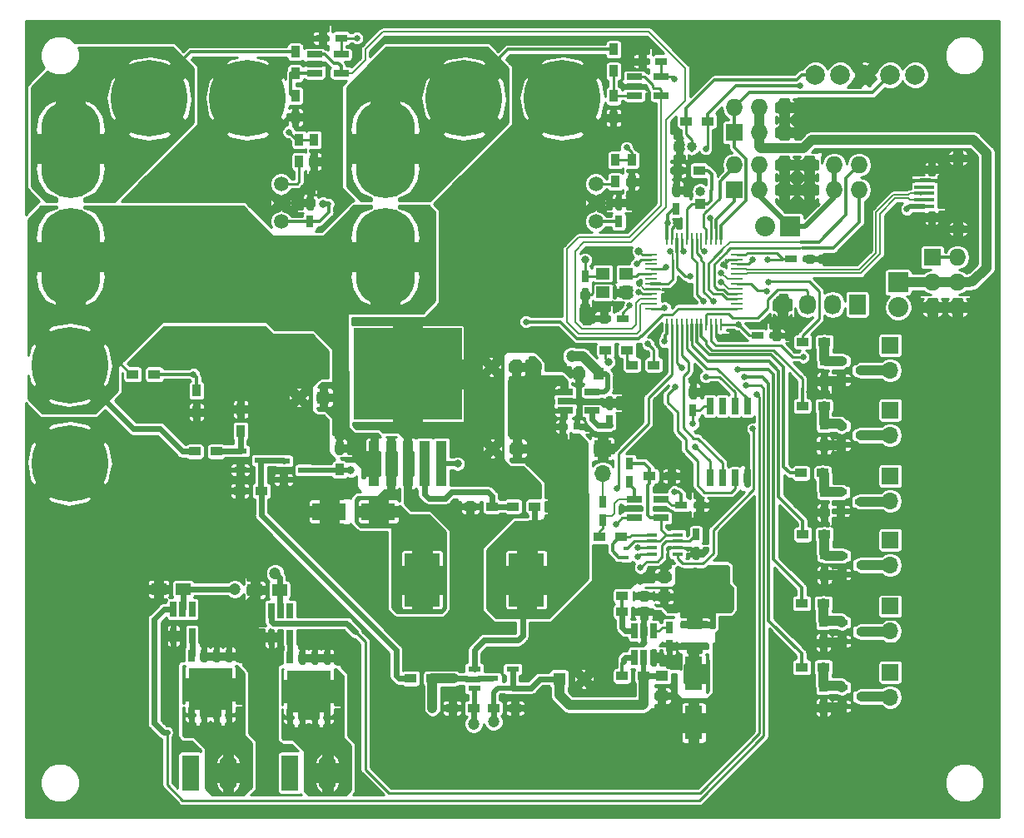
<source format=gbr>
%TF.GenerationSoftware,KiCad,Pcbnew,(5.0.0)*%
%TF.CreationDate,2019-05-29T19:07:09+03:00*%
%TF.ProjectId,Telemetry,54656C656D657472792E6B696361645F,0.1*%
%TF.SameCoordinates,Original*%
%TF.FileFunction,Copper,L1,Top,Signal*%
%TF.FilePolarity,Positive*%
%FSLAX46Y46*%
G04 Gerber Fmt 4.6, Leading zero omitted, Abs format (unit mm)*
G04 Created by KiCad (PCBNEW (5.0.0)) date 05/29/19 19:07:09*
%MOMM*%
%LPD*%
G01*
G04 APERTURE LIST*
%ADD10R,1.400000X1.200000*%
%ADD11O,1.550000X1.000000*%
%ADD12O,0.950000X1.250000*%
%ADD13R,2.000000X0.400000*%
%ADD14C,7.800000*%
%ADD15R,0.750000X1.200000*%
%ADD16R,1.200000X0.900000*%
%ADD17R,1.000000X1.000000*%
%ADD18O,1.000000X1.000000*%
%ADD19R,0.900000X1.200000*%
%ADD20R,1.300000X0.600000*%
%ADD21R,1.560000X0.650000*%
%ADD22R,1.000000X1.250000*%
%ADD23C,1.300000*%
%ADD24R,1.300000X1.300000*%
%ADD25R,2.032000X2.032000*%
%ADD26O,2.032000X2.032000*%
%ADD27O,1.700000X1.700000*%
%ADD28R,1.700000X1.700000*%
%ADD29R,1.800000X3.600000*%
%ADD30O,1.800000X3.600000*%
%ADD31C,1.500000*%
%ADD32O,6.000000X10.000000*%
%ADD33R,0.650000X1.560000*%
%ADD34O,1.727200X1.727200*%
%ADD35R,1.727200X1.727200*%
%ADD36R,3.500000X1.800000*%
%ADD37R,1.200000X0.750000*%
%ADD38R,0.800000X0.750000*%
%ADD39R,1.250000X1.000000*%
%ADD40R,0.250000X1.300000*%
%ADD41R,1.300000X0.250000*%
%ADD42O,1.727200X2.032000*%
%ADD43R,1.727200X2.032000*%
%ADD44R,1.100000X4.600000*%
%ADD45R,11.000000X9.400000*%
%ADD46R,1.500000X1.250000*%
%ADD47R,0.700000X1.200000*%
%ADD48R,4.500000X4.290000*%
%ADD49R,2.700000X0.800000*%
%ADD50R,3.600000X5.400000*%
%ADD51R,1.800000X3.500000*%
%ADD52C,1.998980*%
%ADD53R,0.650000X1.700000*%
%ADD54R,0.600000X0.400000*%
%ADD55R,1.100000X0.450000*%
%ADD56C,1.200000*%
%ADD57C,0.800000*%
%ADD58C,0.650000*%
%ADD59C,0.300000*%
%ADD60C,0.250000*%
%ADD61C,0.600000*%
%ADD62C,1.000000*%
%ADD63C,0.180000*%
%ADD64C,0.500000*%
%ADD65C,0.200000*%
%ADD66C,0.160000*%
%ADD67C,0.220000*%
G04 APERTURE END LIST*
D10*
X121610000Y-66110000D03*
X119210000Y-66110000D03*
X121610000Y-64210000D03*
X119210000Y-64210000D03*
D11*
X155350000Y-52425000D03*
X155350000Y-59675000D03*
D12*
X152670000Y-53625000D03*
X152670000Y-58475000D03*
D13*
X151950000Y-54750000D03*
X151937460Y-55400900D03*
X151937460Y-56050900D03*
X151937460Y-56700900D03*
X151937460Y-57350900D03*
D14*
X115100000Y-46400000D03*
X105100000Y-46400000D03*
X83100000Y-46400000D03*
X73100000Y-46400000D03*
X65000000Y-73500000D03*
X65000000Y-83500000D03*
D15*
X128400000Y-78150000D03*
X128400000Y-76250000D03*
D16*
X122200000Y-73500000D03*
X124400000Y-73500000D03*
D17*
X129100000Y-57100000D03*
D18*
X129100000Y-55830000D03*
D16*
X121700000Y-72000000D03*
X119500000Y-72000000D03*
D19*
X82400000Y-80200000D03*
X82400000Y-78000000D03*
D16*
X79900000Y-82300000D03*
X77700000Y-82300000D03*
X84500000Y-86300000D03*
X82300000Y-86300000D03*
X101900000Y-105400000D03*
X99700000Y-105400000D03*
X103900000Y-108400000D03*
X106100000Y-108400000D03*
D20*
X145600000Y-107250000D03*
X143500000Y-108200000D03*
X143500000Y-106300000D03*
X143500000Y-99700000D03*
X143500000Y-101600000D03*
X145600000Y-100650000D03*
X143500000Y-92900000D03*
X143500000Y-94800000D03*
X145600000Y-93850000D03*
X145500000Y-87400000D03*
X143400000Y-88350000D03*
X143400000Y-86450000D03*
X145550000Y-80650000D03*
X143450000Y-81600000D03*
X143450000Y-79700000D03*
X143450000Y-73100000D03*
X143450000Y-75000000D03*
X145550000Y-74050000D03*
X82350000Y-82250000D03*
X82350000Y-84150000D03*
X84450000Y-83200000D03*
X86750000Y-83250000D03*
X86750000Y-85150000D03*
X88850000Y-84200000D03*
X104050000Y-105400000D03*
X106150000Y-104450000D03*
X106150000Y-106350000D03*
X107950000Y-105400000D03*
X110050000Y-104450000D03*
X110050000Y-106350000D03*
D21*
X115400000Y-76250000D03*
X115400000Y-77200000D03*
X115400000Y-78150000D03*
X118100000Y-78150000D03*
X118100000Y-76250000D03*
D22*
X116800000Y-74350000D03*
X118800000Y-74350000D03*
D15*
X119900000Y-79250000D03*
X119900000Y-77350000D03*
D23*
X117300000Y-105450000D03*
D24*
X114800000Y-105450000D03*
D19*
X120500000Y-52650000D03*
X120500000Y-54850000D03*
X88350000Y-52800000D03*
X88350000Y-50600000D03*
X122150000Y-52650000D03*
X122150000Y-54850000D03*
X89850000Y-52800000D03*
X89850000Y-50600000D03*
D17*
X127000000Y-51300000D03*
D18*
X128270000Y-51300000D03*
D25*
X138300000Y-59400000D03*
D26*
X135760000Y-59400000D03*
X149250000Y-67640000D03*
D25*
X149250000Y-65100000D03*
D27*
X148450000Y-107290000D03*
D28*
X148450000Y-104750000D03*
D27*
X148450000Y-100590000D03*
D28*
X148450000Y-98050000D03*
D27*
X148450000Y-93850000D03*
D28*
X148450000Y-91310000D03*
D29*
X77300000Y-115000000D03*
D30*
X81110000Y-115000000D03*
D28*
X148450000Y-84800000D03*
D27*
X148450000Y-87340000D03*
D28*
X148450000Y-78100000D03*
D27*
X148450000Y-80640000D03*
D28*
X148450000Y-71500000D03*
D27*
X148450000Y-74040000D03*
D21*
X125150000Y-44200000D03*
X125150000Y-46100000D03*
X122450000Y-46100000D03*
X122450000Y-45150000D03*
X122450000Y-44200000D03*
D31*
X118500000Y-58910000D03*
X118500000Y-55090000D03*
X118500000Y-57000000D03*
D32*
X97100000Y-51500000D03*
X97100000Y-62500000D03*
D21*
X92600000Y-41900000D03*
X92600000Y-43800000D03*
X89900000Y-43800000D03*
X89900000Y-42850000D03*
X89900000Y-41900000D03*
D31*
X86500000Y-58910000D03*
X86500000Y-55090000D03*
X86500000Y-57000000D03*
D32*
X65100000Y-51500000D03*
X65100000Y-62500000D03*
D33*
X123400000Y-103250000D03*
X124350000Y-103250000D03*
X122450000Y-103250000D03*
X122450000Y-100550000D03*
X123400000Y-100550000D03*
X124350000Y-100550000D03*
D19*
X141650000Y-106150000D03*
X141650000Y-108350000D03*
X141650000Y-99550000D03*
X141650000Y-101750000D03*
X141750000Y-92650000D03*
X141750000Y-94850000D03*
D16*
X139450000Y-104250000D03*
X141650000Y-104250000D03*
X139450000Y-97750000D03*
X141650000Y-97750000D03*
X139550000Y-90750000D03*
X141750000Y-90750000D03*
D19*
X141750000Y-86300000D03*
X141750000Y-88500000D03*
X141700000Y-79500000D03*
X141700000Y-81700000D03*
X141750000Y-72950000D03*
X141750000Y-75150000D03*
D16*
X139400000Y-84500000D03*
X141600000Y-84500000D03*
X139500000Y-77700000D03*
X141700000Y-77700000D03*
X139550000Y-71150000D03*
X141750000Y-71150000D03*
D19*
X120300000Y-48350000D03*
X120300000Y-46150000D03*
X120300000Y-43600000D03*
X120300000Y-41400000D03*
X87950000Y-48300000D03*
X87950000Y-46100000D03*
X87950000Y-43850000D03*
X87950000Y-41650000D03*
D16*
X110300000Y-108400000D03*
X108100000Y-108400000D03*
X123400000Y-98600000D03*
X121200000Y-98600000D03*
X121200000Y-97000000D03*
X123400000Y-97000000D03*
X123400000Y-105150000D03*
X121200000Y-105150000D03*
D19*
X77900000Y-78300000D03*
X77900000Y-76100000D03*
D16*
X105750000Y-87900000D03*
X107950000Y-87900000D03*
X73600000Y-74450000D03*
X71400000Y-74450000D03*
X110100000Y-87900000D03*
X112300000Y-87900000D03*
D19*
X92450000Y-81950000D03*
X92450000Y-84150000D03*
D16*
X126800000Y-53700000D03*
X129000000Y-53700000D03*
X129900000Y-48700000D03*
X127700000Y-48700000D03*
D30*
X91210000Y-115000000D03*
D29*
X87400000Y-115000000D03*
D34*
X137680000Y-47310000D03*
X137680000Y-49850000D03*
X135140000Y-47310000D03*
X135140000Y-49850000D03*
X132600000Y-47310000D03*
D35*
X132600000Y-49850000D03*
D36*
X91400000Y-88400000D03*
X96400000Y-88400000D03*
D37*
X125150000Y-42600000D03*
X123250000Y-42600000D03*
D15*
X89450000Y-58900000D03*
X89450000Y-57000000D03*
D37*
X92600000Y-40250000D03*
X90700000Y-40250000D03*
D15*
X120850000Y-58900000D03*
X120850000Y-57000000D03*
D38*
X116600000Y-79750000D03*
X115100000Y-79750000D03*
D24*
X110500000Y-82000000D03*
D23*
X108000000Y-82000000D03*
D39*
X125450000Y-95050000D03*
X125450000Y-97050000D03*
X125200000Y-107150000D03*
X125200000Y-105150000D03*
D15*
X126000000Y-100200000D03*
X126000000Y-102100000D03*
D24*
X110400000Y-73700000D03*
D23*
X107900000Y-73700000D03*
X88300000Y-76800000D03*
D24*
X90800000Y-76800000D03*
D37*
X119330000Y-68770000D03*
X121230000Y-68770000D03*
D15*
X126700000Y-55700000D03*
X126700000Y-57600000D03*
D37*
X136850000Y-70500000D03*
X134950000Y-70500000D03*
X140250000Y-62700000D03*
X138350000Y-62700000D03*
D15*
X117400000Y-66350000D03*
X117400000Y-64450000D03*
D40*
X125750000Y-60650000D03*
X126250000Y-60650000D03*
X126750000Y-60650000D03*
X127250000Y-60650000D03*
X127750000Y-60650000D03*
X128250000Y-60650000D03*
X128750000Y-60650000D03*
X129250000Y-60650000D03*
X129750000Y-60650000D03*
X130250000Y-60650000D03*
X130750000Y-60650000D03*
X131250000Y-60650000D03*
D41*
X132850000Y-62250000D03*
X132850000Y-62750000D03*
X132850000Y-63250000D03*
X132850000Y-63750000D03*
X132850000Y-64250000D03*
X132850000Y-64750000D03*
X132850000Y-65250000D03*
X132850000Y-65750000D03*
X132850000Y-66250000D03*
X132850000Y-66750000D03*
X132850000Y-67250000D03*
X132850000Y-67750000D03*
D40*
X131250000Y-69350000D03*
X130750000Y-69350000D03*
X130250000Y-69350000D03*
X129750000Y-69350000D03*
X129250000Y-69350000D03*
X128750000Y-69350000D03*
X128250000Y-69350000D03*
X127750000Y-69350000D03*
X127250000Y-69350000D03*
X126750000Y-69350000D03*
X126250000Y-69350000D03*
X125750000Y-69350000D03*
D41*
X124150000Y-67750000D03*
X124150000Y-67250000D03*
X124150000Y-66750000D03*
X124150000Y-66250000D03*
X124150000Y-65750000D03*
X124150000Y-65250000D03*
X124150000Y-64750000D03*
X124150000Y-64250000D03*
X124150000Y-63750000D03*
X124150000Y-63250000D03*
X124150000Y-62750000D03*
X124150000Y-62250000D03*
D34*
X155290000Y-67630000D03*
X152750000Y-67630000D03*
X155290000Y-65090000D03*
X152750000Y-65090000D03*
X155290000Y-62550000D03*
D35*
X152750000Y-62550000D03*
D42*
X137480000Y-67350000D03*
X140020000Y-67350000D03*
X142560000Y-67350000D03*
D43*
X145100000Y-67350000D03*
D44*
X102775000Y-83525000D03*
X101075000Y-83525000D03*
X99375000Y-83525000D03*
X97675000Y-83525000D03*
X95975000Y-83525000D03*
D45*
X99375000Y-74400000D03*
D35*
X132600000Y-55700000D03*
D34*
X132600000Y-53160000D03*
X135140000Y-55700000D03*
X135140000Y-53160000D03*
X137680000Y-55700000D03*
X137680000Y-53160000D03*
X140220000Y-55700000D03*
X140220000Y-53160000D03*
X142760000Y-55700000D03*
X142760000Y-53160000D03*
X145300000Y-55700000D03*
X145300000Y-53160000D03*
D46*
X74050000Y-96300000D03*
X76550000Y-96300000D03*
X86350000Y-96400000D03*
X83850000Y-96400000D03*
D33*
X77450000Y-101050000D03*
X75550000Y-101050000D03*
X75550000Y-98350000D03*
X76500000Y-98350000D03*
X77450000Y-98350000D03*
X87400000Y-98500000D03*
X86450000Y-98500000D03*
X85500000Y-98500000D03*
X85500000Y-101200000D03*
X87400000Y-101200000D03*
D47*
X81210000Y-103100000D03*
X79940000Y-103100000D03*
X78660000Y-103100000D03*
X77390000Y-103100000D03*
X77390000Y-108900000D03*
X78660000Y-108900000D03*
X79940000Y-108900000D03*
X81210000Y-108900000D03*
D48*
X79300000Y-106500000D03*
X89300000Y-106700000D03*
D47*
X91210000Y-109100000D03*
X89940000Y-109100000D03*
X88660000Y-109100000D03*
X87390000Y-109100000D03*
X87390000Y-103300000D03*
X88660000Y-103300000D03*
X89940000Y-103300000D03*
X91210000Y-103300000D03*
D37*
X127200000Y-87750000D03*
X129100000Y-87750000D03*
D15*
X119200000Y-87400000D03*
X119200000Y-89300000D03*
X121900000Y-85400000D03*
X121900000Y-83500000D03*
D28*
X119200000Y-82000000D03*
D27*
X119200000Y-84540000D03*
D16*
X118900000Y-91000000D03*
X121100000Y-91000000D03*
X124000000Y-84800000D03*
X126200000Y-84800000D03*
D21*
X122450000Y-87150000D03*
X122450000Y-88100000D03*
X122450000Y-89050000D03*
X125150000Y-89050000D03*
X125150000Y-87150000D03*
D49*
X128500000Y-102100000D03*
X128500000Y-99900000D03*
D50*
X100850000Y-95350000D03*
X111450000Y-95350000D03*
D15*
X128690000Y-90740000D03*
X128690000Y-92640000D03*
D51*
X128450000Y-104900000D03*
X128450000Y-109900000D03*
D52*
X140840000Y-44000000D03*
X143380000Y-44000000D03*
X148460000Y-44000000D03*
X151000000Y-44000000D03*
X145920000Y-44000000D03*
D53*
X130110000Y-84990000D03*
X131380000Y-84990000D03*
X132650000Y-84990000D03*
X133920000Y-84990000D03*
X133920000Y-77690000D03*
X132650000Y-77690000D03*
X131380000Y-77690000D03*
X130110000Y-77690000D03*
D54*
X121560000Y-93080000D03*
X121560000Y-92180000D03*
D55*
X126810000Y-90770000D03*
X126810000Y-91420000D03*
X126810000Y-92070000D03*
X126810000Y-92720000D03*
X124210000Y-92720000D03*
X124210000Y-92070000D03*
X124210000Y-91420000D03*
X124210000Y-90770000D03*
D56*
X99400000Y-78300000D03*
X99400000Y-70300000D03*
X104150000Y-74400000D03*
X94600000Y-74400000D03*
X94600000Y-78450000D03*
X94600000Y-70300000D03*
D57*
X116850000Y-77200000D03*
D56*
X104150000Y-70300000D03*
X104150000Y-78450000D03*
D58*
X131000000Y-70700000D03*
X131456193Y-63272459D03*
X141800000Y-62700000D03*
D57*
X126725003Y-59100000D03*
X86320000Y-86490000D03*
X84000000Y-81800000D03*
X72000000Y-78700000D03*
X70500000Y-77100000D03*
X74700000Y-70200000D03*
X85100000Y-70800000D03*
X90700000Y-73300000D03*
X93300000Y-101400000D03*
X74800000Y-109800000D03*
X61100000Y-79500000D03*
D56*
X140100000Y-88500000D03*
X140200000Y-94800000D03*
X139800000Y-101700000D03*
X139900000Y-108300000D03*
X143100000Y-102900000D03*
X143200000Y-96300000D03*
X143400000Y-89800000D03*
X143300000Y-82900000D03*
X139900000Y-81700000D03*
X143500000Y-76500000D03*
X140470000Y-76280000D03*
X145200000Y-75800000D03*
X145200000Y-82400000D03*
X145000000Y-89100000D03*
X145000000Y-95800000D03*
X145000000Y-102500000D03*
X145400000Y-109000000D03*
X143300000Y-109800000D03*
X82700000Y-98000000D03*
X73400000Y-97900000D03*
X85500000Y-103000000D03*
X75500000Y-103400000D03*
X81400000Y-101300000D03*
X80100000Y-101300000D03*
X78800000Y-101300000D03*
X88800000Y-101300000D03*
X90100000Y-101300000D03*
X91400000Y-101300000D03*
D58*
X124900000Y-98900000D03*
X133900000Y-81500000D03*
D56*
X112100000Y-108400000D03*
X103700000Y-106900000D03*
D57*
X123800000Y-95000000D03*
X123000000Y-95500000D03*
X120900000Y-101500000D03*
X120900000Y-102400000D03*
X121800000Y-101900000D03*
X108100000Y-104000000D03*
D58*
X123300000Y-101900000D03*
X124200000Y-74800000D03*
X121600000Y-79700000D03*
X130600000Y-87750000D03*
D56*
X130700000Y-110600000D03*
X130700000Y-108350000D03*
X126400000Y-108550000D03*
X126400000Y-110600000D03*
D58*
X121150000Y-88100000D03*
X89400000Y-40250000D03*
X91150000Y-44900000D03*
X89350000Y-48400000D03*
X91000000Y-52850000D03*
X89900000Y-54400000D03*
X123850000Y-47300000D03*
X121950000Y-42850000D03*
X123600000Y-54900000D03*
X122100000Y-56800000D03*
X121650000Y-48400000D03*
X123150000Y-41450000D03*
X117400000Y-67560000D03*
X118010000Y-68500000D03*
X122910916Y-65270984D03*
X129440000Y-75740000D03*
X125820000Y-93740000D03*
X125800000Y-59100000D03*
X129700000Y-51500000D03*
X133000000Y-69350000D03*
D56*
X127300000Y-94700000D03*
X128600000Y-94700000D03*
X130000000Y-94700000D03*
X131400000Y-94700000D03*
D58*
X136000000Y-62800000D03*
D57*
X119800000Y-73200000D03*
X117400000Y-62800000D03*
X122900000Y-61900000D03*
D58*
X128400000Y-79500000D03*
X139249861Y-45125000D03*
X121960000Y-67450000D03*
X122870000Y-66120000D03*
D56*
X85900000Y-94700000D03*
X81800000Y-96300000D03*
X108100000Y-109800000D03*
X106100000Y-110000000D03*
X110400000Y-75500000D03*
X110400000Y-76900000D03*
X110400000Y-78400000D03*
X110400000Y-79800000D03*
X111800000Y-79800000D03*
X111800000Y-78400000D03*
X111800000Y-76900000D03*
X111800000Y-75500000D03*
D58*
X123060135Y-94104774D03*
X77600000Y-74450000D03*
X111400000Y-69100000D03*
D57*
X90750000Y-57100000D03*
D56*
X116050000Y-72600000D03*
D58*
X94200000Y-40250000D03*
X126500000Y-44450000D03*
X126500000Y-86400000D03*
X131262902Y-65031998D03*
X128600000Y-81800000D03*
X127300000Y-73800000D03*
X129700000Y-74700000D03*
X135900000Y-66000000D03*
X139600000Y-72700000D03*
X126075000Y-61900000D03*
X133816699Y-75583496D03*
X130440380Y-67059620D03*
X136100000Y-65100000D03*
X134500000Y-62800000D03*
X132975000Y-74000000D03*
X128100000Y-64500000D03*
X133650000Y-74750000D03*
X127425000Y-61920000D03*
X134900000Y-76500000D03*
X129480760Y-67019240D03*
X87300000Y-49800000D03*
X125500000Y-67700000D03*
X121636330Y-51386330D03*
X125500000Y-71100000D03*
X101900000Y-108400000D03*
X150150000Y-57638360D03*
D57*
X93600000Y-84250000D03*
X104450000Y-83550000D03*
D58*
X126600000Y-75700000D03*
X131250000Y-64100000D03*
X122700000Y-63200000D03*
X123810000Y-71380000D03*
X120550000Y-89700000D03*
X120650000Y-86100000D03*
X125630000Y-63510000D03*
X122780000Y-92100000D03*
X129523619Y-61966381D03*
X122740000Y-93010000D03*
X134499990Y-79990000D03*
X130099625Y-58519341D03*
D59*
X120850000Y-57000000D02*
X118500000Y-57000000D01*
X86500000Y-57000000D02*
X89450000Y-57000000D01*
X116750000Y-46000000D02*
X115000000Y-46000000D01*
X87700000Y-48300000D02*
X87700000Y-48150000D01*
D60*
X89450000Y-56150000D02*
X90300000Y-56150000D01*
X89450000Y-57000000D02*
X89450000Y-56150000D01*
X90300000Y-56150000D02*
X90850000Y-55600000D01*
X90100000Y-53900000D02*
X90850000Y-53900000D01*
X89850000Y-53650000D02*
X90100000Y-53900000D01*
X89850000Y-52800000D02*
X89850000Y-53650000D01*
X90850000Y-55600000D02*
X90850000Y-53900000D01*
D61*
X115400000Y-77200000D02*
X116850000Y-77200000D01*
X116850000Y-77200000D02*
X117415685Y-77200000D01*
X117415685Y-77200000D02*
X117515686Y-77300001D01*
X116800000Y-77150000D02*
X116850000Y-77200000D01*
X116800000Y-74350000D02*
X116800000Y-75250000D01*
X116800000Y-74600000D02*
X116800000Y-75250000D01*
X116800000Y-75250000D02*
X116800000Y-77150000D01*
X116600000Y-78775000D02*
X116625000Y-78750000D01*
X116600000Y-79750000D02*
X116600000Y-78775000D01*
X116819999Y-78555001D02*
X116600000Y-78775000D01*
X116819999Y-77230001D02*
X116819999Y-78555001D01*
X116850000Y-77200000D02*
X116819999Y-77230001D01*
D59*
X123400000Y-98600000D02*
X123400000Y-100550000D01*
D62*
X143400000Y-81700000D02*
X143500000Y-81600000D01*
X141700000Y-81700000D02*
X143400000Y-81700000D01*
X143350000Y-75150000D02*
X143500000Y-75000000D01*
X141750000Y-75150000D02*
X143350000Y-75150000D01*
X143500000Y-94850000D02*
X143550000Y-94800000D01*
X141750000Y-94850000D02*
X143500000Y-94850000D01*
X143400000Y-101750000D02*
X143550000Y-101600000D01*
X141650000Y-101750000D02*
X143400000Y-101750000D01*
X143400000Y-108350000D02*
X143550000Y-108200000D01*
X141650000Y-108350000D02*
X143400000Y-108350000D01*
D60*
X132850000Y-62750000D02*
X131950000Y-62750000D01*
X131950000Y-62750000D02*
X131950000Y-62778651D01*
X132850000Y-62750000D02*
X131978652Y-62750000D01*
X131978652Y-62750000D02*
X131456193Y-63272459D01*
X140250000Y-62700000D02*
X141800000Y-62700000D01*
X126250000Y-60650000D02*
X126250000Y-59575003D01*
X126250000Y-59575003D02*
X126725003Y-59100000D01*
X130750000Y-70450000D02*
X131000000Y-70700000D01*
X130750000Y-69350000D02*
X130750000Y-70450000D01*
D61*
X83850000Y-96400000D02*
X83850000Y-96850000D01*
X83850000Y-96850000D02*
X82700000Y-98000000D01*
X74050000Y-96300000D02*
X74050000Y-97250000D01*
X74050000Y-97250000D02*
X73400000Y-97900000D01*
X85500000Y-101200000D02*
X85500000Y-102580000D01*
X85500000Y-102580000D02*
X85500000Y-103000000D01*
X75550000Y-101050000D02*
X75550000Y-103350000D01*
X75550000Y-103350000D02*
X75500000Y-103400000D01*
X81210000Y-103100000D02*
X81210000Y-101410000D01*
X81210000Y-101410000D02*
X81200000Y-101400000D01*
X79940000Y-103100000D02*
X79940000Y-100860000D01*
X79940000Y-100860000D02*
X80000000Y-100800000D01*
X78660000Y-103100000D02*
X78660000Y-101640000D01*
X78660000Y-101640000D02*
X78700000Y-101600000D01*
D60*
X133805000Y-83550000D02*
X133805000Y-81595000D01*
X133805000Y-81595000D02*
X133900000Y-81500000D01*
D61*
X110300000Y-108400000D02*
X112100000Y-108400000D01*
X103900000Y-108400000D02*
X103900000Y-107100000D01*
X103900000Y-107100000D02*
X103700000Y-106900000D01*
X105750000Y-87900000D02*
X99950000Y-87900000D01*
X99375000Y-87325000D02*
X99375000Y-83525000D01*
X99950000Y-87900000D02*
X99375000Y-87325000D01*
D60*
X90700000Y-40250000D02*
X89400000Y-40250000D01*
X90930000Y-42850000D02*
X91150000Y-43070000D01*
X89900000Y-42850000D02*
X90930000Y-42850000D01*
X91150000Y-43070000D02*
X91150000Y-44900000D01*
X123480000Y-45150000D02*
X123850000Y-45520000D01*
X122450000Y-45150000D02*
X123480000Y-45150000D01*
X123850000Y-45520000D02*
X123850000Y-47300000D01*
X123250000Y-42850000D02*
X121950000Y-42850000D01*
X117400000Y-66350000D02*
X117400000Y-67560000D01*
X119300000Y-68530000D02*
X118040000Y-68530000D01*
X118040000Y-68530000D02*
X118010000Y-68500000D01*
X118040000Y-66350000D02*
X117400000Y-66350000D01*
X118180000Y-65310000D02*
X118180000Y-66210000D01*
X120660000Y-66110000D02*
X120440000Y-65890000D01*
X121610000Y-66110000D02*
X120660000Y-66110000D01*
X120440000Y-65890000D02*
X120440000Y-65360000D01*
X118180000Y-66210000D02*
X118040000Y-66350000D01*
X120440000Y-65360000D02*
X120215001Y-65135001D01*
X120215001Y-65135001D02*
X118354999Y-65135001D01*
X118354999Y-65135001D02*
X118180000Y-65310000D01*
D63*
X123474931Y-65834999D02*
X122910916Y-65270984D01*
X125064999Y-65834999D02*
X123474931Y-65834999D01*
X124150000Y-65750000D02*
X124980000Y-65750000D01*
X124980000Y-65750000D02*
X125064999Y-65834999D01*
D60*
X128400000Y-76250000D02*
X128930000Y-76250000D01*
X128930000Y-76250000D02*
X129440000Y-75740000D01*
X133855000Y-83600000D02*
X133805000Y-83550000D01*
X133855000Y-84970000D02*
X133855000Y-83600000D01*
X128120000Y-92070000D02*
X128690000Y-92640000D01*
X126810000Y-92070000D02*
X128120000Y-92070000D01*
X126810000Y-92070000D02*
X126000000Y-92070000D01*
X126000000Y-92070000D02*
X125820000Y-92250000D01*
X125820000Y-92250000D02*
X125820000Y-93740000D01*
X137500000Y-62700000D02*
X136900000Y-62100000D01*
X138350000Y-62700000D02*
X137500000Y-62700000D01*
X133750000Y-62250000D02*
X132850000Y-62250000D01*
X133900000Y-62100000D02*
X133750000Y-62250000D01*
X131250000Y-69350000D02*
X133000000Y-69350000D01*
D59*
X125750000Y-60650000D02*
X125750000Y-59150000D01*
X125750000Y-59150000D02*
X125800000Y-59100000D01*
X125800000Y-58200000D02*
X125800000Y-59100000D01*
X126700000Y-57600000D02*
X126400000Y-57600000D01*
X126400000Y-57600000D02*
X125800000Y-58200000D01*
D60*
X136900000Y-62100000D02*
X133900000Y-62100000D01*
X134150000Y-70500000D02*
X133000000Y-69350000D01*
X134950000Y-70500000D02*
X134150000Y-70500000D01*
X129900000Y-51300000D02*
X129700000Y-51500000D01*
X129900000Y-48700000D02*
X129900000Y-51300000D01*
X133000000Y-69350000D02*
X133000000Y-69350000D01*
X137500000Y-62700000D02*
X137400000Y-62800000D01*
X137400000Y-62800000D02*
X136000000Y-62800000D01*
X119500000Y-72000000D02*
X119500000Y-72900000D01*
X119500000Y-72900000D02*
X119800000Y-73200000D01*
X117400000Y-64450000D02*
X117400000Y-62800000D01*
X124150000Y-62250000D02*
X123250000Y-62250000D01*
X123250000Y-62250000D02*
X122900000Y-61900000D01*
X128400000Y-78150000D02*
X128400000Y-79500000D01*
D59*
X129900000Y-47950000D02*
X132350000Y-45500000D01*
X129900000Y-48700000D02*
X129900000Y-47950000D01*
X132350000Y-45500000D02*
X132725000Y-45125000D01*
X132725000Y-45125000D02*
X139249861Y-45125000D01*
D60*
X119230000Y-64450000D02*
X119250000Y-64470000D01*
X117400000Y-64450000D02*
X119230000Y-64450000D01*
X121230000Y-68770000D02*
X121230000Y-68180000D01*
X121230000Y-68180000D02*
X121960000Y-67450000D01*
X123280000Y-66250000D02*
X124150000Y-66250000D01*
X122870000Y-66120000D02*
X123280000Y-66250000D01*
X129535000Y-77690000D02*
X130110000Y-77690000D01*
X128400000Y-78150000D02*
X129075000Y-78150000D01*
X129075000Y-78150000D02*
X129535000Y-77690000D01*
X71250000Y-74450000D02*
X69950000Y-73150000D01*
X71400000Y-74450000D02*
X71250000Y-74450000D01*
X69950000Y-73150000D02*
X69950000Y-71350000D01*
X68499999Y-70000001D02*
X65000000Y-73500000D01*
X68600001Y-70000001D02*
X68499999Y-70000001D01*
X69950000Y-71350000D02*
X68600001Y-70000001D01*
D64*
X106150000Y-108350000D02*
X106100000Y-108400000D01*
X106150000Y-106350000D02*
X106150000Y-108350000D01*
X108100000Y-108400000D02*
X108100000Y-106800000D01*
X108550000Y-106350000D02*
X110050000Y-106350000D01*
X108100000Y-106800000D02*
X108550000Y-106350000D01*
D61*
X110050000Y-104450000D02*
X110050000Y-106350000D01*
X76500000Y-82300000D02*
X77700000Y-82300000D01*
X74200000Y-80000000D02*
X76500000Y-82300000D01*
X65000000Y-73500000D02*
X71500000Y-80000000D01*
X71500000Y-80000000D02*
X74200000Y-80000000D01*
X76550000Y-98300000D02*
X76500000Y-98350000D01*
X76550000Y-96300000D02*
X76550000Y-98300000D01*
X86350000Y-98400000D02*
X86450000Y-98500000D01*
X86350000Y-96400000D02*
X86350000Y-98400000D01*
X86350000Y-96400000D02*
X86350000Y-95150000D01*
X86350000Y-95150000D02*
X85900000Y-94700000D01*
X76550000Y-96300000D02*
X81800000Y-96300000D01*
D62*
X123400000Y-108000000D02*
X123400000Y-105150000D01*
X123300000Y-108100000D02*
X123400000Y-108000000D01*
D61*
X108100000Y-108400000D02*
X108100000Y-109800000D01*
X106100000Y-108400000D02*
X106100000Y-110000000D01*
D64*
X123400000Y-103250000D02*
X123400000Y-105150000D01*
D62*
X114800000Y-107100000D02*
X114800000Y-105450000D01*
X115800000Y-108100000D02*
X114800000Y-107100000D01*
X123300000Y-108100000D02*
X115800000Y-108100000D01*
D61*
X112800000Y-105450000D02*
X114800000Y-105450000D01*
X110050000Y-106350000D02*
X111900000Y-106350000D01*
X111900000Y-106350000D02*
X112800000Y-105450000D01*
X125200000Y-105150000D02*
X123400000Y-105150000D01*
X114100000Y-79750000D02*
X114000000Y-79650000D01*
X115100000Y-79750000D02*
X114100000Y-79750000D01*
X114000000Y-79650000D02*
X114000000Y-78170000D01*
X115400000Y-76250000D02*
X114050000Y-76250000D01*
X114000000Y-76300000D02*
X114000000Y-78170000D01*
D60*
X114050000Y-76250000D02*
X114000000Y-76300000D01*
D61*
X111050000Y-95350000D02*
X111050000Y-98750000D01*
X112300000Y-94100000D02*
X111050000Y-95350000D01*
X112300000Y-87900000D02*
X112300000Y-94100000D01*
X106150000Y-103550000D02*
X106150000Y-104450000D01*
X106150000Y-102500000D02*
X106150000Y-103550000D01*
X107150000Y-101500000D02*
X106150000Y-102500000D01*
X110600000Y-101500000D02*
X107150000Y-101500000D01*
X111050000Y-95350000D02*
X111050000Y-101050000D01*
X111050000Y-101050000D02*
X110600000Y-101500000D01*
D60*
X128010000Y-91420000D02*
X128690000Y-90740000D01*
X126810000Y-91420000D02*
X128010000Y-91420000D01*
X126810000Y-91420000D02*
X126010000Y-91420000D01*
X124800002Y-93490000D02*
X123674909Y-93490000D01*
X123674909Y-93490000D02*
X123060135Y-94104774D01*
X125646410Y-91420000D02*
X125220000Y-91846410D01*
X126010000Y-91420000D02*
X125646410Y-91420000D01*
X125220000Y-93070002D02*
X125170002Y-93120000D01*
X125220000Y-91846410D02*
X125220000Y-93070002D01*
X125170002Y-93120000D02*
X124800002Y-93490000D01*
X124925000Y-100550000D02*
X125275000Y-100200000D01*
X124350000Y-100550000D02*
X124925000Y-100550000D01*
X125275000Y-100200000D02*
X126000000Y-100200000D01*
D59*
X73600000Y-74450000D02*
X77600000Y-74450000D01*
X77900000Y-74750000D02*
X77900000Y-76100000D01*
X77600000Y-74450000D02*
X77900000Y-74750000D01*
D60*
X126287003Y-68374999D02*
X125325001Y-68374999D01*
X132850000Y-67750000D02*
X126912002Y-67750000D01*
X126912002Y-67750000D02*
X126287003Y-68374999D01*
D59*
X116592890Y-70800010D02*
X122899990Y-70800010D01*
X114892880Y-69100000D02*
X116592890Y-70800010D01*
X111400000Y-69100000D02*
X114892880Y-69100000D01*
X122899990Y-70800010D02*
X123100000Y-70600000D01*
D60*
X125325001Y-68374999D02*
X123100000Y-70600000D01*
D59*
X120840000Y-58910000D02*
X120850000Y-58900000D01*
X118500000Y-58910000D02*
X120840000Y-58910000D01*
X89440000Y-58910000D02*
X89450000Y-58900000D01*
X86500000Y-58910000D02*
X89440000Y-58910000D01*
X90400000Y-58900000D02*
X89450000Y-58900000D01*
X91350000Y-57950000D02*
X90400000Y-58900000D01*
D64*
X90750000Y-57100000D02*
X91350000Y-57100000D01*
D59*
X91350000Y-57100000D02*
X91350000Y-57950000D01*
D62*
X117175000Y-72600000D02*
X116050000Y-72600000D01*
X118800000Y-74350000D02*
X118800000Y-74225000D01*
X118800000Y-74225000D02*
X117175000Y-72600000D01*
D61*
X118800000Y-74350000D02*
X119500000Y-74350000D01*
D64*
X119380000Y-76250000D02*
X119700000Y-75930000D01*
X118100000Y-76250000D02*
X119380000Y-76250000D01*
X119700000Y-74550000D02*
X119500000Y-74350000D01*
X119700000Y-75930000D02*
X119700000Y-74550000D01*
D60*
X126350000Y-87750000D02*
X126300000Y-87800000D01*
X127200000Y-87750000D02*
X126350000Y-87750000D01*
X125605000Y-87150000D02*
X125150000Y-87150000D01*
X126255000Y-87800000D02*
X125605000Y-87150000D01*
X126300000Y-87800000D02*
X126255000Y-87800000D01*
X94200000Y-40250000D02*
X92600000Y-40250000D01*
X92600000Y-41900000D02*
X92600000Y-40250000D01*
X125150000Y-42850000D02*
X125150000Y-44200000D01*
X125150000Y-44200000D02*
X126250000Y-44200000D01*
X126250000Y-44200000D02*
X126500000Y-44450000D01*
D59*
X127200000Y-86640381D02*
X127200000Y-87750000D01*
X126500000Y-86400000D02*
X126959619Y-86400000D01*
X126959619Y-86400000D02*
X127200000Y-86640381D01*
D63*
X132036912Y-65750000D02*
X131318910Y-65031998D01*
X132850000Y-65750000D02*
X132036912Y-65750000D01*
X131318910Y-65031998D02*
X131262902Y-65031998D01*
D60*
X130110000Y-83310000D02*
X130110000Y-84990000D01*
X128600000Y-81800000D02*
X130110000Y-83310000D01*
X131380000Y-83442002D02*
X131380000Y-84990000D01*
X128460000Y-80960000D02*
X128897998Y-80960000D01*
X128897998Y-80960000D02*
X131380000Y-83442002D01*
X127250000Y-69350000D02*
X127250000Y-72510000D01*
X127250000Y-72510000D02*
X127980000Y-73240000D01*
X127980000Y-73240000D02*
X127980000Y-74100000D01*
X127980000Y-74100000D02*
X127430000Y-74650000D01*
X127430000Y-74650000D02*
X127430000Y-79930000D01*
X127430000Y-79930000D02*
X128460000Y-80960000D01*
X133920000Y-76923590D02*
X130836410Y-73840000D01*
X133920000Y-77690000D02*
X133920000Y-76923590D01*
X130836410Y-73840000D02*
X129770000Y-73840000D01*
X127750000Y-71820000D02*
X127750000Y-69350000D01*
X129770000Y-73840000D02*
X127750000Y-71820000D01*
X126750000Y-69350000D02*
X126750000Y-71537997D01*
X126750000Y-71537997D02*
X126750000Y-73250000D01*
X126750000Y-73250000D02*
X127300000Y-73800000D01*
X132650000Y-76290000D02*
X132650000Y-77690000D01*
X129700000Y-74700000D02*
X131060000Y-74700000D01*
X131060000Y-74700000D02*
X132650000Y-76290000D01*
D59*
X129900000Y-57100000D02*
X130200000Y-56800000D01*
X129100000Y-57100000D02*
X129900000Y-57100000D01*
X129900000Y-53700000D02*
X130300000Y-54100000D01*
X129000000Y-53700000D02*
X129900000Y-53700000D01*
X130300000Y-55700000D02*
X130200000Y-55800000D01*
X130300000Y-54100000D02*
X130300000Y-55700000D01*
X130200000Y-56800000D02*
X130200000Y-55800000D01*
D60*
X127750000Y-60650000D02*
X127750000Y-58660000D01*
X129100000Y-57100000D02*
X128260000Y-57100000D01*
X127750000Y-57610000D02*
X127750000Y-58660000D01*
X128260000Y-57100000D02*
X127750000Y-57610000D01*
D62*
X149260000Y-65090000D02*
X149250000Y-65100000D01*
X152750000Y-65090000D02*
X149260000Y-65090000D01*
X152750000Y-65090000D02*
X155290000Y-65090000D01*
X135140000Y-47310000D02*
X135140000Y-49850000D01*
X156511314Y-65090000D02*
X155290000Y-65090000D01*
X156601314Y-65000000D02*
X156511314Y-65090000D01*
X156850000Y-65000000D02*
X156601314Y-65000000D01*
X158250000Y-63600000D02*
X156850000Y-65000000D01*
X158250000Y-51950000D02*
X158250000Y-63600000D01*
X135140000Y-49850000D02*
X135140000Y-51290000D01*
X135140000Y-51290000D02*
X135263601Y-51413601D01*
X135263601Y-51413601D02*
X139652269Y-51413601D01*
X139652269Y-51413601D02*
X140465870Y-50600000D01*
X140465870Y-50600000D02*
X156900000Y-50600000D01*
X156900000Y-50600000D02*
X158250000Y-51950000D01*
D59*
X152750000Y-62550000D02*
X155290000Y-62550000D01*
D60*
X135800000Y-65900000D02*
X135900000Y-66000000D01*
X134936410Y-65900000D02*
X135800000Y-65900000D01*
X134286410Y-65250000D02*
X132850000Y-65250000D01*
X134936410Y-65900000D02*
X134286410Y-65250000D01*
X131250000Y-60650000D02*
X131250000Y-60125000D01*
D59*
X132600000Y-51363870D02*
X132600000Y-49850000D01*
X133813601Y-52577471D02*
X132600000Y-51363870D01*
X132600000Y-49850000D02*
X132600000Y-47310000D01*
X131250000Y-60650000D02*
X131250000Y-59300000D01*
X133813601Y-56736399D02*
X133813601Y-56450000D01*
X131250000Y-59300000D02*
X133813601Y-56736399D01*
X133813601Y-56450000D02*
X133813601Y-52577471D01*
X134110000Y-45800000D02*
X132600000Y-47310000D01*
X146660000Y-45800000D02*
X134110000Y-45800000D01*
X148460000Y-44000000D02*
X146660000Y-45800000D01*
D65*
X151524959Y-56600900D02*
X151624959Y-56700900D01*
X151624959Y-56700900D02*
X152637460Y-56700900D01*
D66*
X150292459Y-56555900D02*
X148948660Y-56555900D01*
X151937460Y-56700900D02*
X150437459Y-56700900D01*
X150437459Y-56700900D02*
X150292459Y-56555900D01*
X148948660Y-56555900D02*
X147390000Y-58114560D01*
X147390000Y-58114560D02*
X147390000Y-62224560D01*
X145434560Y-64180000D02*
X133895001Y-64180000D01*
X147390000Y-62224560D02*
X145434560Y-64180000D01*
X133895001Y-64180000D02*
X133825001Y-64250000D01*
X133825001Y-64250000D02*
X132850000Y-64250000D01*
D65*
X151524959Y-56150900D02*
X151624959Y-56050900D01*
X151624959Y-56050900D02*
X152637460Y-56050900D01*
D66*
X150292459Y-56195900D02*
X148799540Y-56195900D01*
X150437459Y-56050900D02*
X150292459Y-56195900D01*
X151937460Y-56050900D02*
X150437459Y-56050900D01*
X148799540Y-56195900D02*
X147030000Y-57965440D01*
X147030000Y-57965440D02*
X147030000Y-62075440D01*
X133895001Y-63820000D02*
X133825001Y-63750000D01*
X133825001Y-63750000D02*
X132850000Y-63750000D01*
X147030000Y-62075440D02*
X145285440Y-63820000D01*
X145285440Y-63820000D02*
X133895001Y-63820000D01*
D60*
X138500000Y-72700000D02*
X139600000Y-72700000D01*
X137324980Y-71524980D02*
X138500000Y-72700000D01*
X130724980Y-71524980D02*
X137324980Y-71524980D01*
X130250000Y-71050000D02*
X130724980Y-71524980D01*
X130250000Y-69350000D02*
X130250000Y-71050000D01*
X139836000Y-65850000D02*
X140020000Y-66034000D01*
X140020000Y-66034000D02*
X140020000Y-67350000D01*
X137000000Y-65850000D02*
X139836000Y-65850000D01*
X136000000Y-67700000D02*
X136000000Y-66850000D01*
X135000000Y-68700000D02*
X136000000Y-67700000D01*
X132400000Y-68700000D02*
X135000000Y-68700000D01*
X136000000Y-66850000D02*
X137000000Y-65850000D01*
X132000000Y-68300000D02*
X132400000Y-68700000D01*
X129850000Y-68300000D02*
X132000000Y-68300000D01*
X129750000Y-68400000D02*
X129850000Y-68300000D01*
X129750000Y-69350000D02*
X129750000Y-68400000D01*
D59*
X77350000Y-41650000D02*
X73000000Y-46000000D01*
X87950000Y-41650000D02*
X87100000Y-41650000D01*
X87500000Y-41650000D02*
X87100000Y-41650000D01*
X87100000Y-41650000D02*
X77350000Y-41650000D01*
X109600000Y-41400000D02*
X105000000Y-46000000D01*
D60*
X120300000Y-41400000D02*
X119300000Y-41400000D01*
D59*
X119850000Y-41400000D02*
X119300000Y-41400000D01*
X119300000Y-41400000D02*
X109600000Y-41400000D01*
D62*
X145510000Y-74040000D02*
X145500000Y-74050000D01*
X148450000Y-74040000D02*
X145510000Y-74040000D01*
X148440000Y-80650000D02*
X148450000Y-80640000D01*
X145500000Y-80650000D02*
X148440000Y-80650000D01*
X148390000Y-87400000D02*
X148450000Y-87340000D01*
X145450000Y-87400000D02*
X148390000Y-87400000D01*
X145550000Y-93850000D02*
X148450000Y-93850000D01*
X148390000Y-100650000D02*
X148450000Y-100590000D01*
X145550000Y-100650000D02*
X148390000Y-100650000D01*
X148410000Y-107250000D02*
X148450000Y-107290000D01*
X145550000Y-107250000D02*
X148410000Y-107250000D01*
D64*
X142760000Y-56456000D02*
X142760000Y-55880000D01*
X139816000Y-59400000D02*
X142760000Y-56456000D01*
X138300000Y-59400000D02*
X139816000Y-59400000D01*
X142760000Y-55880000D02*
X142760000Y-53340000D01*
X135140000Y-53340000D02*
X135140000Y-55880000D01*
X135140000Y-56240000D02*
X138300000Y-59400000D01*
X135140000Y-55880000D02*
X135140000Y-56240000D01*
D62*
X141900000Y-73100000D02*
X141750000Y-72950000D01*
X143500000Y-73100000D02*
X141900000Y-73100000D01*
X141750000Y-71150000D02*
X141750000Y-72950000D01*
X141700000Y-77700000D02*
X141700000Y-79500000D01*
X143300000Y-79500000D02*
X143500000Y-79700000D01*
X141700000Y-79500000D02*
X143300000Y-79500000D01*
X141900000Y-86450000D02*
X141750000Y-86300000D01*
X143450000Y-86450000D02*
X141900000Y-86450000D01*
X141750000Y-84650000D02*
X141600000Y-84500000D01*
X141750000Y-86300000D02*
X141750000Y-84650000D01*
X142000000Y-92900000D02*
X141750000Y-92650000D01*
X143550000Y-92900000D02*
X142000000Y-92900000D01*
X141750000Y-92650000D02*
X141750000Y-90750000D01*
X141650000Y-99550000D02*
X141650000Y-97750000D01*
X143400000Y-99550000D02*
X143550000Y-99700000D01*
X141650000Y-99550000D02*
X143400000Y-99550000D01*
X141650000Y-104250000D02*
X141650000Y-106150000D01*
X143400000Y-106150000D02*
X143550000Y-106300000D01*
X141650000Y-106150000D02*
X143400000Y-106150000D01*
D59*
X124150000Y-65250000D02*
X125100000Y-65250000D01*
X128270000Y-51700000D02*
X128270000Y-50992894D01*
D60*
X128270000Y-50592894D02*
X127700000Y-50022894D01*
X128270000Y-51300000D02*
X128270000Y-50592894D01*
X127700000Y-50022894D02*
X127700000Y-48700000D01*
X125100000Y-65250000D02*
X125850000Y-65250000D01*
X125850000Y-65250000D02*
X126300000Y-64800000D01*
X126300000Y-64800000D02*
X126300000Y-62800000D01*
D63*
X126300000Y-62800000D02*
X126300000Y-62125000D01*
X126300000Y-62125000D02*
X126075000Y-61900000D01*
D59*
X139426508Y-44000000D02*
X138926508Y-44500000D01*
X140840000Y-44000000D02*
X139426508Y-44000000D01*
X138926508Y-44500000D02*
X130600000Y-44500000D01*
X127700000Y-47400000D02*
X127700000Y-48700000D01*
X130600000Y-44500000D02*
X127700000Y-47400000D01*
D61*
X107950000Y-86850000D02*
X107550000Y-86450000D01*
X107950000Y-87900000D02*
X107950000Y-86850000D01*
X107550000Y-86450000D02*
X103800000Y-86450000D01*
X103800000Y-86450000D02*
X103200000Y-87050000D01*
X103200000Y-87050000D02*
X101500000Y-87050000D01*
X101075000Y-86625000D02*
X101075000Y-83525000D01*
X101500000Y-87050000D02*
X101075000Y-86625000D01*
X107950000Y-87900000D02*
X110100000Y-87900000D01*
D59*
X121200000Y-103875000D02*
X121200000Y-105150000D01*
D61*
X121375000Y-103400000D02*
X121375000Y-103700000D01*
X121525000Y-103250000D02*
X121375000Y-103400000D01*
X122450000Y-103250000D02*
X121525000Y-103250000D01*
D59*
X121375000Y-103700000D02*
X121200000Y-103875000D01*
X121200000Y-97000000D02*
X121200000Y-98600000D01*
D61*
X121200000Y-100225000D02*
X121200000Y-98600000D01*
X122450000Y-100550000D02*
X121525000Y-100550000D01*
X121525000Y-100550000D02*
X121200000Y-100225000D01*
X74625000Y-98350000D02*
X73600000Y-99375000D01*
X75550000Y-98350000D02*
X74625000Y-98350000D01*
X74567998Y-110900000D02*
X74900000Y-110900000D01*
X73600000Y-109932002D02*
X74567998Y-110900000D01*
X73600000Y-99375000D02*
X73600000Y-109932002D01*
D60*
X74900000Y-110900000D02*
X74300000Y-110900000D01*
X135283496Y-75583496D02*
X133816699Y-75583496D01*
X74900000Y-116200002D02*
X76499998Y-117800000D01*
X74900000Y-110900000D02*
X74900000Y-116200002D01*
X76499998Y-117800000D02*
X129050000Y-117800000D01*
X129050000Y-117800000D02*
X135600000Y-111250000D01*
X135600000Y-111250000D02*
X135600000Y-75900000D01*
X135600000Y-75900000D02*
X135283496Y-75583496D01*
X128750000Y-62112002D02*
X128750000Y-60650000D01*
X129200000Y-62562002D02*
X128750000Y-62112002D01*
X129200000Y-62800000D02*
X129200000Y-62562002D01*
X129500000Y-63100000D02*
X129200000Y-62800000D01*
X130440380Y-67059620D02*
X129500000Y-66119240D01*
X129500000Y-66119240D02*
X129500000Y-63100000D01*
X141208610Y-68791390D02*
X141208610Y-66008610D01*
X139550000Y-71150000D02*
X139550000Y-70450000D01*
X139550000Y-70450000D02*
X141208610Y-68791390D01*
X141208610Y-66008610D02*
X140200000Y-65000000D01*
X140200000Y-65000000D02*
X136200000Y-65000000D01*
X136200000Y-65000000D02*
X136100000Y-65100000D01*
X141208610Y-68822102D02*
X141208610Y-68791390D01*
X132850000Y-63250000D02*
X134050000Y-63250000D01*
X134050000Y-63250000D02*
X134500000Y-62800000D01*
D59*
X129250000Y-70600000D02*
X129250000Y-69350000D01*
X129750000Y-71100000D02*
X129250000Y-70600000D01*
D60*
X129750000Y-71100000D02*
X129750000Y-71450000D01*
X130274990Y-71974990D02*
X136574990Y-71974990D01*
X129750000Y-71450000D02*
X130274990Y-71974990D01*
X139500000Y-74900000D02*
X139500000Y-75900000D01*
X136574990Y-71974990D02*
X139500000Y-74900000D01*
D59*
X139500000Y-77700000D02*
X139500000Y-75900000D01*
X139400000Y-84500000D02*
X139250000Y-84500000D01*
X138250000Y-84500000D02*
X139400000Y-84500000D01*
X128750000Y-71150000D02*
X130050000Y-72450000D01*
X128750000Y-69350000D02*
X128750000Y-71150000D01*
X130050000Y-72450000D02*
X136300000Y-72450000D01*
X136300000Y-72450000D02*
X137600000Y-73750000D01*
X137600000Y-73750000D02*
X137600000Y-83850000D01*
X137600000Y-83850000D02*
X138250000Y-84500000D01*
X139450000Y-96150000D02*
X139450000Y-97750000D01*
X136600000Y-93300000D02*
X139450000Y-96150000D01*
X136600000Y-74500000D02*
X136600000Y-93300000D01*
X136100000Y-74000000D02*
X136600000Y-74500000D01*
X132975000Y-74000000D02*
X136100000Y-74000000D01*
X126750000Y-62000000D02*
X126750000Y-60650000D01*
D60*
X126750000Y-63609619D02*
X126750000Y-62000000D01*
X128100000Y-64500000D02*
X127640381Y-64500000D01*
X127640381Y-64500000D02*
X126750000Y-63609619D01*
X129921765Y-73150000D02*
X130042880Y-73150000D01*
X128250000Y-71478235D02*
X129921765Y-73150000D01*
X128250000Y-71000000D02*
X128250000Y-71478235D01*
D59*
X128250000Y-71000000D02*
X128250000Y-69350000D01*
X139550000Y-89356002D02*
X139550000Y-90750000D01*
X137100000Y-86906002D02*
X139550000Y-89356002D01*
X137100000Y-74100000D02*
X137100000Y-86906002D01*
X130042880Y-73150000D02*
X136150000Y-73150000D01*
X136150000Y-73150000D02*
X137100000Y-74100000D01*
X133650000Y-74750000D02*
X135450000Y-74750000D01*
X136099990Y-75399990D02*
X136099990Y-99499990D01*
X135450000Y-74750000D02*
X136099990Y-75399990D01*
X139450000Y-102850000D02*
X139450000Y-104250000D01*
X136099990Y-99499990D02*
X139450000Y-102850000D01*
D60*
X127250000Y-60650000D02*
X127250000Y-61745000D01*
X127250000Y-61745000D02*
X127425000Y-61920000D01*
D61*
X93180001Y-99780001D02*
X85680001Y-99780001D01*
X85500000Y-99600000D02*
X85500000Y-98500000D01*
X85680001Y-99780001D02*
X85500000Y-99600000D01*
D60*
X135149990Y-104050010D02*
X135149990Y-78849990D01*
X135149990Y-78849990D02*
X135149990Y-76749990D01*
X135149990Y-76749990D02*
X134900000Y-76500000D01*
X135149990Y-104050010D02*
X135149990Y-111000010D01*
X135149990Y-111000010D02*
X129100000Y-117050000D01*
X129100000Y-117050000D02*
X97450000Y-117050000D01*
X97450000Y-117050000D02*
X95050000Y-114650000D01*
X95050000Y-101650000D02*
X94050000Y-100650000D01*
X95050000Y-114650000D02*
X95050000Y-101650000D01*
D61*
X94050000Y-100650000D02*
X93180001Y-99780001D01*
D60*
X128800000Y-66338480D02*
X129480760Y-67019240D01*
X128800000Y-63100000D02*
X128800000Y-66338480D01*
X128250000Y-60650000D02*
X128250000Y-62550000D01*
X128250000Y-62550000D02*
X128800000Y-63100000D01*
X121490000Y-64250000D02*
X121480000Y-64240000D01*
X123250000Y-64250000D02*
X124150000Y-64250000D01*
X122820000Y-64250000D02*
X123250000Y-64250000D01*
X122600000Y-64470000D02*
X122820000Y-64250000D01*
X121650000Y-64470000D02*
X122600000Y-64470000D01*
D59*
X90980000Y-41900000D02*
X91880000Y-42800000D01*
X89900000Y-41900000D02*
X90980000Y-41900000D01*
X91880000Y-42800000D02*
X92300000Y-42800000D01*
X92600000Y-43100000D02*
X92600000Y-43800000D01*
X92300000Y-42800000D02*
X92600000Y-43100000D01*
D63*
X93750000Y-43800000D02*
X92600000Y-43800000D01*
X123900000Y-39600000D02*
X96850000Y-39600000D01*
X127624990Y-43324990D02*
X123900000Y-39600000D01*
X125650010Y-48549990D02*
X127624990Y-46575010D01*
X122097099Y-61010021D02*
X125650010Y-57457110D01*
X127624990Y-46575010D02*
X127624990Y-43324990D01*
X116400000Y-61900000D02*
X117289979Y-61010021D01*
X116400000Y-69100000D02*
X116400000Y-61900000D01*
X122600000Y-67178235D02*
X122600000Y-69420000D01*
X124150000Y-66750000D02*
X123028235Y-66750000D01*
X96850000Y-39600000D02*
X95050001Y-41399999D01*
X125650010Y-57457110D02*
X125650010Y-48549990D01*
X123028235Y-66750000D02*
X122600000Y-67178235D01*
X122600000Y-69420000D02*
X122220000Y-69800000D01*
X95050001Y-42499999D02*
X93750000Y-43800000D01*
X117289979Y-61010021D02*
X122097099Y-61010021D01*
X122220000Y-69800000D02*
X117100000Y-69800000D01*
X117100000Y-69800000D02*
X116400000Y-69100000D01*
X95050001Y-41399999D02*
X95050001Y-42499999D01*
D60*
X122450000Y-44200000D02*
X123480000Y-44200000D01*
X125150000Y-45525000D02*
X124950000Y-45325000D01*
X125150000Y-46100000D02*
X125150000Y-45525000D01*
X124280000Y-45228235D02*
X124280000Y-45000000D01*
X124376765Y-45325000D02*
X124280000Y-45228235D01*
X124950000Y-45325000D02*
X124376765Y-45325000D01*
X123480000Y-44200000D02*
X124280000Y-45000000D01*
D63*
X123200000Y-67250000D02*
X124150000Y-67250000D01*
X115600000Y-69100000D02*
X116800000Y-70300000D01*
X116789989Y-60510011D02*
X115600000Y-61700000D01*
X123060000Y-67390000D02*
X123200000Y-67250000D01*
X115600000Y-61700000D02*
X115600000Y-69100000D01*
X121889989Y-60510011D02*
X116789989Y-60510011D01*
X125150000Y-57250000D02*
X121889989Y-60510011D01*
X123060000Y-69970000D02*
X123060000Y-67390000D01*
X125150000Y-46100000D02*
X125150000Y-57250000D01*
X116800000Y-70300000D02*
X122730000Y-70300000D01*
X122730000Y-70300000D02*
X123060000Y-69970000D01*
D60*
X88350000Y-50600000D02*
X89850000Y-50600000D01*
X88100000Y-50600000D02*
X87300000Y-49800000D01*
X88350000Y-50600000D02*
X88100000Y-50600000D01*
X125450000Y-67750000D02*
X125500000Y-67700000D01*
X124150000Y-67750000D02*
X125450000Y-67750000D01*
D59*
X125750000Y-70300000D02*
X125550000Y-70500000D01*
D60*
X122150000Y-51900000D02*
X121636330Y-51386330D01*
X122150000Y-52650000D02*
X122150000Y-51900000D01*
D59*
X125550000Y-71050000D02*
X125500000Y-71100000D01*
X125550000Y-70500000D02*
X125550000Y-71050000D01*
X125750000Y-69350000D02*
X125750000Y-70300000D01*
D60*
X122150000Y-52650000D02*
X120500000Y-52650000D01*
X88350000Y-52800000D02*
X88350000Y-54850000D01*
X88110000Y-55090000D02*
X86500000Y-55090000D01*
X88350000Y-54850000D02*
X88110000Y-55090000D01*
X120260000Y-55090000D02*
X120500000Y-54850000D01*
X118500000Y-55090000D02*
X120260000Y-55090000D01*
D61*
X118675000Y-79650000D02*
X119950000Y-79650000D01*
X118100000Y-78150000D02*
X118100000Y-79075000D01*
X118100000Y-79075000D02*
X118675000Y-79650000D01*
D59*
X87550000Y-43800000D02*
X87500000Y-43850000D01*
X89900000Y-43800000D02*
X87550000Y-43800000D01*
X87500000Y-45900000D02*
X87700000Y-46100000D01*
X87500000Y-43850000D02*
X87500000Y-45900000D01*
X122400000Y-46150000D02*
X122450000Y-46100000D01*
D60*
X120300000Y-44450000D02*
X120300000Y-46150000D01*
X120300000Y-43600000D02*
X120300000Y-44450000D01*
X120350000Y-46100000D02*
X120300000Y-46150000D01*
X122450000Y-46100000D02*
X120350000Y-46100000D01*
D61*
X105300000Y-105400000D02*
X104050000Y-105400000D01*
X105350010Y-105450010D02*
X105300000Y-105400000D01*
X106564217Y-105450010D02*
X105350010Y-105450010D01*
X106614227Y-105400000D02*
X106564217Y-105450010D01*
X107950000Y-105400000D02*
X106614227Y-105400000D01*
D62*
X101900000Y-105400000D02*
X104050000Y-105400000D01*
X101900000Y-105400000D02*
X101900000Y-106450000D01*
X101900000Y-106450000D02*
X101900000Y-108400000D01*
D64*
X150437460Y-57350900D02*
X150150000Y-57638360D01*
X151937460Y-57350900D02*
X150437460Y-57350900D01*
D61*
X86700000Y-83200000D02*
X86750000Y-83250000D01*
X84450000Y-83200000D02*
X86700000Y-83200000D01*
X84450000Y-86250000D02*
X84500000Y-86300000D01*
X84450000Y-83200000D02*
X84450000Y-86250000D01*
X84500000Y-88800000D02*
X84500000Y-86300000D01*
X98200000Y-102500000D02*
X84500000Y-88800000D01*
X98200000Y-105100000D02*
X98200000Y-102500000D01*
X99700000Y-105400000D02*
X98500000Y-105400000D01*
X98500000Y-105400000D02*
X98200000Y-105100000D01*
D64*
X102775000Y-83525000D02*
X103575000Y-83525000D01*
X93600000Y-84250000D02*
X92550000Y-84250000D01*
X92550000Y-84250000D02*
X92450000Y-84150000D01*
D60*
X104425000Y-83525000D02*
X104450000Y-83550000D01*
D64*
X103575000Y-83525000D02*
X104425000Y-83525000D01*
X92400000Y-84200000D02*
X92450000Y-84150000D01*
X88850000Y-84200000D02*
X92400000Y-84200000D01*
D61*
X79950000Y-82250000D02*
X79900000Y-82300000D01*
X82350000Y-82250000D02*
X79950000Y-82250000D01*
X82350000Y-80250000D02*
X82400000Y-80200000D01*
X82350000Y-82250000D02*
X82350000Y-80250000D01*
D60*
X121700000Y-73000000D02*
X122200000Y-73500000D01*
X121700000Y-72000000D02*
X121700000Y-73000000D01*
D63*
X131900000Y-64750000D02*
X132850000Y-64750000D01*
X131250000Y-64100000D02*
X131900000Y-64750000D01*
D60*
X132650000Y-86090000D02*
X132650000Y-84990000D01*
X132280000Y-86460000D02*
X132650000Y-86090000D01*
X129530000Y-86460000D02*
X132280000Y-86460000D01*
X128840000Y-83310000D02*
X128840000Y-85770000D01*
X127650000Y-82120000D02*
X128840000Y-83310000D01*
X126600000Y-75700000D02*
X125800000Y-76500000D01*
X125800000Y-76500000D02*
X125800000Y-77310000D01*
X128840000Y-85770000D02*
X129530000Y-86460000D01*
X125800000Y-77310000D02*
X126800000Y-78310000D01*
X126800000Y-78310000D02*
X126800000Y-80220000D01*
X126800000Y-80220000D02*
X127650000Y-81070000D01*
X127650000Y-81070000D02*
X127650000Y-82120000D01*
X124150000Y-62750000D02*
X123150000Y-62750000D01*
X123150000Y-62750000D02*
X122700000Y-63200000D01*
X124400000Y-73500000D02*
X124400000Y-71970000D01*
X124400000Y-71970000D02*
X123810000Y-71380000D01*
D61*
X77450000Y-103040000D02*
X77390000Y-103100000D01*
X77450000Y-101050000D02*
X77450000Y-103040000D01*
X87400000Y-103290000D02*
X87390000Y-103300000D01*
X87400000Y-101200000D02*
X87400000Y-103290000D01*
D63*
X119200000Y-86950000D02*
X119200000Y-84540000D01*
X122450000Y-87150000D02*
X120850000Y-87150000D01*
X120850000Y-87150000D02*
X120400000Y-87600000D01*
X120400000Y-87600000D02*
X120400000Y-88600000D01*
X120150000Y-88850000D02*
X119200000Y-88850000D01*
X120400000Y-88600000D02*
X120150000Y-88850000D01*
D60*
X118900000Y-91000000D02*
X118900000Y-90400000D01*
X118900000Y-90400000D02*
X119200000Y-90100000D01*
X119200000Y-90100000D02*
X119200000Y-89300000D01*
D59*
X121900000Y-85625000D02*
X122450000Y-86175000D01*
X121900000Y-85400000D02*
X121900000Y-85625000D01*
X122450000Y-86175000D02*
X122450000Y-87150000D01*
X121560000Y-93080000D02*
X120830000Y-93080000D01*
X120950000Y-91000000D02*
X121100000Y-91000000D01*
X120200000Y-91750000D02*
X120950000Y-91000000D01*
X120200000Y-92450000D02*
X120200000Y-91750000D01*
X120830000Y-93080000D02*
X120200000Y-92450000D01*
D60*
X123410000Y-90770000D02*
X124210000Y-90770000D01*
X122180000Y-90770000D02*
X123410000Y-90770000D01*
X121950000Y-91000000D02*
X122180000Y-90770000D01*
X121100000Y-91000000D02*
X121950000Y-91000000D01*
X126250000Y-69350000D02*
X126250000Y-73950000D01*
X126250000Y-74430000D02*
X123850000Y-76830000D01*
X123850000Y-76830000D02*
X123850000Y-79500000D01*
X126250000Y-73950000D02*
X126250000Y-74430000D01*
X122450000Y-89050000D02*
X121200000Y-89050000D01*
X121200000Y-89050000D02*
X120550000Y-89700000D01*
X120800000Y-85950000D02*
X120650000Y-86100000D01*
X120800000Y-82550000D02*
X120800000Y-85950000D01*
X123850000Y-79500000D02*
X120800000Y-82550000D01*
X124150000Y-63750000D02*
X125390000Y-63750000D01*
X125390000Y-63750000D02*
X125630000Y-63510000D01*
X124180000Y-92100000D02*
X124210000Y-92070000D01*
X122780000Y-92100000D02*
X124180000Y-92100000D01*
D59*
X124000000Y-84050000D02*
X124000000Y-84800000D01*
X123450000Y-83500000D02*
X124000000Y-84050000D01*
X121900000Y-83500000D02*
X123450000Y-83500000D01*
X121560000Y-92180000D02*
X121660000Y-92180000D01*
D60*
X126010000Y-90770000D02*
X126810000Y-90770000D01*
X125660000Y-90770000D02*
X126010000Y-90770000D01*
X125010000Y-91420000D02*
X125660000Y-90770000D01*
X124210000Y-91420000D02*
X125010000Y-91420000D01*
X125150000Y-90260000D02*
X125150000Y-89050000D01*
X125660000Y-90770000D02*
X125150000Y-90260000D01*
X122420000Y-91420000D02*
X124210000Y-91420000D01*
X121660000Y-92180000D02*
X122420000Y-91420000D01*
D59*
X124000000Y-85550000D02*
X124000000Y-84800000D01*
X123800000Y-85750000D02*
X124000000Y-85550000D01*
X123800000Y-88780000D02*
X123800000Y-85750000D01*
X124070000Y-89050000D02*
X123800000Y-88780000D01*
X125150000Y-89050000D02*
X124070000Y-89050000D01*
D63*
X129250000Y-61692762D02*
X129250000Y-60650000D01*
X129523619Y-61966381D02*
X129250000Y-61692762D01*
D60*
X123030000Y-92720000D02*
X122740000Y-93010000D01*
X124210000Y-92720000D02*
X123030000Y-92720000D01*
X126810000Y-93195000D02*
X127325000Y-93710000D01*
X126810000Y-92720000D02*
X126810000Y-93195000D01*
X127325000Y-93710000D02*
X129410000Y-93710000D01*
X130440001Y-92679999D02*
X130440001Y-90289999D01*
X129410000Y-93710000D02*
X130440001Y-92679999D01*
X134570001Y-80060011D02*
X134499990Y-79990000D01*
X130440001Y-90289999D02*
X134570001Y-86159999D01*
X134570001Y-86159999D02*
X134570001Y-80060011D01*
X130250000Y-58669716D02*
X130250000Y-60650000D01*
X130099625Y-58519341D02*
X130250000Y-58669716D01*
D59*
X130750000Y-59600000D02*
X130750000Y-59550000D01*
D60*
X130750000Y-60650000D02*
X130750000Y-59600000D01*
D59*
X130750000Y-59550000D02*
X130750000Y-58700000D01*
X132600000Y-56863600D02*
X132600000Y-55700000D01*
X130763600Y-58700000D02*
X132600000Y-56863600D01*
X130750000Y-58700000D02*
X130763600Y-58700000D01*
X131150000Y-54790000D02*
X132600000Y-53340000D01*
D60*
X131150000Y-56521765D02*
X131150000Y-56440000D01*
D59*
X131150000Y-56440000D02*
X131150000Y-54790000D01*
D60*
X129750000Y-59750000D02*
X129430000Y-59430000D01*
X129750000Y-60650000D02*
X129750000Y-59750000D01*
X129430000Y-58241765D02*
X129670000Y-58001765D01*
X129430000Y-59430000D02*
X129430000Y-58241765D01*
X129670000Y-58001765D02*
X131150000Y-56521765D01*
D63*
X139300000Y-61600000D02*
X139580000Y-61600000D01*
D60*
X132139998Y-61600000D02*
X139300000Y-61600000D01*
X131800000Y-61989496D02*
X131800000Y-61939998D01*
X131050010Y-62739486D02*
X131800000Y-61989496D01*
X131050010Y-62759402D02*
X131050010Y-62739486D01*
X131800000Y-61939998D02*
X132139998Y-61600000D01*
X131950000Y-66250000D02*
X131536391Y-65836391D01*
X132850000Y-66250000D02*
X131950000Y-66250000D01*
X131536391Y-65836391D02*
X130936391Y-65836391D01*
X130936391Y-65836391D02*
X130600000Y-65500000D01*
X130600000Y-65500000D02*
X130600000Y-63209412D01*
X130600000Y-63209412D02*
X131050010Y-62759402D01*
D59*
X139580000Y-61600000D02*
X142700000Y-61600000D01*
X145300000Y-59000000D02*
X142700000Y-61600000D01*
X145300000Y-55700000D02*
X145300000Y-59000000D01*
D63*
X139347330Y-61000000D02*
X132153086Y-61000000D01*
X132153086Y-61000000D02*
X131349990Y-61803096D01*
D60*
X130600000Y-62553086D02*
X131349990Y-61803096D01*
X130600000Y-62573002D02*
X130600000Y-62553086D01*
X131813590Y-66750000D02*
X131349990Y-66286400D01*
X131349990Y-66286400D02*
X130486400Y-66286400D01*
X130486400Y-66286400D02*
X130000000Y-65800000D01*
X130000000Y-65800000D02*
X130000000Y-63173002D01*
X132850000Y-66750000D02*
X131813590Y-66750000D01*
X130000000Y-63173002D02*
X130600000Y-62573002D01*
D59*
X143973601Y-54486399D02*
X143973601Y-58226399D01*
X145300000Y-53160000D02*
X143973601Y-54486399D01*
X141200000Y-61000000D02*
X139347330Y-61000000D01*
X143973601Y-58226399D02*
X141200000Y-61000000D01*
D67*
G36*
X77549079Y-43345564D02*
X77549079Y-48854202D01*
X69505035Y-56840000D01*
X66490002Y-56840000D01*
X66490002Y-56501241D01*
X66959999Y-56358060D01*
X67669628Y-55998995D01*
X68430351Y-54825416D01*
X68684058Y-53450055D01*
X68529619Y-52890000D01*
X66490000Y-52890000D01*
X66490000Y-52910000D01*
X63710000Y-52910000D01*
X63710000Y-52890000D01*
X61670381Y-52890000D01*
X61515942Y-53450055D01*
X61769649Y-54825416D01*
X62530372Y-55998995D01*
X63240001Y-56358060D01*
X63709998Y-56501241D01*
X63709998Y-56840000D01*
X62654643Y-56840000D01*
X61169079Y-55354436D01*
X61169079Y-49549945D01*
X61515942Y-49549945D01*
X61670381Y-50110000D01*
X63710000Y-50110000D01*
X66490000Y-50110000D01*
X68529619Y-50110000D01*
X68560444Y-49998216D01*
X70760434Y-49998216D01*
X71290568Y-50404628D01*
X72960807Y-50792233D01*
X74652238Y-50511161D01*
X74909432Y-50404628D01*
X75439566Y-49998216D01*
X73100000Y-47658650D01*
X70760434Y-49998216D01*
X68560444Y-49998216D01*
X68684058Y-49549945D01*
X68430351Y-48174584D01*
X67669628Y-47001005D01*
X66959999Y-46641940D01*
X66490000Y-46498758D01*
X66490000Y-50110000D01*
X63710000Y-50110000D01*
X63710000Y-46498758D01*
X63240001Y-46641940D01*
X62530372Y-47001005D01*
X61769649Y-48174584D01*
X61515942Y-49549945D01*
X61169079Y-49549945D01*
X61169079Y-46260807D01*
X68707767Y-46260807D01*
X68988839Y-47952238D01*
X69095372Y-48209432D01*
X69501784Y-48739566D01*
X71841350Y-46400000D01*
X74358650Y-46400000D01*
X76698216Y-48739566D01*
X77104628Y-48209432D01*
X77492233Y-46539193D01*
X77211161Y-44847762D01*
X77104628Y-44590568D01*
X76698216Y-44060434D01*
X74358650Y-46400000D01*
X71841350Y-46400000D01*
X69501784Y-44060434D01*
X69095372Y-44590568D01*
X68707767Y-46260807D01*
X61169079Y-46260807D01*
X61169079Y-45245564D01*
X62786037Y-43628606D01*
X62861427Y-43703996D01*
X63600186Y-44010000D01*
X64399814Y-44010000D01*
X65138573Y-43703996D01*
X65703996Y-43138573D01*
X65843498Y-42801784D01*
X70760434Y-42801784D01*
X73100000Y-45141350D01*
X75439566Y-42801784D01*
X74909432Y-42395372D01*
X73239193Y-42007767D01*
X71547762Y-42288839D01*
X71290568Y-42395372D01*
X70760434Y-42801784D01*
X65843498Y-42801784D01*
X66010000Y-42399814D01*
X66010000Y-41600186D01*
X65848380Y-41210000D01*
X75413515Y-41210000D01*
X77549079Y-43345564D01*
X77549079Y-43345564D01*
G37*
X77549079Y-43345564D02*
X77549079Y-48854202D01*
X69505035Y-56840000D01*
X66490002Y-56840000D01*
X66490002Y-56501241D01*
X66959999Y-56358060D01*
X67669628Y-55998995D01*
X68430351Y-54825416D01*
X68684058Y-53450055D01*
X68529619Y-52890000D01*
X66490000Y-52890000D01*
X66490000Y-52910000D01*
X63710000Y-52910000D01*
X63710000Y-52890000D01*
X61670381Y-52890000D01*
X61515942Y-53450055D01*
X61769649Y-54825416D01*
X62530372Y-55998995D01*
X63240001Y-56358060D01*
X63709998Y-56501241D01*
X63709998Y-56840000D01*
X62654643Y-56840000D01*
X61169079Y-55354436D01*
X61169079Y-49549945D01*
X61515942Y-49549945D01*
X61670381Y-50110000D01*
X63710000Y-50110000D01*
X66490000Y-50110000D01*
X68529619Y-50110000D01*
X68560444Y-49998216D01*
X70760434Y-49998216D01*
X71290568Y-50404628D01*
X72960807Y-50792233D01*
X74652238Y-50511161D01*
X74909432Y-50404628D01*
X75439566Y-49998216D01*
X73100000Y-47658650D01*
X70760434Y-49998216D01*
X68560444Y-49998216D01*
X68684058Y-49549945D01*
X68430351Y-48174584D01*
X67669628Y-47001005D01*
X66959999Y-46641940D01*
X66490000Y-46498758D01*
X66490000Y-50110000D01*
X63710000Y-50110000D01*
X63710000Y-46498758D01*
X63240001Y-46641940D01*
X62530372Y-47001005D01*
X61769649Y-48174584D01*
X61515942Y-49549945D01*
X61169079Y-49549945D01*
X61169079Y-46260807D01*
X68707767Y-46260807D01*
X68988839Y-47952238D01*
X69095372Y-48209432D01*
X69501784Y-48739566D01*
X71841350Y-46400000D01*
X74358650Y-46400000D01*
X76698216Y-48739566D01*
X77104628Y-48209432D01*
X77492233Y-46539193D01*
X77211161Y-44847762D01*
X77104628Y-44590568D01*
X76698216Y-44060434D01*
X74358650Y-46400000D01*
X71841350Y-46400000D01*
X69501784Y-44060434D01*
X69095372Y-44590568D01*
X68707767Y-46260807D01*
X61169079Y-46260807D01*
X61169079Y-45245564D01*
X62786037Y-43628606D01*
X62861427Y-43703996D01*
X63600186Y-44010000D01*
X64399814Y-44010000D01*
X65138573Y-43703996D01*
X65703996Y-43138573D01*
X65843498Y-42801784D01*
X70760434Y-42801784D01*
X73100000Y-45141350D01*
X75439566Y-42801784D01*
X74909432Y-42395372D01*
X73239193Y-42007767D01*
X71547762Y-42288839D01*
X71290568Y-42395372D01*
X70760434Y-42801784D01*
X65843498Y-42801784D01*
X66010000Y-42399814D01*
X66010000Y-41600186D01*
X65848380Y-41210000D01*
X75413515Y-41210000D01*
X77549079Y-43345564D01*
G36*
X109569540Y-43345564D02*
X109569540Y-48854202D01*
X101571544Y-56794285D01*
X101550000Y-56790000D01*
X98490002Y-56790000D01*
X98490002Y-56501241D01*
X98959999Y-56358060D01*
X99669628Y-55998995D01*
X100430351Y-54825416D01*
X100684058Y-53450055D01*
X100529619Y-52890000D01*
X98490000Y-52890000D01*
X98490000Y-52910000D01*
X95710000Y-52910000D01*
X95710000Y-52890000D01*
X93670381Y-52890000D01*
X93515942Y-53450055D01*
X93769649Y-54825416D01*
X94530372Y-55998995D01*
X95240001Y-56358060D01*
X95709998Y-56501241D01*
X95709998Y-56790000D01*
X94625104Y-56790000D01*
X93189540Y-55354436D01*
X93189540Y-49549945D01*
X93515942Y-49549945D01*
X93670381Y-50110000D01*
X95710000Y-50110000D01*
X98490000Y-50110000D01*
X100529619Y-50110000D01*
X100560444Y-49998216D01*
X102760434Y-49998216D01*
X103290568Y-50404628D01*
X104960807Y-50792233D01*
X106652238Y-50511161D01*
X106909432Y-50404628D01*
X107439566Y-49998216D01*
X105100000Y-47658650D01*
X102760434Y-49998216D01*
X100560444Y-49998216D01*
X100684058Y-49549945D01*
X100430351Y-48174584D01*
X99669628Y-47001005D01*
X98959999Y-46641940D01*
X98490000Y-46498758D01*
X98490000Y-50110000D01*
X95710000Y-50110000D01*
X95710000Y-46498758D01*
X95240001Y-46641940D01*
X94530372Y-47001005D01*
X93769649Y-48174584D01*
X93515942Y-49549945D01*
X93189540Y-49549945D01*
X93189540Y-46260807D01*
X100707767Y-46260807D01*
X100988839Y-47952238D01*
X101095372Y-48209432D01*
X101501784Y-48739566D01*
X103841350Y-46400000D01*
X106358650Y-46400000D01*
X108698216Y-48739566D01*
X109104628Y-48209432D01*
X109492233Y-46539193D01*
X109211161Y-44847762D01*
X109104628Y-44590568D01*
X108698216Y-44060434D01*
X106358650Y-46400000D01*
X103841350Y-46400000D01*
X101501784Y-44060434D01*
X101095372Y-44590568D01*
X100707767Y-46260807D01*
X93189540Y-46260807D01*
X93189540Y-45245564D01*
X95633320Y-42801784D01*
X102760434Y-42801784D01*
X105100000Y-45141350D01*
X107439566Y-42801784D01*
X106909432Y-42395372D01*
X105239193Y-42007767D01*
X103547762Y-42288839D01*
X103290568Y-42395372D01*
X102760434Y-42801784D01*
X95633320Y-42801784D01*
X97225104Y-41210000D01*
X107433976Y-41210000D01*
X109569540Y-43345564D01*
X109569540Y-43345564D01*
G37*
X109569540Y-43345564D02*
X109569540Y-48854202D01*
X101571544Y-56794285D01*
X101550000Y-56790000D01*
X98490002Y-56790000D01*
X98490002Y-56501241D01*
X98959999Y-56358060D01*
X99669628Y-55998995D01*
X100430351Y-54825416D01*
X100684058Y-53450055D01*
X100529619Y-52890000D01*
X98490000Y-52890000D01*
X98490000Y-52910000D01*
X95710000Y-52910000D01*
X95710000Y-52890000D01*
X93670381Y-52890000D01*
X93515942Y-53450055D01*
X93769649Y-54825416D01*
X94530372Y-55998995D01*
X95240001Y-56358060D01*
X95709998Y-56501241D01*
X95709998Y-56790000D01*
X94625104Y-56790000D01*
X93189540Y-55354436D01*
X93189540Y-49549945D01*
X93515942Y-49549945D01*
X93670381Y-50110000D01*
X95710000Y-50110000D01*
X98490000Y-50110000D01*
X100529619Y-50110000D01*
X100560444Y-49998216D01*
X102760434Y-49998216D01*
X103290568Y-50404628D01*
X104960807Y-50792233D01*
X106652238Y-50511161D01*
X106909432Y-50404628D01*
X107439566Y-49998216D01*
X105100000Y-47658650D01*
X102760434Y-49998216D01*
X100560444Y-49998216D01*
X100684058Y-49549945D01*
X100430351Y-48174584D01*
X99669628Y-47001005D01*
X98959999Y-46641940D01*
X98490000Y-46498758D01*
X98490000Y-50110000D01*
X95710000Y-50110000D01*
X95710000Y-46498758D01*
X95240001Y-46641940D01*
X94530372Y-47001005D01*
X93769649Y-48174584D01*
X93515942Y-49549945D01*
X93189540Y-49549945D01*
X93189540Y-46260807D01*
X100707767Y-46260807D01*
X100988839Y-47952238D01*
X101095372Y-48209432D01*
X101501784Y-48739566D01*
X103841350Y-46400000D01*
X106358650Y-46400000D01*
X108698216Y-48739566D01*
X109104628Y-48209432D01*
X109492233Y-46539193D01*
X109211161Y-44847762D01*
X109104628Y-44590568D01*
X108698216Y-44060434D01*
X106358650Y-46400000D01*
X103841350Y-46400000D01*
X101501784Y-44060434D01*
X101095372Y-44590568D01*
X100707767Y-46260807D01*
X93189540Y-46260807D01*
X93189540Y-45245564D01*
X95633320Y-42801784D01*
X102760434Y-42801784D01*
X105100000Y-45141350D01*
X107439566Y-42801784D01*
X106909432Y-42395372D01*
X105239193Y-42007767D01*
X103547762Y-42288839D01*
X103290568Y-42395372D01*
X102760434Y-42801784D01*
X95633320Y-42801784D01*
X97225104Y-41210000D01*
X107433976Y-41210000D01*
X109569540Y-43345564D01*
G36*
X98259436Y-80815000D02*
X98052500Y-80815000D01*
X97950000Y-80917500D01*
X97950000Y-82375000D01*
X98225000Y-82375000D01*
X98225000Y-84675000D01*
X97950000Y-84675000D01*
X97950000Y-86132500D01*
X98052500Y-86235000D01*
X98306554Y-86235000D01*
X98457246Y-86172581D01*
X98521327Y-86108500D01*
X98529407Y-86120593D01*
X98540000Y-86127671D01*
X98540000Y-87370162D01*
X98497581Y-87267754D01*
X98382246Y-87152419D01*
X98231554Y-87090000D01*
X97377500Y-87090000D01*
X97275000Y-87192500D01*
X97275000Y-87950000D01*
X98457500Y-87950000D01*
X98555195Y-87852305D01*
X98572218Y-87877782D01*
X99472218Y-88777782D01*
X99507905Y-88801627D01*
X99550000Y-88810000D01*
X101554436Y-88810000D01*
X102040000Y-89295564D01*
X102040000Y-92240000D01*
X101852500Y-92240000D01*
X101750000Y-92342500D01*
X101750000Y-94000000D01*
X102040000Y-94000000D01*
X102040000Y-95354436D01*
X101554436Y-95840000D01*
X98245564Y-95840000D01*
X97810000Y-95404436D01*
X97810000Y-92568446D01*
X98640000Y-92568446D01*
X98640000Y-93897500D01*
X98742500Y-94000000D01*
X99950000Y-94000000D01*
X99950000Y-92342500D01*
X99847500Y-92240000D01*
X98968446Y-92240000D01*
X98817754Y-92302419D01*
X98702419Y-92417754D01*
X98640000Y-92568446D01*
X97810000Y-92568446D01*
X97810000Y-90050000D01*
X97801627Y-90007905D01*
X97777782Y-89972218D01*
X97742095Y-89948373D01*
X97700000Y-89940000D01*
X94545564Y-89940000D01*
X94060000Y-89454436D01*
X94060000Y-88952500D01*
X94240000Y-88952500D01*
X94240000Y-89381554D01*
X94302419Y-89532246D01*
X94417754Y-89647581D01*
X94568446Y-89710000D01*
X95422500Y-89710000D01*
X95525000Y-89607500D01*
X95525000Y-88850000D01*
X97275000Y-88850000D01*
X97275000Y-89607500D01*
X97377500Y-89710000D01*
X98231554Y-89710000D01*
X98382246Y-89647581D01*
X98497581Y-89532246D01*
X98560000Y-89381554D01*
X98560000Y-88952500D01*
X98457500Y-88850000D01*
X97275000Y-88850000D01*
X95525000Y-88850000D01*
X94342500Y-88850000D01*
X94240000Y-88952500D01*
X94060000Y-88952500D01*
X94060000Y-87418446D01*
X94240000Y-87418446D01*
X94240000Y-87847500D01*
X94342500Y-87950000D01*
X95525000Y-87950000D01*
X95525000Y-87192500D01*
X95422500Y-87090000D01*
X94568446Y-87090000D01*
X94417754Y-87152419D01*
X94302419Y-87267754D01*
X94240000Y-87418446D01*
X94060000Y-87418446D01*
X94060000Y-87195564D01*
X94345564Y-86910000D01*
X96300000Y-86910000D01*
X96342095Y-86901627D01*
X96377782Y-86877782D01*
X96877782Y-86377782D01*
X96901627Y-86342095D01*
X96905077Y-86324751D01*
X97009068Y-86220760D01*
X97043446Y-86235000D01*
X97297500Y-86235000D01*
X97400000Y-86132500D01*
X97400000Y-84675000D01*
X97210000Y-84675000D01*
X97210000Y-82375000D01*
X97400000Y-82375000D01*
X97400000Y-80917500D01*
X97297500Y-80815000D01*
X97203038Y-80815000D01*
X97202043Y-80810000D01*
X98254436Y-80810000D01*
X98259436Y-80815000D01*
X98259436Y-80815000D01*
G37*
X98259436Y-80815000D02*
X98052500Y-80815000D01*
X97950000Y-80917500D01*
X97950000Y-82375000D01*
X98225000Y-82375000D01*
X98225000Y-84675000D01*
X97950000Y-84675000D01*
X97950000Y-86132500D01*
X98052500Y-86235000D01*
X98306554Y-86235000D01*
X98457246Y-86172581D01*
X98521327Y-86108500D01*
X98529407Y-86120593D01*
X98540000Y-86127671D01*
X98540000Y-87370162D01*
X98497581Y-87267754D01*
X98382246Y-87152419D01*
X98231554Y-87090000D01*
X97377500Y-87090000D01*
X97275000Y-87192500D01*
X97275000Y-87950000D01*
X98457500Y-87950000D01*
X98555195Y-87852305D01*
X98572218Y-87877782D01*
X99472218Y-88777782D01*
X99507905Y-88801627D01*
X99550000Y-88810000D01*
X101554436Y-88810000D01*
X102040000Y-89295564D01*
X102040000Y-92240000D01*
X101852500Y-92240000D01*
X101750000Y-92342500D01*
X101750000Y-94000000D01*
X102040000Y-94000000D01*
X102040000Y-95354436D01*
X101554436Y-95840000D01*
X98245564Y-95840000D01*
X97810000Y-95404436D01*
X97810000Y-92568446D01*
X98640000Y-92568446D01*
X98640000Y-93897500D01*
X98742500Y-94000000D01*
X99950000Y-94000000D01*
X99950000Y-92342500D01*
X99847500Y-92240000D01*
X98968446Y-92240000D01*
X98817754Y-92302419D01*
X98702419Y-92417754D01*
X98640000Y-92568446D01*
X97810000Y-92568446D01*
X97810000Y-90050000D01*
X97801627Y-90007905D01*
X97777782Y-89972218D01*
X97742095Y-89948373D01*
X97700000Y-89940000D01*
X94545564Y-89940000D01*
X94060000Y-89454436D01*
X94060000Y-88952500D01*
X94240000Y-88952500D01*
X94240000Y-89381554D01*
X94302419Y-89532246D01*
X94417754Y-89647581D01*
X94568446Y-89710000D01*
X95422500Y-89710000D01*
X95525000Y-89607500D01*
X95525000Y-88850000D01*
X97275000Y-88850000D01*
X97275000Y-89607500D01*
X97377500Y-89710000D01*
X98231554Y-89710000D01*
X98382246Y-89647581D01*
X98497581Y-89532246D01*
X98560000Y-89381554D01*
X98560000Y-88952500D01*
X98457500Y-88850000D01*
X97275000Y-88850000D01*
X95525000Y-88850000D01*
X94342500Y-88850000D01*
X94240000Y-88952500D01*
X94060000Y-88952500D01*
X94060000Y-87418446D01*
X94240000Y-87418446D01*
X94240000Y-87847500D01*
X94342500Y-87950000D01*
X95525000Y-87950000D01*
X95525000Y-87192500D01*
X95422500Y-87090000D01*
X94568446Y-87090000D01*
X94417754Y-87152419D01*
X94302419Y-87267754D01*
X94240000Y-87418446D01*
X94060000Y-87418446D01*
X94060000Y-87195564D01*
X94345564Y-86910000D01*
X96300000Y-86910000D01*
X96342095Y-86901627D01*
X96377782Y-86877782D01*
X96877782Y-86377782D01*
X96901627Y-86342095D01*
X96905077Y-86324751D01*
X97009068Y-86220760D01*
X97043446Y-86235000D01*
X97297500Y-86235000D01*
X97400000Y-86132500D01*
X97400000Y-84675000D01*
X97210000Y-84675000D01*
X97210000Y-82375000D01*
X97400000Y-82375000D01*
X97400000Y-80917500D01*
X97297500Y-80815000D01*
X97203038Y-80815000D01*
X97202043Y-80810000D01*
X98254436Y-80810000D01*
X98259436Y-80815000D01*
G36*
X159490001Y-119490000D02*
X60510000Y-119490000D01*
X60510000Y-115600186D01*
X61990000Y-115600186D01*
X61990000Y-116399814D01*
X62296004Y-117138573D01*
X62861427Y-117703996D01*
X63600186Y-118010000D01*
X64399814Y-118010000D01*
X65138573Y-117703996D01*
X65703996Y-117138573D01*
X66010000Y-116399814D01*
X66010000Y-115600186D01*
X65703996Y-114861427D01*
X65138573Y-114296004D01*
X64399814Y-113990000D01*
X63600186Y-113990000D01*
X62861427Y-114296004D01*
X62296004Y-114861427D01*
X61990000Y-115600186D01*
X60510000Y-115600186D01*
X60510000Y-96715000D01*
X72890000Y-96715000D01*
X72890000Y-97006554D01*
X72952419Y-97157246D01*
X73067754Y-97272581D01*
X73218446Y-97335000D01*
X73572500Y-97335000D01*
X73675000Y-97232500D01*
X73675000Y-96612500D01*
X72992500Y-96612500D01*
X72890000Y-96715000D01*
X60510000Y-96715000D01*
X60510000Y-95593446D01*
X72890000Y-95593446D01*
X72890000Y-95885000D01*
X72992500Y-95987500D01*
X73675000Y-95987500D01*
X73675000Y-95367500D01*
X74425000Y-95367500D01*
X74425000Y-95987500D01*
X75107500Y-95987500D01*
X75210000Y-95885000D01*
X75210000Y-95593446D01*
X75147581Y-95442754D01*
X75032246Y-95327419D01*
X74881554Y-95265000D01*
X74527500Y-95265000D01*
X74425000Y-95367500D01*
X73675000Y-95367500D01*
X73572500Y-95265000D01*
X73218446Y-95265000D01*
X73067754Y-95327419D01*
X72952419Y-95442754D01*
X72890000Y-95593446D01*
X60510000Y-95593446D01*
X60510000Y-87098216D01*
X62660434Y-87098216D01*
X63190568Y-87504628D01*
X64860807Y-87892233D01*
X66552238Y-87611161D01*
X66809432Y-87504628D01*
X67339566Y-87098216D01*
X66868850Y-86627500D01*
X81290000Y-86627500D01*
X81290000Y-86831554D01*
X81352419Y-86982246D01*
X81467754Y-87097581D01*
X81618446Y-87160000D01*
X81897500Y-87160000D01*
X82000000Y-87057500D01*
X82000000Y-86525000D01*
X82600000Y-86525000D01*
X82600000Y-87057500D01*
X82702500Y-87160000D01*
X82981554Y-87160000D01*
X83132246Y-87097581D01*
X83247581Y-86982246D01*
X83310000Y-86831554D01*
X83310000Y-86627500D01*
X83207500Y-86525000D01*
X82600000Y-86525000D01*
X82000000Y-86525000D01*
X81392500Y-86525000D01*
X81290000Y-86627500D01*
X66868850Y-86627500D01*
X65000000Y-84758650D01*
X62660434Y-87098216D01*
X60510000Y-87098216D01*
X60510000Y-83360807D01*
X60607767Y-83360807D01*
X60888839Y-85052238D01*
X60995372Y-85309432D01*
X61401784Y-85839566D01*
X63741350Y-83500000D01*
X66258650Y-83500000D01*
X68598216Y-85839566D01*
X68652738Y-85768446D01*
X81290000Y-85768446D01*
X81290000Y-85972500D01*
X81392500Y-86075000D01*
X82000000Y-86075000D01*
X82000000Y-85542500D01*
X82600000Y-85542500D01*
X82600000Y-86075000D01*
X83207500Y-86075000D01*
X83310000Y-85972500D01*
X83310000Y-85768446D01*
X83247581Y-85617754D01*
X83132246Y-85502419D01*
X82981554Y-85440000D01*
X82702500Y-85440000D01*
X82600000Y-85542500D01*
X82000000Y-85542500D01*
X81897500Y-85440000D01*
X81618446Y-85440000D01*
X81467754Y-85502419D01*
X81352419Y-85617754D01*
X81290000Y-85768446D01*
X68652738Y-85768446D01*
X69004628Y-85309432D01*
X69215095Y-84402500D01*
X81290000Y-84402500D01*
X81290000Y-84531554D01*
X81352419Y-84682246D01*
X81467754Y-84797581D01*
X81618446Y-84860000D01*
X81922500Y-84860000D01*
X82025000Y-84757500D01*
X82025000Y-84300000D01*
X82675000Y-84300000D01*
X82675000Y-84757500D01*
X82777500Y-84860000D01*
X83081554Y-84860000D01*
X83232246Y-84797581D01*
X83347581Y-84682246D01*
X83410000Y-84531554D01*
X83410000Y-84402500D01*
X83307500Y-84300000D01*
X82675000Y-84300000D01*
X82025000Y-84300000D01*
X81392500Y-84300000D01*
X81290000Y-84402500D01*
X69215095Y-84402500D01*
X69362237Y-83768446D01*
X81290000Y-83768446D01*
X81290000Y-83897500D01*
X81392500Y-84000000D01*
X82025000Y-84000000D01*
X82025000Y-83542500D01*
X82675000Y-83542500D01*
X82675000Y-84000000D01*
X83307500Y-84000000D01*
X83410000Y-83897500D01*
X83410000Y-83768446D01*
X83347581Y-83617754D01*
X83232246Y-83502419D01*
X83081554Y-83440000D01*
X82777500Y-83440000D01*
X82675000Y-83542500D01*
X82025000Y-83542500D01*
X81922500Y-83440000D01*
X81618446Y-83440000D01*
X81467754Y-83502419D01*
X81352419Y-83617754D01*
X81290000Y-83768446D01*
X69362237Y-83768446D01*
X69392233Y-83639193D01*
X69111161Y-81947762D01*
X69004628Y-81690568D01*
X68598216Y-81160434D01*
X66258650Y-83500000D01*
X63741350Y-83500000D01*
X61401784Y-81160434D01*
X60995372Y-81690568D01*
X60607767Y-83360807D01*
X60510000Y-83360807D01*
X60510000Y-79901784D01*
X62660434Y-79901784D01*
X65000000Y-82241350D01*
X67339566Y-79901784D01*
X66809432Y-79495372D01*
X65139193Y-79107767D01*
X63447762Y-79388839D01*
X63190568Y-79495372D01*
X62660434Y-79901784D01*
X60510000Y-79901784D01*
X60510000Y-77389828D01*
X61910086Y-78789914D01*
X62043100Y-78878791D01*
X62200000Y-78910000D01*
X67600000Y-78910000D01*
X67756900Y-78878791D01*
X67889914Y-78789914D01*
X68587869Y-78091959D01*
X70948508Y-80452599D01*
X70988119Y-80511881D01*
X71222972Y-80668805D01*
X71430074Y-80710000D01*
X71430078Y-80710000D01*
X71499999Y-80723908D01*
X71569920Y-80710000D01*
X73905910Y-80710000D01*
X75948508Y-82752599D01*
X75988119Y-82811881D01*
X76222972Y-82968805D01*
X76430074Y-83010000D01*
X76430078Y-83010000D01*
X76499999Y-83023908D01*
X76569920Y-83010000D01*
X76780624Y-83010000D01*
X76804407Y-83045593D01*
X76940026Y-83136211D01*
X77100000Y-83168032D01*
X78300000Y-83168032D01*
X78459974Y-83136211D01*
X78595593Y-83045593D01*
X78686211Y-82909974D01*
X78718032Y-82750000D01*
X78718032Y-81850000D01*
X78881968Y-81850000D01*
X78881968Y-82750000D01*
X78913789Y-82909974D01*
X79004407Y-83045593D01*
X79140026Y-83136211D01*
X79300000Y-83168032D01*
X80500000Y-83168032D01*
X80659974Y-83136211D01*
X80795593Y-83045593D01*
X80852785Y-82960000D01*
X81659621Y-82960000D01*
X81700000Y-82968032D01*
X82320454Y-82968032D01*
X82350000Y-82973909D01*
X82379546Y-82968032D01*
X83000000Y-82968032D01*
X83159974Y-82936211D01*
X83214167Y-82900000D01*
X83381968Y-82900000D01*
X83381968Y-83500000D01*
X83413789Y-83659974D01*
X83504407Y-83795593D01*
X83640026Y-83886211D01*
X83740000Y-83906097D01*
X83740001Y-85463806D01*
X83604407Y-85554407D01*
X83513789Y-85690026D01*
X83481968Y-85850000D01*
X83481968Y-86750000D01*
X83513789Y-86909974D01*
X83604407Y-87045593D01*
X83740026Y-87136211D01*
X83790001Y-87146152D01*
X83790000Y-88730075D01*
X83776091Y-88800000D01*
X83790000Y-88869924D01*
X83790000Y-88869925D01*
X83831195Y-89077027D01*
X83988119Y-89311880D01*
X84047402Y-89351492D01*
X97490001Y-102794093D01*
X97490000Y-105030075D01*
X97476091Y-105100000D01*
X97490000Y-105169924D01*
X97490000Y-105169925D01*
X97531195Y-105377027D01*
X97688119Y-105611880D01*
X97747402Y-105651492D01*
X97948506Y-105852596D01*
X97988119Y-105911881D01*
X98222972Y-106068805D01*
X98430074Y-106110000D01*
X98430075Y-106110000D01*
X98499999Y-106123909D01*
X98569924Y-106110000D01*
X98780624Y-106110000D01*
X98804407Y-106145593D01*
X98940026Y-106236211D01*
X99100000Y-106268032D01*
X100300000Y-106268032D01*
X100459974Y-106236211D01*
X100595593Y-106145593D01*
X100686211Y-106009974D01*
X100718032Y-105850000D01*
X100718032Y-104950000D01*
X100686211Y-104790026D01*
X100595593Y-104654407D01*
X100459974Y-104563789D01*
X100300000Y-104531968D01*
X99100000Y-104531968D01*
X98940026Y-104563789D01*
X98910000Y-104583852D01*
X98910000Y-102569926D01*
X98923909Y-102500000D01*
X98868805Y-102222971D01*
X98751491Y-102047399D01*
X98751490Y-102047398D01*
X98711881Y-101988119D01*
X98652602Y-101948510D01*
X85656591Y-88952500D01*
X89240000Y-88952500D01*
X89240000Y-89381554D01*
X89302419Y-89532246D01*
X89417754Y-89647581D01*
X89568446Y-89710000D01*
X90422500Y-89710000D01*
X90525000Y-89607500D01*
X90525000Y-88850000D01*
X89342500Y-88850000D01*
X89240000Y-88952500D01*
X85656591Y-88952500D01*
X85210000Y-88505910D01*
X85210000Y-87418446D01*
X89240000Y-87418446D01*
X89240000Y-87847500D01*
X89342500Y-87950000D01*
X90525000Y-87950000D01*
X90525000Y-87192500D01*
X90422500Y-87090000D01*
X89568446Y-87090000D01*
X89417754Y-87152419D01*
X89302419Y-87267754D01*
X89240000Y-87418446D01*
X85210000Y-87418446D01*
X85210000Y-87146152D01*
X85259974Y-87136211D01*
X85395593Y-87045593D01*
X85486211Y-86909974D01*
X85518032Y-86750000D01*
X85518032Y-85850000D01*
X85486211Y-85690026D01*
X85395593Y-85554407D01*
X85259974Y-85463789D01*
X85160000Y-85443903D01*
X85160000Y-85402500D01*
X85690000Y-85402500D01*
X85690000Y-85531554D01*
X85752419Y-85682246D01*
X85867754Y-85797581D01*
X86018446Y-85860000D01*
X86322500Y-85860000D01*
X86425000Y-85757500D01*
X86425000Y-85300000D01*
X87075000Y-85300000D01*
X87075000Y-85757500D01*
X87177500Y-85860000D01*
X87481554Y-85860000D01*
X87632246Y-85797581D01*
X87747581Y-85682246D01*
X87810000Y-85531554D01*
X87810000Y-85402500D01*
X87707500Y-85300000D01*
X87075000Y-85300000D01*
X86425000Y-85300000D01*
X85792500Y-85300000D01*
X85690000Y-85402500D01*
X85160000Y-85402500D01*
X85160000Y-84768446D01*
X85690000Y-84768446D01*
X85690000Y-84897500D01*
X85792500Y-85000000D01*
X86425000Y-85000000D01*
X86425000Y-84542500D01*
X87075000Y-84542500D01*
X87075000Y-85000000D01*
X87707500Y-85000000D01*
X87810000Y-84897500D01*
X87810000Y-84768446D01*
X87747581Y-84617754D01*
X87632246Y-84502419D01*
X87481554Y-84440000D01*
X87177500Y-84440000D01*
X87075000Y-84542500D01*
X86425000Y-84542500D01*
X86322500Y-84440000D01*
X86018446Y-84440000D01*
X85867754Y-84502419D01*
X85752419Y-84617754D01*
X85690000Y-84768446D01*
X85160000Y-84768446D01*
X85160000Y-83910000D01*
X85900799Y-83910000D01*
X85940026Y-83936211D01*
X86100000Y-83968032D01*
X86720454Y-83968032D01*
X86750000Y-83973909D01*
X86779546Y-83968032D01*
X87400000Y-83968032D01*
X87559974Y-83936211D01*
X87695593Y-83845593D01*
X87786211Y-83709974D01*
X87818032Y-83550000D01*
X87818032Y-82950000D01*
X87786211Y-82790026D01*
X87695593Y-82654407D01*
X87559974Y-82563789D01*
X87400000Y-82531968D01*
X86978185Y-82531968D01*
X86977028Y-82531195D01*
X86769926Y-82490000D01*
X86769924Y-82490000D01*
X86700000Y-82476091D01*
X86630076Y-82490000D01*
X85140379Y-82490000D01*
X85100000Y-82481968D01*
X84479546Y-82481968D01*
X84450000Y-82476091D01*
X84420454Y-82481968D01*
X83800000Y-82481968D01*
X83640026Y-82513789D01*
X83504407Y-82604407D01*
X83413789Y-82740026D01*
X83381968Y-82900000D01*
X83214167Y-82900000D01*
X83295593Y-82845593D01*
X83386211Y-82709974D01*
X83418032Y-82550000D01*
X83418032Y-81950000D01*
X83386211Y-81790026D01*
X83295593Y-81654407D01*
X83159974Y-81563789D01*
X83060000Y-81543903D01*
X83060000Y-81152785D01*
X83145593Y-81095593D01*
X83236211Y-80959974D01*
X83268032Y-80800000D01*
X83268032Y-79600000D01*
X83236211Y-79440026D01*
X83145593Y-79304407D01*
X83009974Y-79213789D01*
X82850000Y-79181968D01*
X81950000Y-79181968D01*
X81790026Y-79213789D01*
X81654407Y-79304407D01*
X81563789Y-79440026D01*
X81531968Y-79600000D01*
X81531968Y-80800000D01*
X81563789Y-80959974D01*
X81640001Y-81074032D01*
X81640000Y-81540000D01*
X80774031Y-81540000D01*
X80659974Y-81463789D01*
X80500000Y-81431968D01*
X79300000Y-81431968D01*
X79140026Y-81463789D01*
X79004407Y-81554407D01*
X78913789Y-81690026D01*
X78881968Y-81850000D01*
X78718032Y-81850000D01*
X78686211Y-81690026D01*
X78595593Y-81554407D01*
X78459974Y-81463789D01*
X78300000Y-81431968D01*
X77100000Y-81431968D01*
X76940026Y-81463789D01*
X76804407Y-81554407D01*
X76786018Y-81581927D01*
X74751494Y-79547404D01*
X74711881Y-79488119D01*
X74477028Y-79331195D01*
X74269926Y-79290000D01*
X74269924Y-79290000D01*
X74200000Y-79276091D01*
X74130076Y-79290000D01*
X71794091Y-79290000D01*
X71206591Y-78702500D01*
X77040000Y-78702500D01*
X77040000Y-78981554D01*
X77102419Y-79132246D01*
X77217754Y-79247581D01*
X77368446Y-79310000D01*
X77572500Y-79310000D01*
X77675000Y-79207500D01*
X77675000Y-78600000D01*
X78125000Y-78600000D01*
X78125000Y-79207500D01*
X78227500Y-79310000D01*
X78431554Y-79310000D01*
X78582246Y-79247581D01*
X78697581Y-79132246D01*
X78760000Y-78981554D01*
X78760000Y-78702500D01*
X78657500Y-78600000D01*
X78125000Y-78600000D01*
X77675000Y-78600000D01*
X77142500Y-78600000D01*
X77040000Y-78702500D01*
X71206591Y-78702500D01*
X70906591Y-78402500D01*
X81540000Y-78402500D01*
X81540000Y-78681554D01*
X81602419Y-78832246D01*
X81717754Y-78947581D01*
X81868446Y-79010000D01*
X82072500Y-79010000D01*
X82175000Y-78907500D01*
X82175000Y-78300000D01*
X82625000Y-78300000D01*
X82625000Y-78907500D01*
X82727500Y-79010000D01*
X82931554Y-79010000D01*
X83082246Y-78947581D01*
X83197581Y-78832246D01*
X83260000Y-78681554D01*
X83260000Y-78402500D01*
X83157500Y-78300000D01*
X82625000Y-78300000D01*
X82175000Y-78300000D01*
X81642500Y-78300000D01*
X81540000Y-78402500D01*
X70906591Y-78402500D01*
X70122537Y-77618446D01*
X77040000Y-77618446D01*
X77040000Y-77897500D01*
X77142500Y-78000000D01*
X77675000Y-78000000D01*
X77675000Y-77392500D01*
X78125000Y-77392500D01*
X78125000Y-78000000D01*
X78657500Y-78000000D01*
X78760000Y-77897500D01*
X78760000Y-77618446D01*
X78697581Y-77467754D01*
X78582246Y-77352419D01*
X78500229Y-77318446D01*
X81540000Y-77318446D01*
X81540000Y-77597500D01*
X81642500Y-77700000D01*
X82175000Y-77700000D01*
X82175000Y-77092500D01*
X82625000Y-77092500D01*
X82625000Y-77700000D01*
X83157500Y-77700000D01*
X83175241Y-77682259D01*
X87877360Y-77682259D01*
X87957074Y-77824920D01*
X88375398Y-77878135D01*
X88642926Y-77824920D01*
X88722640Y-77682259D01*
X88300000Y-77259619D01*
X87877360Y-77682259D01*
X83175241Y-77682259D01*
X83260000Y-77597500D01*
X83260000Y-77318446D01*
X83197581Y-77167754D01*
X83082246Y-77052419D01*
X82931554Y-76990000D01*
X82727500Y-76990000D01*
X82625000Y-77092500D01*
X82175000Y-77092500D01*
X82072500Y-76990000D01*
X81868446Y-76990000D01*
X81717754Y-77052419D01*
X81602419Y-77167754D01*
X81540000Y-77318446D01*
X78500229Y-77318446D01*
X78431554Y-77290000D01*
X78227500Y-77290000D01*
X78125000Y-77392500D01*
X77675000Y-77392500D01*
X77572500Y-77290000D01*
X77368446Y-77290000D01*
X77217754Y-77352419D01*
X77102419Y-77467754D01*
X77040000Y-77618446D01*
X70122537Y-77618446D01*
X69591959Y-77087869D01*
X70239914Y-76439914D01*
X70328791Y-76306900D01*
X70360000Y-76150000D01*
X70360000Y-74316604D01*
X70381968Y-74338572D01*
X70381968Y-74900000D01*
X70413789Y-75059974D01*
X70504407Y-75195593D01*
X70640026Y-75286211D01*
X70800000Y-75318032D01*
X72000000Y-75318032D01*
X72159974Y-75286211D01*
X72295593Y-75195593D01*
X72386211Y-75059974D01*
X72418032Y-74900000D01*
X72418032Y-74000000D01*
X72581968Y-74000000D01*
X72581968Y-74900000D01*
X72613789Y-75059974D01*
X72704407Y-75195593D01*
X72840026Y-75286211D01*
X73000000Y-75318032D01*
X74200000Y-75318032D01*
X74359974Y-75286211D01*
X74495593Y-75195593D01*
X74586211Y-75059974D01*
X74596152Y-75010000D01*
X77120553Y-75010000D01*
X77183656Y-75073103D01*
X77286909Y-75115872D01*
X77154407Y-75204407D01*
X77063789Y-75340026D01*
X77031968Y-75500000D01*
X77031968Y-76700000D01*
X77063789Y-76859974D01*
X77154407Y-76995593D01*
X77290026Y-77086211D01*
X77450000Y-77118032D01*
X78350000Y-77118032D01*
X78509974Y-77086211D01*
X78645593Y-76995593D01*
X78725904Y-76875398D01*
X87221865Y-76875398D01*
X87275080Y-77142926D01*
X87417741Y-77222640D01*
X87840381Y-76800000D01*
X88759619Y-76800000D01*
X89182259Y-77222640D01*
X89324920Y-77142926D01*
X89378135Y-76724602D01*
X89324920Y-76457074D01*
X89182259Y-76377360D01*
X88759619Y-76800000D01*
X87840381Y-76800000D01*
X87417741Y-76377360D01*
X87275080Y-76457074D01*
X87221865Y-76875398D01*
X78725904Y-76875398D01*
X78736211Y-76859974D01*
X78768032Y-76700000D01*
X78768032Y-75917741D01*
X87877360Y-75917741D01*
X88300000Y-76340381D01*
X88722640Y-75917741D01*
X88642926Y-75775080D01*
X88224602Y-75721865D01*
X87957074Y-75775080D01*
X87877360Y-75917741D01*
X78768032Y-75917741D01*
X78768032Y-75500000D01*
X78736211Y-75340026D01*
X78645593Y-75204407D01*
X78509974Y-75113789D01*
X78460000Y-75103848D01*
X78460000Y-74805148D01*
X78470970Y-74749999D01*
X78460000Y-74694850D01*
X78460000Y-74694846D01*
X78427508Y-74531499D01*
X78335000Y-74393051D01*
X78335000Y-74303799D01*
X78223103Y-74033656D01*
X78016344Y-73826897D01*
X77746201Y-73715000D01*
X77453799Y-73715000D01*
X77183656Y-73826897D01*
X77120553Y-73890000D01*
X74596152Y-73890000D01*
X74586211Y-73840026D01*
X74495593Y-73704407D01*
X74359974Y-73613789D01*
X74200000Y-73581968D01*
X73000000Y-73581968D01*
X72840026Y-73613789D01*
X72704407Y-73704407D01*
X72613789Y-73840026D01*
X72581968Y-74000000D01*
X72418032Y-74000000D01*
X72386211Y-73840026D01*
X72295593Y-73704407D01*
X72159974Y-73613789D01*
X72000000Y-73581968D01*
X71138572Y-73581968D01*
X70893216Y-73336612D01*
X74619828Y-69610000D01*
X84880172Y-69610000D01*
X85560086Y-70289914D01*
X85693100Y-70378791D01*
X85850000Y-70410000D01*
X89630172Y-70410000D01*
X91290000Y-72069828D01*
X91290000Y-74840000D01*
X90600000Y-74840000D01*
X90443100Y-74871209D01*
X90310086Y-74960086D01*
X89710086Y-75560086D01*
X89621209Y-75693100D01*
X89590000Y-75850000D01*
X89590000Y-77950000D01*
X89621209Y-78106900D01*
X89710086Y-78239914D01*
X90010086Y-78539914D01*
X90143100Y-78628791D01*
X90300000Y-78660000D01*
X90830172Y-78660000D01*
X91290000Y-79119828D01*
X91290000Y-82300000D01*
X91321209Y-82456900D01*
X91410086Y-82589914D01*
X91960081Y-83139909D01*
X91840026Y-83163789D01*
X91704407Y-83254407D01*
X91613789Y-83390026D01*
X91583957Y-83540000D01*
X89699201Y-83540000D01*
X89659974Y-83513789D01*
X89500000Y-83481968D01*
X88200000Y-83481968D01*
X88040026Y-83513789D01*
X87904407Y-83604407D01*
X87813789Y-83740026D01*
X87781968Y-83900000D01*
X87781968Y-84500000D01*
X87813789Y-84659974D01*
X87904407Y-84795593D01*
X88040026Y-84886211D01*
X88200000Y-84918032D01*
X89500000Y-84918032D01*
X89659974Y-84886211D01*
X89699201Y-84860000D01*
X91603848Y-84860000D01*
X91613789Y-84909974D01*
X91704407Y-85045593D01*
X91840026Y-85136211D01*
X92000000Y-85168032D01*
X92900000Y-85168032D01*
X93059974Y-85136211D01*
X93195593Y-85045593D01*
X93240792Y-84977949D01*
X93438881Y-85060000D01*
X93761119Y-85060000D01*
X94058828Y-84936685D01*
X94190000Y-84805513D01*
X94190000Y-85850000D01*
X94221209Y-86006900D01*
X94310086Y-86139914D01*
X94560172Y-86390000D01*
X94300000Y-86390000D01*
X94143100Y-86421209D01*
X94010086Y-86510086D01*
X93660086Y-86860086D01*
X93571209Y-86993100D01*
X93560000Y-87049452D01*
X93560000Y-87009998D01*
X92810000Y-87009998D01*
X92810000Y-87090000D01*
X92377500Y-87090000D01*
X92275000Y-87192500D01*
X92275000Y-87950000D01*
X92810000Y-87950000D01*
X92810000Y-88850000D01*
X92275000Y-88850000D01*
X92275000Y-89607500D01*
X92377500Y-89710000D01*
X92810000Y-89710000D01*
X92810000Y-89790002D01*
X93560000Y-89790002D01*
X93560000Y-89600548D01*
X93571209Y-89656900D01*
X93660086Y-89789914D01*
X94210086Y-90339914D01*
X94343100Y-90428791D01*
X94500000Y-90460000D01*
X97290000Y-90460000D01*
X97290000Y-98200000D01*
X97321209Y-98356900D01*
X97410086Y-98489914D01*
X98010086Y-99089914D01*
X98143100Y-99178791D01*
X98300000Y-99210000D01*
X102850000Y-99210000D01*
X103006900Y-99178791D01*
X103139914Y-99089914D01*
X103589914Y-98639914D01*
X103678791Y-98506900D01*
X103710000Y-98350000D01*
X103710000Y-90400000D01*
X103678791Y-90243100D01*
X103589914Y-90110086D01*
X101889914Y-88410086D01*
X101756900Y-88321209D01*
X101600000Y-88290000D01*
X99719828Y-88290000D01*
X99657328Y-88227500D01*
X104740000Y-88227500D01*
X104740000Y-88431554D01*
X104802419Y-88582246D01*
X104917754Y-88697581D01*
X105068446Y-88760000D01*
X105347500Y-88760000D01*
X105450000Y-88657500D01*
X105450000Y-88125000D01*
X106050000Y-88125000D01*
X106050000Y-88657500D01*
X106152500Y-88760000D01*
X106431554Y-88760000D01*
X106582246Y-88697581D01*
X106697581Y-88582246D01*
X106760000Y-88431554D01*
X106760000Y-88227500D01*
X106657500Y-88125000D01*
X106050000Y-88125000D01*
X105450000Y-88125000D01*
X104842500Y-88125000D01*
X104740000Y-88227500D01*
X99657328Y-88227500D01*
X99060000Y-87630172D01*
X99060000Y-86172500D01*
X99100000Y-86132500D01*
X99100000Y-84675000D01*
X99060000Y-84675000D01*
X99060000Y-82375000D01*
X99100000Y-82375000D01*
X99100000Y-80917500D01*
X99650000Y-80917500D01*
X99650000Y-82375000D01*
X99925000Y-82375000D01*
X99925000Y-84675000D01*
X99650000Y-84675000D01*
X99650000Y-86132500D01*
X99752500Y-86235000D01*
X100006554Y-86235000D01*
X100157246Y-86172581D01*
X100221327Y-86108500D01*
X100229407Y-86120593D01*
X100365000Y-86211194D01*
X100365000Y-86555075D01*
X100351091Y-86625000D01*
X100365000Y-86694924D01*
X100365000Y-86694925D01*
X100406195Y-86902027D01*
X100563119Y-87136880D01*
X100622401Y-87176491D01*
X100948508Y-87502598D01*
X100988119Y-87561881D01*
X101090324Y-87630172D01*
X101222971Y-87718805D01*
X101500000Y-87773909D01*
X101569926Y-87760000D01*
X103130076Y-87760000D01*
X103200000Y-87773909D01*
X103269924Y-87760000D01*
X103269926Y-87760000D01*
X103477028Y-87718805D01*
X103711881Y-87561881D01*
X103751494Y-87502596D01*
X104094091Y-87160000D01*
X104359998Y-87160000D01*
X104359998Y-87450000D01*
X104740000Y-87450000D01*
X104740000Y-87572500D01*
X104842500Y-87675000D01*
X105450000Y-87675000D01*
X105450000Y-87450000D01*
X106050000Y-87450000D01*
X106050000Y-87675000D01*
X106657500Y-87675000D01*
X106760000Y-87572500D01*
X106760000Y-87450000D01*
X106931968Y-87450000D01*
X106931968Y-88350000D01*
X106963789Y-88509974D01*
X107054407Y-88645593D01*
X107190026Y-88736211D01*
X107350000Y-88768032D01*
X108550000Y-88768032D01*
X108709974Y-88736211D01*
X108845593Y-88645593D01*
X108869376Y-88610000D01*
X109180624Y-88610000D01*
X109204407Y-88645593D01*
X109340026Y-88736211D01*
X109500000Y-88768032D01*
X110700000Y-88768032D01*
X110859974Y-88736211D01*
X110995593Y-88645593D01*
X111086211Y-88509974D01*
X111118032Y-88350000D01*
X111118032Y-87450000D01*
X111086211Y-87290026D01*
X110995593Y-87154407D01*
X110859974Y-87063789D01*
X110700000Y-87031968D01*
X109500000Y-87031968D01*
X109340026Y-87063789D01*
X109204407Y-87154407D01*
X109180624Y-87190000D01*
X108869376Y-87190000D01*
X108845593Y-87154407D01*
X108709974Y-87063789D01*
X108660000Y-87053848D01*
X108660000Y-86919920D01*
X108673908Y-86849999D01*
X108660000Y-86780078D01*
X108660000Y-86780074D01*
X108618805Y-86572972D01*
X108461881Y-86338119D01*
X108402596Y-86298506D01*
X108101494Y-85997404D01*
X108061881Y-85938119D01*
X107827028Y-85781195D01*
X107619926Y-85740000D01*
X107619924Y-85740000D01*
X107550000Y-85726091D01*
X107480076Y-85740000D01*
X103869920Y-85740000D01*
X103799999Y-85726092D01*
X103743032Y-85737423D01*
X103743032Y-84185000D01*
X103939487Y-84185000D01*
X103991172Y-84236685D01*
X104288881Y-84360000D01*
X104611119Y-84360000D01*
X104908828Y-84236685D01*
X105136685Y-84008828D01*
X105260000Y-83711119D01*
X105260000Y-83388881D01*
X105136685Y-83091172D01*
X104927772Y-82882259D01*
X107577360Y-82882259D01*
X107657074Y-83024920D01*
X108075398Y-83078135D01*
X108342926Y-83024920D01*
X108422640Y-82882259D01*
X108000000Y-82459619D01*
X107577360Y-82882259D01*
X104927772Y-82882259D01*
X104908828Y-82863315D01*
X104611119Y-82740000D01*
X104288881Y-82740000D01*
X103991172Y-82863315D01*
X103989487Y-82865000D01*
X103743032Y-82865000D01*
X103743032Y-82075398D01*
X106921865Y-82075398D01*
X106975080Y-82342926D01*
X107117741Y-82422640D01*
X107540381Y-82000000D01*
X108459619Y-82000000D01*
X108882259Y-82422640D01*
X109024920Y-82342926D01*
X109078135Y-81924602D01*
X109024920Y-81657074D01*
X108882259Y-81577360D01*
X108459619Y-82000000D01*
X107540381Y-82000000D01*
X107117741Y-81577360D01*
X106975080Y-81657074D01*
X106921865Y-82075398D01*
X103743032Y-82075398D01*
X103743032Y-81225000D01*
X103721697Y-81117741D01*
X107577360Y-81117741D01*
X108000000Y-81540381D01*
X108422640Y-81117741D01*
X108342926Y-80975080D01*
X107924602Y-80921865D01*
X107657074Y-80975080D01*
X107577360Y-81117741D01*
X103721697Y-81117741D01*
X103711211Y-81065026D01*
X103620593Y-80929407D01*
X103484974Y-80838789D01*
X103325000Y-80806968D01*
X102225000Y-80806968D01*
X102065026Y-80838789D01*
X101929407Y-80929407D01*
X101925000Y-80936003D01*
X101920593Y-80929407D01*
X101784974Y-80838789D01*
X101625000Y-80806968D01*
X100525000Y-80806968D01*
X100365026Y-80838789D01*
X100229407Y-80929407D01*
X100221327Y-80941500D01*
X100157246Y-80877419D01*
X100006554Y-80815000D01*
X99752500Y-80815000D01*
X99650000Y-80917500D01*
X99100000Y-80917500D01*
X98997500Y-80815000D01*
X98976606Y-80815000D01*
X98939914Y-80760086D01*
X98589914Y-80410086D01*
X98456900Y-80321209D01*
X98300000Y-80290000D01*
X97050000Y-80290000D01*
X96893100Y-80321209D01*
X96867885Y-80338057D01*
X96589914Y-80060086D01*
X96456900Y-79971209D01*
X96300000Y-79940000D01*
X94119828Y-79940000D01*
X93809262Y-79629434D01*
X93808299Y-79407913D01*
X93813337Y-79410000D01*
X97907500Y-79410000D01*
X97985000Y-79332500D01*
X97985000Y-75790000D01*
X100765000Y-75790000D01*
X100765000Y-79332500D01*
X100842500Y-79410000D01*
X104936663Y-79410000D01*
X105050601Y-79362805D01*
X105137805Y-79275601D01*
X105185000Y-79161663D01*
X105185000Y-75867500D01*
X105107500Y-75790000D01*
X100765000Y-75790000D01*
X97985000Y-75790000D01*
X97965000Y-75790000D01*
X97965000Y-74582259D01*
X107477360Y-74582259D01*
X107557074Y-74724920D01*
X107975398Y-74778135D01*
X108242926Y-74724920D01*
X108322640Y-74582259D01*
X107900000Y-74159619D01*
X107477360Y-74582259D01*
X97965000Y-74582259D01*
X97965000Y-73775398D01*
X106821865Y-73775398D01*
X106875080Y-74042926D01*
X107017741Y-74122640D01*
X107440381Y-73700000D01*
X108359619Y-73700000D01*
X108782259Y-74122640D01*
X108924920Y-74042926D01*
X108978135Y-73624602D01*
X108924920Y-73357074D01*
X108782259Y-73277360D01*
X108359619Y-73700000D01*
X107440381Y-73700000D01*
X107017741Y-73277360D01*
X106875080Y-73357074D01*
X106821865Y-73775398D01*
X97965000Y-73775398D01*
X97965000Y-73010000D01*
X97985000Y-73010000D01*
X97985000Y-69467500D01*
X100765000Y-69467500D01*
X100765000Y-73010000D01*
X105107500Y-73010000D01*
X105185000Y-72932500D01*
X105185000Y-72817741D01*
X107477360Y-72817741D01*
X107900000Y-73240381D01*
X108322640Y-72817741D01*
X108242926Y-72675080D01*
X107824602Y-72621865D01*
X107557074Y-72675080D01*
X107477360Y-72817741D01*
X105185000Y-72817741D01*
X105185000Y-69638337D01*
X105137805Y-69524399D01*
X105050601Y-69437195D01*
X104936663Y-69390000D01*
X100842500Y-69390000D01*
X100765000Y-69467500D01*
X97985000Y-69467500D01*
X97907500Y-69390000D01*
X93813337Y-69390000D01*
X93764830Y-69410092D01*
X93761786Y-68710000D01*
X100950000Y-68710000D01*
X101106900Y-68678791D01*
X101239914Y-68589914D01*
X102539914Y-67289914D01*
X102628791Y-67156900D01*
X102660000Y-67000000D01*
X102660000Y-57900000D01*
X102628791Y-57743100D01*
X102539914Y-57610086D01*
X102032611Y-57102783D01*
X117321749Y-57102783D01*
X117372105Y-57355938D01*
X117518503Y-57451167D01*
X117969670Y-57000000D01*
X119030330Y-57000000D01*
X119481497Y-57451167D01*
X119627895Y-57355938D01*
X119678251Y-56897217D01*
X119627895Y-56644062D01*
X119481497Y-56548833D01*
X119030330Y-57000000D01*
X117969670Y-57000000D01*
X117518503Y-56548833D01*
X117372105Y-56644062D01*
X117321749Y-57102783D01*
X102032611Y-57102783D01*
X102015804Y-57085976D01*
X104258758Y-54859262D01*
X117340000Y-54859262D01*
X117340000Y-55320738D01*
X117516599Y-55747087D01*
X117842913Y-56073401D01*
X118269262Y-56250000D01*
X118280330Y-56250000D01*
X118500000Y-56469670D01*
X118651224Y-56318446D01*
X120065000Y-56318446D01*
X120065000Y-56597500D01*
X120167500Y-56700000D01*
X120662500Y-56700000D01*
X120662500Y-56092500D01*
X120560000Y-55990000D01*
X120393446Y-55990000D01*
X120242754Y-56052419D01*
X120127419Y-56167754D01*
X120065000Y-56318446D01*
X118651224Y-56318446D01*
X118719670Y-56250000D01*
X118730738Y-56250000D01*
X119157087Y-56073401D01*
X119483401Y-55747087D01*
X119533971Y-55625000D01*
X119673829Y-55625000D01*
X119754407Y-55745593D01*
X119890026Y-55836211D01*
X120050000Y-55868032D01*
X120950000Y-55868032D01*
X121109974Y-55836211D01*
X121245593Y-55745593D01*
X121290000Y-55679133D01*
X121290000Y-55990000D01*
X121140000Y-55990000D01*
X121037500Y-56092500D01*
X121037500Y-56700000D01*
X121532500Y-56700000D01*
X121635000Y-56597500D01*
X121635000Y-56318446D01*
X121602507Y-56240002D01*
X121700000Y-56240002D01*
X121700000Y-55860000D01*
X121822500Y-55860000D01*
X121925000Y-55757500D01*
X121925000Y-55150000D01*
X122375000Y-55150000D01*
X122375000Y-55757500D01*
X122477500Y-55860000D01*
X122681554Y-55860000D01*
X122832246Y-55797581D01*
X122947581Y-55682246D01*
X123010000Y-55531554D01*
X123010000Y-55252500D01*
X122907500Y-55150000D01*
X122375000Y-55150000D01*
X121925000Y-55150000D01*
X121700000Y-55150000D01*
X121700000Y-54550000D01*
X121925000Y-54550000D01*
X121925000Y-53942500D01*
X122375000Y-53942500D01*
X122375000Y-54550000D01*
X122907500Y-54550000D01*
X123010000Y-54447500D01*
X123010000Y-54168446D01*
X122947581Y-54017754D01*
X122832246Y-53902419D01*
X122681554Y-53840000D01*
X122477500Y-53840000D01*
X122375000Y-53942500D01*
X121925000Y-53942500D01*
X121822500Y-53840000D01*
X121700000Y-53840000D01*
X121700000Y-53668032D01*
X122600000Y-53668032D01*
X122759974Y-53636211D01*
X122895593Y-53545593D01*
X122986211Y-53409974D01*
X123018032Y-53250000D01*
X123018032Y-52050000D01*
X122986211Y-51890026D01*
X122895593Y-51754407D01*
X122759974Y-51663789D01*
X122616545Y-51635259D01*
X122535713Y-51514287D01*
X122491043Y-51484439D01*
X122371330Y-51364726D01*
X122371330Y-51240129D01*
X122259433Y-50969986D01*
X122052674Y-50763227D01*
X121782531Y-50651330D01*
X121490129Y-50651330D01*
X121219986Y-50763227D01*
X121013227Y-50969986D01*
X120901330Y-51240129D01*
X120901330Y-51532531D01*
X120942518Y-51631968D01*
X120050000Y-51631968D01*
X119890026Y-51663789D01*
X119754407Y-51754407D01*
X119663789Y-51890026D01*
X119631968Y-52050000D01*
X119631968Y-53250000D01*
X119663789Y-53409974D01*
X119754407Y-53545593D01*
X119890026Y-53636211D01*
X120050000Y-53668032D01*
X120950000Y-53668032D01*
X121109974Y-53636211D01*
X121245593Y-53545593D01*
X121290000Y-53479133D01*
X121290000Y-54020867D01*
X121245593Y-53954407D01*
X121109974Y-53863789D01*
X120950000Y-53831968D01*
X120050000Y-53831968D01*
X119890026Y-53863789D01*
X119754407Y-53954407D01*
X119663789Y-54090026D01*
X119631968Y-54250000D01*
X119631968Y-54555000D01*
X119533971Y-54555000D01*
X119483401Y-54432913D01*
X119157087Y-54106599D01*
X118730738Y-53930000D01*
X118269262Y-53930000D01*
X117842913Y-54106599D01*
X117516599Y-54432913D01*
X117340000Y-54859262D01*
X104258758Y-54859262D01*
X109155259Y-49998216D01*
X112760434Y-49998216D01*
X113290568Y-50404628D01*
X114960807Y-50792233D01*
X116652238Y-50511161D01*
X116909432Y-50404628D01*
X117439566Y-49998216D01*
X116193850Y-48752500D01*
X119440000Y-48752500D01*
X119440000Y-49031554D01*
X119502419Y-49182246D01*
X119617754Y-49297581D01*
X119768446Y-49360000D01*
X119972500Y-49360000D01*
X120075000Y-49257500D01*
X120075000Y-48650000D01*
X120525000Y-48650000D01*
X120525000Y-49257500D01*
X120627500Y-49360000D01*
X120831554Y-49360000D01*
X120982246Y-49297581D01*
X121097581Y-49182246D01*
X121160000Y-49031554D01*
X121160000Y-48752500D01*
X121057500Y-48650000D01*
X120525000Y-48650000D01*
X120075000Y-48650000D01*
X119542500Y-48650000D01*
X119440000Y-48752500D01*
X116193850Y-48752500D01*
X115100000Y-47658650D01*
X112760434Y-49998216D01*
X109155259Y-49998216D01*
X109968398Y-49190965D01*
X110058331Y-49056900D01*
X110089540Y-48900000D01*
X110089540Y-46260807D01*
X110707767Y-46260807D01*
X110988839Y-47952238D01*
X111095372Y-48209432D01*
X111501784Y-48739566D01*
X113841350Y-46400000D01*
X111501784Y-44060434D01*
X111095372Y-44590568D01*
X110707767Y-46260807D01*
X110089540Y-46260807D01*
X110089540Y-43300000D01*
X110058331Y-43143100D01*
X109969454Y-43010086D01*
X109761152Y-42801784D01*
X112760434Y-42801784D01*
X115100000Y-45141350D01*
X117439566Y-42801784D01*
X116909432Y-42395372D01*
X115239193Y-42007767D01*
X113547762Y-42288839D01*
X113290568Y-42395372D01*
X112760434Y-42801784D01*
X109761152Y-42801784D01*
X109375664Y-42416296D01*
X109831960Y-41960000D01*
X119431968Y-41960000D01*
X119431968Y-42000000D01*
X119463789Y-42159974D01*
X119554407Y-42295593D01*
X119690026Y-42386211D01*
X119850000Y-42418032D01*
X120750000Y-42418032D01*
X120909974Y-42386211D01*
X121045593Y-42295593D01*
X121136211Y-42159974D01*
X121139498Y-42143446D01*
X122240000Y-42143446D01*
X122240000Y-42310000D01*
X122342500Y-42412500D01*
X122950000Y-42412500D01*
X122950000Y-41917500D01*
X122847500Y-41815000D01*
X122568446Y-41815000D01*
X122417754Y-41877419D01*
X122302419Y-41992754D01*
X122240000Y-42143446D01*
X121139498Y-42143446D01*
X121168032Y-42000000D01*
X121168032Y-40800000D01*
X121136211Y-40640026D01*
X121045593Y-40504407D01*
X120909974Y-40413789D01*
X120750000Y-40381968D01*
X119850000Y-40381968D01*
X119690026Y-40413789D01*
X119554407Y-40504407D01*
X119463789Y-40640026D01*
X119431968Y-40800000D01*
X119431968Y-40840000D01*
X109655148Y-40840000D01*
X109599999Y-40829030D01*
X109544850Y-40840000D01*
X109544846Y-40840000D01*
X109381499Y-40872492D01*
X109381497Y-40872493D01*
X109381498Y-40872493D01*
X109243019Y-40965021D01*
X109243017Y-40965023D01*
X109196263Y-40996263D01*
X109165023Y-41043017D01*
X108583704Y-41624336D01*
X107769454Y-40810086D01*
X107636440Y-40721209D01*
X107479540Y-40690000D01*
X97179540Y-40690000D01*
X97022640Y-40721209D01*
X96889626Y-40810086D01*
X95550001Y-42149711D01*
X95550001Y-41607105D01*
X97057107Y-40100000D01*
X123692894Y-40100000D01*
X125399862Y-41806968D01*
X124550000Y-41806968D01*
X124390026Y-41838789D01*
X124260000Y-41925670D01*
X124260000Y-41209998D01*
X123850000Y-41209998D01*
X123850000Y-41815000D01*
X123652500Y-41815000D01*
X123550000Y-41917500D01*
X123550000Y-42412500D01*
X123850000Y-42412500D01*
X123850000Y-42787500D01*
X123550000Y-42787500D01*
X123550000Y-43282500D01*
X123652500Y-43385000D01*
X123850000Y-43385000D01*
X123850000Y-43803788D01*
X123688747Y-43696041D01*
X123590463Y-43676491D01*
X123525593Y-43579407D01*
X123389974Y-43488789D01*
X123230000Y-43456968D01*
X121670000Y-43456968D01*
X121510026Y-43488789D01*
X121374407Y-43579407D01*
X121283789Y-43715026D01*
X121251968Y-43875000D01*
X121251968Y-44415000D01*
X121099444Y-44415000D01*
X121136211Y-44359974D01*
X121168032Y-44200000D01*
X121168032Y-43000000D01*
X121146152Y-42890000D01*
X122240000Y-42890000D01*
X122240000Y-43056554D01*
X122302419Y-43207246D01*
X122417754Y-43322581D01*
X122568446Y-43385000D01*
X122847500Y-43385000D01*
X122950000Y-43282500D01*
X122950000Y-42787500D01*
X122342500Y-42787500D01*
X122240000Y-42890000D01*
X121146152Y-42890000D01*
X121136211Y-42840026D01*
X121045593Y-42704407D01*
X120909974Y-42613789D01*
X120750000Y-42581968D01*
X119850000Y-42581968D01*
X119690026Y-42613789D01*
X119554407Y-42704407D01*
X119463789Y-42840026D01*
X119431968Y-43000000D01*
X119431968Y-44200000D01*
X119463789Y-44359974D01*
X119554407Y-44495593D01*
X119690026Y-44586211D01*
X119765000Y-44601124D01*
X119765000Y-45148876D01*
X119690026Y-45163789D01*
X119554407Y-45254407D01*
X119463789Y-45390026D01*
X119431968Y-45550000D01*
X119431968Y-46176531D01*
X119211161Y-44847762D01*
X119104628Y-44590568D01*
X118698216Y-44060434D01*
X116358650Y-46400000D01*
X118698216Y-48739566D01*
X119104628Y-48209432D01*
X119230172Y-47668446D01*
X119440000Y-47668446D01*
X119440000Y-47947500D01*
X119542500Y-48050000D01*
X120075000Y-48050000D01*
X120075000Y-47442500D01*
X120525000Y-47442500D01*
X120525000Y-48050000D01*
X121057500Y-48050000D01*
X121160000Y-47947500D01*
X121160000Y-47668446D01*
X121097581Y-47517754D01*
X120982246Y-47402419D01*
X120831554Y-47340000D01*
X120627500Y-47340000D01*
X120525000Y-47442500D01*
X120075000Y-47442500D01*
X119972500Y-47340000D01*
X119768446Y-47340000D01*
X119617754Y-47402419D01*
X119502419Y-47517754D01*
X119440000Y-47668446D01*
X119230172Y-47668446D01*
X119437204Y-46776321D01*
X119463789Y-46909974D01*
X119554407Y-47045593D01*
X119690026Y-47136211D01*
X119850000Y-47168032D01*
X120750000Y-47168032D01*
X120909974Y-47136211D01*
X121045593Y-47045593D01*
X121136211Y-46909974D01*
X121168032Y-46750000D01*
X121168032Y-46635000D01*
X121317215Y-46635000D01*
X121374407Y-46720593D01*
X121510026Y-46811211D01*
X121670000Y-46843032D01*
X123230000Y-46843032D01*
X123389974Y-46811211D01*
X123525593Y-46720593D01*
X123616211Y-46584974D01*
X123648032Y-46425000D01*
X123648032Y-45885000D01*
X123840002Y-45885000D01*
X123840002Y-45532705D01*
X123894287Y-45613948D01*
X123938959Y-45643797D01*
X123961203Y-45666041D01*
X123970788Y-45680386D01*
X123951968Y-45775000D01*
X123951968Y-46425000D01*
X123983789Y-46584974D01*
X124074407Y-46720593D01*
X124210026Y-46811211D01*
X124370000Y-46843032D01*
X124650000Y-46843032D01*
X124650001Y-57042892D01*
X121682883Y-60010011D01*
X118875565Y-60010011D01*
X119157087Y-59893401D01*
X119483401Y-59567087D01*
X119523616Y-59470000D01*
X120056968Y-59470000D01*
X120056968Y-59500000D01*
X120088789Y-59659974D01*
X120179407Y-59795593D01*
X120315026Y-59886211D01*
X120475000Y-59918032D01*
X121225000Y-59918032D01*
X121384974Y-59886211D01*
X121520593Y-59795593D01*
X121611211Y-59659974D01*
X121643032Y-59500000D01*
X121643032Y-58300000D01*
X121611211Y-58140026D01*
X121524330Y-58010000D01*
X122240002Y-58010000D01*
X122240002Y-57600000D01*
X121635000Y-57600000D01*
X121635000Y-57402500D01*
X121532500Y-57300000D01*
X121037500Y-57300000D01*
X121037500Y-57600000D01*
X120662500Y-57600000D01*
X120662500Y-57300000D01*
X120167500Y-57300000D01*
X120065000Y-57402500D01*
X120065000Y-57600000D01*
X119459998Y-57600000D01*
X119459998Y-58010000D01*
X120175670Y-58010000D01*
X120088789Y-58140026D01*
X120056968Y-58300000D01*
X120056968Y-58350000D01*
X119523616Y-58350000D01*
X119483401Y-58252913D01*
X119157087Y-57926599D01*
X118730738Y-57750000D01*
X118719670Y-57750000D01*
X118500000Y-57530330D01*
X118280330Y-57750000D01*
X118269262Y-57750000D01*
X117842913Y-57926599D01*
X117516599Y-58252913D01*
X117340000Y-58679262D01*
X117340000Y-59140738D01*
X117516599Y-59567087D01*
X117842913Y-59893401D01*
X118124435Y-60010011D01*
X116839232Y-60010011D01*
X116789989Y-60000216D01*
X116740746Y-60010011D01*
X116594899Y-60039022D01*
X116429509Y-60149531D01*
X116401615Y-60191278D01*
X115281270Y-61311624D01*
X115239520Y-61339520D01*
X115129011Y-61504911D01*
X115109344Y-61603783D01*
X115090205Y-61700000D01*
X115100000Y-61749241D01*
X115100001Y-68570228D01*
X114948034Y-68540000D01*
X114948030Y-68540000D01*
X114892880Y-68529030D01*
X114837730Y-68540000D01*
X111879447Y-68540000D01*
X111816344Y-68476897D01*
X111546201Y-68365000D01*
X111253799Y-68365000D01*
X110983656Y-68476897D01*
X110776897Y-68683656D01*
X110665000Y-68953799D01*
X110665000Y-69246201D01*
X110776897Y-69516344D01*
X110983656Y-69723103D01*
X111253799Y-69835000D01*
X111546201Y-69835000D01*
X111816344Y-69723103D01*
X111879447Y-69660000D01*
X114660921Y-69660000D01*
X116157913Y-71156993D01*
X116189153Y-71203747D01*
X116235907Y-71234987D01*
X116235909Y-71234989D01*
X116295072Y-71274520D01*
X116374389Y-71327518D01*
X116537736Y-71360010D01*
X116537740Y-71360010D01*
X116592889Y-71370980D01*
X116648038Y-71360010D01*
X118533845Y-71360010D01*
X118513789Y-71390026D01*
X118481968Y-71550000D01*
X118481968Y-72450000D01*
X118513789Y-72609974D01*
X118598125Y-72736192D01*
X117881843Y-72019910D01*
X117831073Y-71943927D01*
X117530064Y-71742800D01*
X117264622Y-71690000D01*
X117175000Y-71672173D01*
X117085378Y-71690000D01*
X116492323Y-71690000D01*
X116250901Y-71590000D01*
X115849099Y-71590000D01*
X115477881Y-71743763D01*
X115193763Y-72027881D01*
X115040000Y-72399099D01*
X115040000Y-72800901D01*
X115193763Y-73172119D01*
X115409998Y-73388354D01*
X115409998Y-73725000D01*
X115890000Y-73725000D01*
X115890000Y-73935000D01*
X115992500Y-74037500D01*
X116550000Y-74037500D01*
X116550000Y-73725000D01*
X117013067Y-73725000D01*
X117050000Y-73761933D01*
X117050000Y-74037500D01*
X117300000Y-74037500D01*
X117300000Y-74662500D01*
X117050000Y-74662500D01*
X117050000Y-75282500D01*
X117152500Y-75385000D01*
X117300000Y-75385000D01*
X117300000Y-75510946D01*
X117160026Y-75538789D01*
X117024407Y-75629407D01*
X116933789Y-75765026D01*
X116901968Y-75925000D01*
X116901968Y-76575000D01*
X116933789Y-76734974D01*
X117024407Y-76870593D01*
X117160026Y-76961211D01*
X117320000Y-76993032D01*
X118880000Y-76993032D01*
X119039974Y-76961211D01*
X119115000Y-76911080D01*
X119115000Y-76947500D01*
X119217500Y-77050000D01*
X119712500Y-77050000D01*
X119712500Y-76821605D01*
X119819665Y-76750000D01*
X120087500Y-76750000D01*
X120087500Y-77050000D01*
X120582500Y-77050000D01*
X120685000Y-76947500D01*
X120685000Y-76750000D01*
X121290002Y-76750000D01*
X121290002Y-76340000D01*
X120219821Y-76340000D01*
X120227919Y-76327881D01*
X120308957Y-76206599D01*
X120321706Y-76187519D01*
X120360000Y-75995003D01*
X120360000Y-75994999D01*
X120372929Y-75930001D01*
X120360000Y-75865003D01*
X120360000Y-74614999D01*
X120372929Y-74550000D01*
X120360000Y-74485001D01*
X120360000Y-74484997D01*
X120321706Y-74292481D01*
X120175833Y-74074167D01*
X120164579Y-74066647D01*
X120090829Y-73956273D01*
X120258828Y-73886685D01*
X120486685Y-73658828D01*
X120610000Y-73361119D01*
X120610000Y-73038881D01*
X120486685Y-72741172D01*
X120433850Y-72688337D01*
X120486211Y-72609974D01*
X120518032Y-72450000D01*
X120518032Y-71550000D01*
X120486211Y-71390026D01*
X120466155Y-71360010D01*
X120733845Y-71360010D01*
X120713789Y-71390026D01*
X120681968Y-71550000D01*
X120681968Y-72450000D01*
X120713789Y-72609974D01*
X120804407Y-72745593D01*
X120940026Y-72836211D01*
X121100000Y-72868032D01*
X121165001Y-72868032D01*
X121165001Y-72947307D01*
X121154520Y-73000000D01*
X121181968Y-73137994D01*
X121181968Y-73950000D01*
X121213789Y-74109974D01*
X121304407Y-74245593D01*
X121440026Y-74336211D01*
X121600000Y-74368032D01*
X122800000Y-74368032D01*
X122959974Y-74336211D01*
X123095593Y-74245593D01*
X123186211Y-74109974D01*
X123218032Y-73950000D01*
X123218032Y-73050000D01*
X123186211Y-72890026D01*
X123095593Y-72754407D01*
X122959974Y-72663789D01*
X122800000Y-72631968D01*
X122671515Y-72631968D01*
X122686211Y-72609974D01*
X122718032Y-72450000D01*
X122718032Y-71550000D01*
X122686211Y-71390026D01*
X122666155Y-71360010D01*
X122844840Y-71360010D01*
X122899990Y-71370980D01*
X122955140Y-71360010D01*
X122955144Y-71360010D01*
X123075000Y-71336169D01*
X123075000Y-71526201D01*
X123186897Y-71796344D01*
X123393656Y-72003103D01*
X123663799Y-72115000D01*
X123788396Y-72115000D01*
X123865001Y-72191605D01*
X123865001Y-72631968D01*
X123800000Y-72631968D01*
X123640026Y-72663789D01*
X123504407Y-72754407D01*
X123413789Y-72890026D01*
X123381968Y-73050000D01*
X123381968Y-73950000D01*
X123413789Y-74109974D01*
X123504407Y-74245593D01*
X123640026Y-74336211D01*
X123800000Y-74368032D01*
X125000000Y-74368032D01*
X125159974Y-74336211D01*
X125295593Y-74245593D01*
X125386211Y-74109974D01*
X125418032Y-73950000D01*
X125418032Y-73050000D01*
X125386211Y-72890026D01*
X125295593Y-72754407D01*
X125159974Y-72663789D01*
X125000000Y-72631968D01*
X124935000Y-72631968D01*
X124935000Y-72022687D01*
X124945480Y-71969999D01*
X124935000Y-71917311D01*
X124935000Y-71917308D01*
X124903959Y-71761253D01*
X124785713Y-71584287D01*
X124741043Y-71554439D01*
X124545000Y-71358396D01*
X124545000Y-71233799D01*
X124433103Y-70963656D01*
X124226344Y-70756897D01*
X123956201Y-70645000D01*
X123811603Y-70645000D01*
X125197013Y-69259591D01*
X125190000Y-69294847D01*
X125190001Y-70067038D01*
X125146263Y-70096263D01*
X125115021Y-70143020D01*
X125100275Y-70165089D01*
X125022492Y-70281500D01*
X124990000Y-70444847D01*
X124990000Y-70444850D01*
X124979030Y-70500000D01*
X124990000Y-70555150D01*
X124990000Y-70570553D01*
X124876897Y-70683656D01*
X124765000Y-70953799D01*
X124765000Y-71246201D01*
X124876897Y-71516344D01*
X125083656Y-71723103D01*
X125353799Y-71835000D01*
X125646201Y-71835000D01*
X125715001Y-71806502D01*
X125715001Y-73897304D01*
X125715000Y-73897309D01*
X125715000Y-74208396D01*
X123508959Y-76414438D01*
X123464287Y-76444287D01*
X123346041Y-76621254D01*
X123315000Y-76777309D01*
X123315000Y-76777312D01*
X123304520Y-76830000D01*
X123315000Y-76882688D01*
X123315001Y-79278395D01*
X120458959Y-82134438D01*
X120414287Y-82164287D01*
X120296041Y-82341254D01*
X120279383Y-82425000D01*
X119625000Y-82425000D01*
X119625000Y-83157500D01*
X119727500Y-83260000D01*
X120131554Y-83260000D01*
X120265000Y-83204724D01*
X120265000Y-83865947D01*
X120108409Y-83631591D01*
X119691627Y-83353107D01*
X119324094Y-83280000D01*
X119075906Y-83280000D01*
X118708373Y-83353107D01*
X118291591Y-83631591D01*
X118171835Y-83810819D01*
X118169812Y-83390002D01*
X118350000Y-83390002D01*
X118350000Y-83260000D01*
X118672500Y-83260000D01*
X118775000Y-83157500D01*
X118775000Y-82425000D01*
X118350000Y-82425000D01*
X118350000Y-81575000D01*
X118775000Y-81575000D01*
X118775000Y-80842500D01*
X119625000Y-80842500D01*
X119625000Y-81575000D01*
X120357500Y-81575000D01*
X120460000Y-81472500D01*
X120460000Y-81068446D01*
X120397581Y-80917754D01*
X120282246Y-80802419D01*
X120131554Y-80740000D01*
X119727500Y-80740000D01*
X119625000Y-80842500D01*
X118775000Y-80842500D01*
X118672500Y-80740000D01*
X118350000Y-80740000D01*
X118350000Y-80609998D01*
X117940000Y-80609998D01*
X117940000Y-80960172D01*
X117514828Y-80535000D01*
X117990002Y-80535000D01*
X117990002Y-80125000D01*
X117410000Y-80125000D01*
X117410000Y-80040000D01*
X117307500Y-79937500D01*
X116917328Y-79937500D01*
X116400000Y-79420172D01*
X116400000Y-79067500D01*
X116800000Y-79067500D01*
X116800000Y-79562500D01*
X117307500Y-79562500D01*
X117410000Y-79460000D01*
X117410000Y-79293446D01*
X117347581Y-79142754D01*
X117232246Y-79027419D01*
X117081554Y-78965000D01*
X116902500Y-78965000D01*
X116800000Y-79067500D01*
X116400000Y-79067500D01*
X116297500Y-78965000D01*
X116200000Y-78965000D01*
X116200000Y-78889054D01*
X116339974Y-78861211D01*
X116475593Y-78770593D01*
X116566211Y-78634974D01*
X116598032Y-78475000D01*
X116598032Y-77935000D01*
X116790002Y-77935000D01*
X116790002Y-77825000D01*
X116901968Y-77825000D01*
X116901968Y-78475000D01*
X116933789Y-78634974D01*
X117024407Y-78770593D01*
X117160026Y-78861211D01*
X117320000Y-78893032D01*
X117390001Y-78893032D01*
X117390001Y-79005071D01*
X117376091Y-79075000D01*
X117431196Y-79352028D01*
X117588120Y-79586881D01*
X117647401Y-79626491D01*
X118123509Y-80102601D01*
X118163119Y-80161881D01*
X118222398Y-80201490D01*
X118222399Y-80201491D01*
X118397971Y-80318805D01*
X118675000Y-80373909D01*
X118744926Y-80360000D01*
X120019926Y-80360000D01*
X120227028Y-80318805D01*
X120314890Y-80260097D01*
X120434974Y-80236211D01*
X120570593Y-80145593D01*
X120661211Y-80009974D01*
X120693032Y-79850000D01*
X120693032Y-78650000D01*
X120661211Y-78490026D01*
X120574330Y-78360000D01*
X121290002Y-78360000D01*
X121290002Y-77950000D01*
X120685000Y-77950000D01*
X120685000Y-77752500D01*
X120582500Y-77650000D01*
X120087500Y-77650000D01*
X120087500Y-77950000D01*
X119712500Y-77950000D01*
X119712500Y-77650000D01*
X119256171Y-77650000D01*
X119175593Y-77529407D01*
X119039974Y-77438789D01*
X118880000Y-77406968D01*
X117320000Y-77406968D01*
X117160026Y-77438789D01*
X117024407Y-77529407D01*
X116933789Y-77665026D01*
X116901968Y-77825000D01*
X116790002Y-77825000D01*
X116790002Y-77525000D01*
X116590000Y-77525000D01*
X116590000Y-77465000D01*
X116487500Y-77362500D01*
X116110000Y-77362500D01*
X116110000Y-77037500D01*
X116487500Y-77037500D01*
X116590000Y-76935000D01*
X116590000Y-76875000D01*
X116790002Y-76875000D01*
X116790002Y-76465000D01*
X116598032Y-76465000D01*
X116598032Y-75925000D01*
X116566211Y-75765026D01*
X116475593Y-75629407D01*
X116339974Y-75538789D01*
X116180000Y-75506968D01*
X116110000Y-75506968D01*
X116110000Y-75340080D01*
X116218446Y-75385000D01*
X116447500Y-75385000D01*
X116550000Y-75282500D01*
X116550000Y-74662500D01*
X115992500Y-74662500D01*
X115917414Y-74737586D01*
X115389914Y-74210086D01*
X115256900Y-74121209D01*
X115100000Y-74090000D01*
X113347706Y-74090000D01*
X113359950Y-73306405D01*
X113328791Y-73143100D01*
X113239914Y-73010086D01*
X112489914Y-72260086D01*
X112356900Y-72171209D01*
X112200000Y-72140000D01*
X109500000Y-72140000D01*
X109343100Y-72171209D01*
X109210086Y-72260086D01*
X109121209Y-72393100D01*
X109090000Y-72550000D01*
X109090000Y-83050000D01*
X109121209Y-83206900D01*
X109210086Y-83339914D01*
X109660086Y-83789914D01*
X109793100Y-83878791D01*
X109950000Y-83910000D01*
X111130172Y-83910000D01*
X112890000Y-85669828D01*
X112890000Y-87031968D01*
X111700000Y-87031968D01*
X111540026Y-87063789D01*
X111404407Y-87154407D01*
X111313789Y-87290026D01*
X111281968Y-87450000D01*
X111281968Y-88350000D01*
X111313789Y-88509974D01*
X111404407Y-88645593D01*
X111540026Y-88736211D01*
X111590000Y-88746152D01*
X111590000Y-88913050D01*
X110244814Y-88937733D01*
X110095436Y-88968873D01*
X109962422Y-89057750D01*
X107060086Y-91960086D01*
X106971209Y-92093100D01*
X106940000Y-92250000D01*
X106940000Y-98300000D01*
X106971209Y-98456900D01*
X107060086Y-98589914D01*
X108060086Y-99589914D01*
X108193100Y-99678791D01*
X108350000Y-99710000D01*
X110340001Y-99710000D01*
X110340001Y-100755909D01*
X110305910Y-100790000D01*
X107219926Y-100790000D01*
X107150000Y-100776091D01*
X107080074Y-100790000D01*
X107017639Y-100802419D01*
X106872972Y-100831195D01*
X106702557Y-100945063D01*
X106638119Y-100988119D01*
X106598510Y-101047399D01*
X105697401Y-101948509D01*
X105638119Y-101988120D01*
X105481195Y-102222973D01*
X105447474Y-102392500D01*
X105426091Y-102500000D01*
X105440000Y-102569925D01*
X105440001Y-103480071D01*
X105440000Y-103480075D01*
X105440000Y-103743903D01*
X105340026Y-103763789D01*
X105204407Y-103854407D01*
X105113789Y-103990026D01*
X105081968Y-104150000D01*
X105081968Y-104690000D01*
X104740379Y-104690000D01*
X104700000Y-104681968D01*
X104613344Y-104681968D01*
X104405064Y-104542800D01*
X104139622Y-104490000D01*
X101989622Y-104490000D01*
X101900000Y-104472173D01*
X101810378Y-104490000D01*
X101599392Y-104531968D01*
X101300000Y-104531968D01*
X101140026Y-104563789D01*
X101004407Y-104654407D01*
X100913789Y-104790026D01*
X100881968Y-104950000D01*
X100881968Y-105850000D01*
X100913789Y-106009974D01*
X100990001Y-106124032D01*
X100990001Y-106360375D01*
X100990000Y-106360379D01*
X100990001Y-108489622D01*
X101042801Y-108755064D01*
X101243928Y-109056073D01*
X101544937Y-109257200D01*
X101900000Y-109327827D01*
X102255064Y-109257200D01*
X102556073Y-109056073D01*
X102757200Y-108755064D01*
X102762682Y-108727500D01*
X102890000Y-108727500D01*
X102890000Y-108931554D01*
X102952419Y-109082246D01*
X103067754Y-109197581D01*
X103218446Y-109260000D01*
X103497500Y-109260000D01*
X103600000Y-109157500D01*
X103600000Y-108625000D01*
X104200000Y-108625000D01*
X104200000Y-109157500D01*
X104302500Y-109260000D01*
X104581554Y-109260000D01*
X104732246Y-109197581D01*
X104847581Y-109082246D01*
X104910000Y-108931554D01*
X104910000Y-108727500D01*
X104807500Y-108625000D01*
X104200000Y-108625000D01*
X103600000Y-108625000D01*
X102992500Y-108625000D01*
X102890000Y-108727500D01*
X102762682Y-108727500D01*
X102810000Y-108489622D01*
X102810000Y-107868446D01*
X102890000Y-107868446D01*
X102890000Y-108072500D01*
X102992500Y-108175000D01*
X103600000Y-108175000D01*
X103600000Y-107642500D01*
X104200000Y-107642500D01*
X104200000Y-108175000D01*
X104807500Y-108175000D01*
X104910000Y-108072500D01*
X104910000Y-107868446D01*
X104847581Y-107717754D01*
X104732246Y-107602419D01*
X104581554Y-107540000D01*
X104302500Y-107540000D01*
X104200000Y-107642500D01*
X103600000Y-107642500D01*
X103497500Y-107540000D01*
X103218446Y-107540000D01*
X103067754Y-107602419D01*
X102952419Y-107717754D01*
X102890000Y-107868446D01*
X102810000Y-107868446D01*
X102810000Y-106310000D01*
X104139622Y-106310000D01*
X104405064Y-106257200D01*
X104613344Y-106118032D01*
X104700000Y-106118032D01*
X104740379Y-106110000D01*
X105059789Y-106110000D01*
X105072982Y-106118815D01*
X105081968Y-106120602D01*
X105081968Y-106650000D01*
X105113789Y-106809974D01*
X105204407Y-106945593D01*
X105340026Y-107036211D01*
X105490000Y-107066043D01*
X105490001Y-107533957D01*
X105340026Y-107563789D01*
X105204407Y-107654407D01*
X105113789Y-107790026D01*
X105081968Y-107950000D01*
X105081968Y-108850000D01*
X105113789Y-109009974D01*
X105204407Y-109145593D01*
X105340026Y-109236211D01*
X105390001Y-109246152D01*
X105390001Y-109281643D01*
X105243763Y-109427881D01*
X105090000Y-109799099D01*
X105090000Y-110200901D01*
X105243763Y-110572119D01*
X105527881Y-110856237D01*
X105899099Y-111010000D01*
X106300901Y-111010000D01*
X106620785Y-110877500D01*
X127140000Y-110877500D01*
X127140000Y-111731554D01*
X127202419Y-111882246D01*
X127317754Y-111997581D01*
X127468446Y-112060000D01*
X127897500Y-112060000D01*
X128000000Y-111957500D01*
X128000000Y-110775000D01*
X128900000Y-110775000D01*
X128900000Y-111957500D01*
X129002500Y-112060000D01*
X129431554Y-112060000D01*
X129582246Y-111997581D01*
X129697581Y-111882246D01*
X129760000Y-111731554D01*
X129760000Y-110877500D01*
X129657500Y-110775000D01*
X128900000Y-110775000D01*
X128000000Y-110775000D01*
X127242500Y-110775000D01*
X127140000Y-110877500D01*
X106620785Y-110877500D01*
X106672119Y-110856237D01*
X106956237Y-110572119D01*
X107110000Y-110200901D01*
X107110000Y-110049185D01*
X107243763Y-110372119D01*
X107527881Y-110656237D01*
X107899099Y-110810000D01*
X108300901Y-110810000D01*
X108672119Y-110656237D01*
X108956237Y-110372119D01*
X109110000Y-110000901D01*
X109110000Y-109599099D01*
X108956237Y-109227881D01*
X108922673Y-109194317D01*
X108995593Y-109145593D01*
X109086211Y-109009974D01*
X109118032Y-108850000D01*
X109118032Y-108727500D01*
X109290000Y-108727500D01*
X109290000Y-108931554D01*
X109352419Y-109082246D01*
X109467754Y-109197581D01*
X109618446Y-109260000D01*
X109897500Y-109260000D01*
X110000000Y-109157500D01*
X110000000Y-108625000D01*
X110600000Y-108625000D01*
X110600000Y-109157500D01*
X110702500Y-109260000D01*
X110981554Y-109260000D01*
X111132246Y-109197581D01*
X111247581Y-109082246D01*
X111310000Y-108931554D01*
X111310000Y-108727500D01*
X111207500Y-108625000D01*
X110600000Y-108625000D01*
X110000000Y-108625000D01*
X109392500Y-108625000D01*
X109290000Y-108727500D01*
X109118032Y-108727500D01*
X109118032Y-107950000D01*
X109101810Y-107868446D01*
X109290000Y-107868446D01*
X109290000Y-108072500D01*
X109392500Y-108175000D01*
X110000000Y-108175000D01*
X110000000Y-107642500D01*
X110600000Y-107642500D01*
X110600000Y-108175000D01*
X111207500Y-108175000D01*
X111310000Y-108072500D01*
X111310000Y-107868446D01*
X111247581Y-107717754D01*
X111132246Y-107602419D01*
X110981554Y-107540000D01*
X110702500Y-107540000D01*
X110600000Y-107642500D01*
X110000000Y-107642500D01*
X109897500Y-107540000D01*
X109618446Y-107540000D01*
X109467754Y-107602419D01*
X109352419Y-107717754D01*
X109290000Y-107868446D01*
X109101810Y-107868446D01*
X109086211Y-107790026D01*
X108995593Y-107654407D01*
X108859974Y-107563789D01*
X108760000Y-107543903D01*
X108760000Y-107073380D01*
X108823381Y-107010000D01*
X109200799Y-107010000D01*
X109240026Y-107036211D01*
X109400000Y-107068032D01*
X110020454Y-107068032D01*
X110050000Y-107073909D01*
X110079546Y-107068032D01*
X110700000Y-107068032D01*
X110740379Y-107060000D01*
X111830076Y-107060000D01*
X111900000Y-107073909D01*
X111969924Y-107060000D01*
X111969926Y-107060000D01*
X112177028Y-107018805D01*
X112411881Y-106861881D01*
X112451494Y-106802596D01*
X113094091Y-106160000D01*
X113743903Y-106160000D01*
X113763789Y-106259974D01*
X113854407Y-106395593D01*
X113890000Y-106419376D01*
X113890000Y-107010378D01*
X113872173Y-107100000D01*
X113913388Y-107307200D01*
X113942800Y-107455063D01*
X114143927Y-107756073D01*
X114219910Y-107806843D01*
X115093159Y-108680093D01*
X115143927Y-108756073D01*
X115374296Y-108910000D01*
X115444936Y-108957200D01*
X115800000Y-109027827D01*
X115889622Y-109010000D01*
X123210378Y-109010000D01*
X123300000Y-109027827D01*
X123389622Y-109010000D01*
X123655064Y-108957200D01*
X123956073Y-108756073D01*
X123996127Y-108696127D01*
X124056073Y-108656073D01*
X124165000Y-108493052D01*
X124165000Y-108540002D01*
X124575000Y-108540002D01*
X124575000Y-108068446D01*
X127140000Y-108068446D01*
X127140000Y-108922500D01*
X127242500Y-109025000D01*
X128000000Y-109025000D01*
X128000000Y-107842500D01*
X128900000Y-107842500D01*
X128900000Y-109025000D01*
X129657500Y-109025000D01*
X129760000Y-108922500D01*
X129760000Y-108068446D01*
X129697581Y-107917754D01*
X129582246Y-107802419D01*
X129431554Y-107740000D01*
X129002500Y-107740000D01*
X128900000Y-107842500D01*
X128000000Y-107842500D01*
X127897500Y-107740000D01*
X127468446Y-107740000D01*
X127317754Y-107802419D01*
X127202419Y-107917754D01*
X127140000Y-108068446D01*
X124575000Y-108068446D01*
X124575000Y-108060000D01*
X124785000Y-108060000D01*
X124887500Y-107957500D01*
X124887500Y-107400000D01*
X125512500Y-107400000D01*
X125512500Y-107957500D01*
X125615000Y-108060000D01*
X125906554Y-108060000D01*
X126057246Y-107997581D01*
X126172581Y-107882246D01*
X126235000Y-107731554D01*
X126235000Y-107502500D01*
X126132500Y-107400000D01*
X125512500Y-107400000D01*
X124887500Y-107400000D01*
X124575000Y-107400000D01*
X124575000Y-106900000D01*
X124887500Y-106900000D01*
X124887500Y-106342500D01*
X125512500Y-106342500D01*
X125512500Y-106900000D01*
X126132500Y-106900000D01*
X126235000Y-106797500D01*
X126235000Y-106568446D01*
X126172581Y-106417754D01*
X126057246Y-106302419D01*
X125906554Y-106240000D01*
X125615000Y-106240000D01*
X125512500Y-106342500D01*
X124887500Y-106342500D01*
X124785000Y-106240000D01*
X124575000Y-106240000D01*
X124575000Y-106068032D01*
X125825000Y-106068032D01*
X125984974Y-106036211D01*
X126120593Y-105945593D01*
X126211211Y-105809974D01*
X126243032Y-105650000D01*
X126243032Y-104910000D01*
X126640000Y-104910000D01*
X126640000Y-106800000D01*
X126671209Y-106956900D01*
X126760086Y-107089914D01*
X127060086Y-107389914D01*
X127193100Y-107478791D01*
X127350000Y-107510000D01*
X129700000Y-107510000D01*
X129856900Y-107478791D01*
X129989914Y-107389914D01*
X130389914Y-106989914D01*
X130478791Y-106856900D01*
X130510000Y-106700000D01*
X130510000Y-101860000D01*
X130650000Y-101860000D01*
X130692095Y-101851627D01*
X130727782Y-101827782D01*
X130751627Y-101792095D01*
X130760000Y-101750000D01*
X130760000Y-100698065D01*
X130856900Y-100678791D01*
X130989914Y-100589914D01*
X131078791Y-100456900D01*
X131110000Y-100300000D01*
X131110000Y-99110000D01*
X132200000Y-99110000D01*
X132356900Y-99078791D01*
X132489914Y-98989914D01*
X132789914Y-98689914D01*
X132878791Y-98556900D01*
X132910000Y-98400000D01*
X132910000Y-96100000D01*
X132878791Y-95943100D01*
X132789914Y-95810086D01*
X132510000Y-95530172D01*
X132510000Y-94000000D01*
X132478791Y-93843100D01*
X132389914Y-93710086D01*
X132189914Y-93510086D01*
X132056900Y-93421209D01*
X131900000Y-93390000D01*
X130486604Y-93390000D01*
X130781045Y-93095559D01*
X130825714Y-93065712D01*
X130943960Y-92888746D01*
X130975001Y-92732691D01*
X130975001Y-92732687D01*
X130985481Y-92680000D01*
X130975001Y-92627313D01*
X130975001Y-90511602D01*
X134614991Y-86871613D01*
X134614990Y-103997318D01*
X134614990Y-103997319D01*
X134614991Y-110778404D01*
X128878397Y-116515000D01*
X97671604Y-116515000D01*
X95585000Y-114428397D01*
X95585000Y-101702688D01*
X95595480Y-101650000D01*
X95585000Y-101597312D01*
X95585000Y-101597308D01*
X95553959Y-101441253D01*
X95483772Y-101336211D01*
X95465561Y-101308957D01*
X95465560Y-101308956D01*
X95435713Y-101264287D01*
X95391043Y-101234439D01*
X94765790Y-100609187D01*
X94718804Y-100372971D01*
X94601490Y-100197399D01*
X93731495Y-99327405D01*
X93691882Y-99268120D01*
X93457029Y-99111196D01*
X93249927Y-99070001D01*
X93249925Y-99070001D01*
X93180001Y-99056092D01*
X93110077Y-99070001D01*
X88143032Y-99070001D01*
X88143032Y-97720000D01*
X88111211Y-97560026D01*
X88020593Y-97424407D01*
X87884974Y-97333789D01*
X87725000Y-97301968D01*
X87408038Y-97301968D01*
X87486211Y-97184974D01*
X87518032Y-97025000D01*
X87518032Y-95775000D01*
X87486211Y-95615026D01*
X87395593Y-95479407D01*
X87259974Y-95388789D01*
X87100000Y-95356968D01*
X87060000Y-95356968D01*
X87060000Y-95219920D01*
X87073908Y-95149999D01*
X87060000Y-95080078D01*
X87060000Y-95080074D01*
X87018805Y-94872972D01*
X86910000Y-94710134D01*
X86910000Y-94499099D01*
X86756237Y-94127881D01*
X86472119Y-93843763D01*
X86100901Y-93690000D01*
X85699099Y-93690000D01*
X85327881Y-93843763D01*
X85043763Y-94127881D01*
X84890000Y-94499099D01*
X84890000Y-94900901D01*
X85043763Y-95272119D01*
X85283036Y-95511392D01*
X85213789Y-95615026D01*
X85181968Y-95775000D01*
X85181968Y-97025000D01*
X85213789Y-97184974D01*
X85291962Y-97301968D01*
X85175000Y-97301968D01*
X85015026Y-97333789D01*
X84879407Y-97424407D01*
X84788789Y-97560026D01*
X84756968Y-97720000D01*
X84756968Y-99280000D01*
X84788789Y-99439974D01*
X84790000Y-99441787D01*
X84790000Y-99530075D01*
X84776091Y-99600000D01*
X84790000Y-99669924D01*
X84790000Y-99669925D01*
X84831195Y-99877027D01*
X84920045Y-100010000D01*
X84109998Y-100010000D01*
X84109998Y-100420000D01*
X84765000Y-100420000D01*
X84765000Y-100707500D01*
X84867500Y-100810000D01*
X85337500Y-100810000D01*
X85337500Y-100420000D01*
X85359862Y-100420000D01*
X85402973Y-100448806D01*
X85540145Y-100476091D01*
X85662500Y-100500429D01*
X85662500Y-100810000D01*
X86132500Y-100810000D01*
X86235000Y-100707500D01*
X86235000Y-100490001D01*
X86656968Y-100490001D01*
X86656968Y-101980000D01*
X86688789Y-102139974D01*
X86690000Y-102141787D01*
X86690001Y-102485832D01*
X86653789Y-102540026D01*
X86621968Y-102700000D01*
X86621968Y-103890000D01*
X86500000Y-103890000D01*
X86343100Y-103921209D01*
X86210086Y-104010086D01*
X86121209Y-104143100D01*
X86090000Y-104300000D01*
X86090000Y-111500000D01*
X86121209Y-111656900D01*
X86210086Y-111789914D01*
X86410086Y-111989914D01*
X86543100Y-112078791D01*
X86700000Y-112110000D01*
X87530172Y-112110000D01*
X88202140Y-112781968D01*
X86500000Y-112781968D01*
X86340026Y-112813789D01*
X86204407Y-112904407D01*
X86113789Y-113040026D01*
X86081968Y-113200000D01*
X86081968Y-116800000D01*
X86113789Y-116959974D01*
X86204407Y-117095593D01*
X86340026Y-117186211D01*
X86500000Y-117218032D01*
X88300000Y-117218032D01*
X88459974Y-117186211D01*
X88492908Y-117164205D01*
X88510086Y-117189914D01*
X88585172Y-117265000D01*
X83414828Y-117265000D01*
X83889914Y-116789914D01*
X83978791Y-116656900D01*
X84010000Y-116500000D01*
X84010000Y-111900000D01*
X83978791Y-111743100D01*
X83889914Y-111610086D01*
X83210000Y-110930172D01*
X83210000Y-104800000D01*
X83178791Y-104643100D01*
X83089914Y-104510086D01*
X82600002Y-104020174D01*
X82600002Y-103700000D01*
X82274819Y-103700000D01*
X82156900Y-103621209D01*
X82000000Y-103590000D01*
X81970000Y-103590000D01*
X81970000Y-103502500D01*
X81867500Y-103400000D01*
X81385000Y-103400000D01*
X81385000Y-103590000D01*
X81035000Y-103590000D01*
X81035000Y-103400000D01*
X80115000Y-103400000D01*
X80115000Y-103590000D01*
X79765000Y-103590000D01*
X79765000Y-103400000D01*
X78835000Y-103400000D01*
X78835000Y-103590000D01*
X78485000Y-103590000D01*
X78485000Y-103400000D01*
X78310000Y-103400000D01*
X78310000Y-102800000D01*
X78485000Y-102800000D01*
X78485000Y-102192500D01*
X78835000Y-102192500D01*
X78835000Y-102800000D01*
X79765000Y-102800000D01*
X79765000Y-102192500D01*
X80115000Y-102192500D01*
X80115000Y-102800000D01*
X81035000Y-102800000D01*
X81035000Y-102192500D01*
X81385000Y-102192500D01*
X81385000Y-102800000D01*
X81867500Y-102800000D01*
X81970000Y-102697500D01*
X81970000Y-102418446D01*
X81907581Y-102267754D01*
X81792246Y-102152419D01*
X81641554Y-102090000D01*
X81487500Y-102090000D01*
X81385000Y-102192500D01*
X81035000Y-102192500D01*
X80932500Y-102090000D01*
X80778446Y-102090000D01*
X80627754Y-102152419D01*
X80575000Y-102205173D01*
X80522246Y-102152419D01*
X80371554Y-102090000D01*
X80217500Y-102090000D01*
X80115000Y-102192500D01*
X79765000Y-102192500D01*
X79662500Y-102090000D01*
X79508446Y-102090000D01*
X79357754Y-102152419D01*
X79300000Y-102210173D01*
X79242246Y-102152419D01*
X79091554Y-102090000D01*
X78937500Y-102090000D01*
X78835000Y-102192500D01*
X78485000Y-102192500D01*
X78382500Y-102090000D01*
X78310000Y-102090000D01*
X78310000Y-101709998D01*
X78193032Y-101709998D01*
X78193032Y-101692500D01*
X84765000Y-101692500D01*
X84765000Y-102061554D01*
X84827419Y-102212246D01*
X84942754Y-102327581D01*
X85093446Y-102390000D01*
X85235000Y-102390000D01*
X85337500Y-102287500D01*
X85337500Y-101590000D01*
X85662500Y-101590000D01*
X85662500Y-102287500D01*
X85765000Y-102390000D01*
X85906554Y-102390000D01*
X86057246Y-102327581D01*
X86172581Y-102212246D01*
X86235000Y-102061554D01*
X86235000Y-101692500D01*
X86132500Y-101590000D01*
X85662500Y-101590000D01*
X85337500Y-101590000D01*
X84867500Y-101590000D01*
X84765000Y-101692500D01*
X78193032Y-101692500D01*
X78193032Y-100270000D01*
X78161211Y-100110026D01*
X78070593Y-99974407D01*
X77934974Y-99883789D01*
X77775000Y-99851968D01*
X77125000Y-99851968D01*
X76965026Y-99883789D01*
X76829407Y-99974407D01*
X76738789Y-100110026D01*
X76706968Y-100270000D01*
X76706968Y-101830000D01*
X76738789Y-101989974D01*
X76740000Y-101991787D01*
X76740001Y-102211002D01*
X76653789Y-102340026D01*
X76621968Y-102500000D01*
X76621968Y-103590000D01*
X76400000Y-103590000D01*
X76243100Y-103621209D01*
X76110086Y-103710086D01*
X76021209Y-103843100D01*
X75990000Y-104000000D01*
X75990000Y-111200000D01*
X76021209Y-111356900D01*
X76110086Y-111489914D01*
X76310086Y-111689914D01*
X76443100Y-111778791D01*
X76600000Y-111810000D01*
X77430172Y-111810000D01*
X78290000Y-112669828D01*
X78290000Y-112799870D01*
X78200000Y-112781968D01*
X76400000Y-112781968D01*
X76240026Y-112813789D01*
X76104407Y-112904407D01*
X76013789Y-113040026D01*
X75981968Y-113200000D01*
X75981968Y-116525366D01*
X75435000Y-115978399D01*
X75435000Y-111377281D01*
X75568805Y-111177028D01*
X75623909Y-110900000D01*
X75568805Y-110622972D01*
X75411881Y-110388119D01*
X75177028Y-110231195D01*
X74969926Y-110190000D01*
X74862090Y-110190000D01*
X74310000Y-109637912D01*
X74310000Y-101542500D01*
X74815000Y-101542500D01*
X74815000Y-101911554D01*
X74877419Y-102062246D01*
X74992754Y-102177581D01*
X75143446Y-102240000D01*
X75285000Y-102240000D01*
X75387500Y-102137500D01*
X75387500Y-101440000D01*
X75712500Y-101440000D01*
X75712500Y-102137500D01*
X75815000Y-102240000D01*
X75956554Y-102240000D01*
X76107246Y-102177581D01*
X76222581Y-102062246D01*
X76285000Y-101911554D01*
X76285000Y-101542500D01*
X76182500Y-101440000D01*
X75712500Y-101440000D01*
X75387500Y-101440000D01*
X74917500Y-101440000D01*
X74815000Y-101542500D01*
X74310000Y-101542500D01*
X74310000Y-100188446D01*
X74815000Y-100188446D01*
X74815000Y-100557500D01*
X74917500Y-100660000D01*
X75387500Y-100660000D01*
X75387500Y-99962500D01*
X75712500Y-99962500D01*
X75712500Y-100660000D01*
X76182500Y-100660000D01*
X76285000Y-100557500D01*
X76285000Y-100188446D01*
X76222581Y-100037754D01*
X76107246Y-99922419D01*
X75956554Y-99860000D01*
X75815000Y-99860000D01*
X75712500Y-99962500D01*
X75387500Y-99962500D01*
X75285000Y-99860000D01*
X75143446Y-99860000D01*
X74992754Y-99922419D01*
X74877419Y-100037754D01*
X74815000Y-100188446D01*
X74310000Y-100188446D01*
X74310000Y-99669090D01*
X74813957Y-99165135D01*
X74838789Y-99289974D01*
X74929407Y-99425593D01*
X75065026Y-99516211D01*
X75225000Y-99548032D01*
X75875000Y-99548032D01*
X76025000Y-99518195D01*
X76175000Y-99548032D01*
X76825000Y-99548032D01*
X76975000Y-99518195D01*
X77125000Y-99548032D01*
X77775000Y-99548032D01*
X77934974Y-99516211D01*
X78070593Y-99425593D01*
X78161211Y-99289974D01*
X78193032Y-99130000D01*
X78193032Y-97570000D01*
X78161211Y-97410026D01*
X78070593Y-97274407D01*
X77934974Y-97183789D01*
X77775000Y-97151968D01*
X77641447Y-97151968D01*
X77686211Y-97084974D01*
X77701124Y-97010000D01*
X81081644Y-97010000D01*
X81227881Y-97156237D01*
X81599099Y-97310000D01*
X82000901Y-97310000D01*
X82372119Y-97156237D01*
X82656237Y-96872119D01*
X82690000Y-96790608D01*
X82690000Y-97790002D01*
X83100000Y-97790002D01*
X83100000Y-97435000D01*
X83372500Y-97435000D01*
X83475000Y-97332500D01*
X83475000Y-96712500D01*
X84225000Y-96712500D01*
X84225000Y-97332500D01*
X84327500Y-97435000D01*
X84681554Y-97435000D01*
X84832246Y-97372581D01*
X84947581Y-97257246D01*
X85010000Y-97106554D01*
X85010000Y-96815000D01*
X84907500Y-96712500D01*
X84225000Y-96712500D01*
X83475000Y-96712500D01*
X83100000Y-96712500D01*
X83100000Y-96087500D01*
X83475000Y-96087500D01*
X83475000Y-95467500D01*
X84225000Y-95467500D01*
X84225000Y-96087500D01*
X84907500Y-96087500D01*
X85010000Y-95985000D01*
X85010000Y-95693446D01*
X84947581Y-95542754D01*
X84832246Y-95427419D01*
X84681554Y-95365000D01*
X84327500Y-95365000D01*
X84225000Y-95467500D01*
X83475000Y-95467500D01*
X83372500Y-95365000D01*
X83100000Y-95365000D01*
X83100000Y-95009998D01*
X82690000Y-95009998D01*
X82690000Y-95809392D01*
X82656237Y-95727881D01*
X82372119Y-95443763D01*
X82000901Y-95290000D01*
X81599099Y-95290000D01*
X81227881Y-95443763D01*
X81081644Y-95590000D01*
X77701124Y-95590000D01*
X77686211Y-95515026D01*
X77595593Y-95379407D01*
X77459974Y-95288789D01*
X77300000Y-95256968D01*
X75800000Y-95256968D01*
X75640026Y-95288789D01*
X75504407Y-95379407D01*
X75413789Y-95515026D01*
X75381968Y-95675000D01*
X75381968Y-96925000D01*
X75413789Y-97084974D01*
X75458553Y-97151968D01*
X75225000Y-97151968D01*
X75134946Y-97169881D01*
X75147581Y-97157246D01*
X75210000Y-97006554D01*
X75210000Y-96715000D01*
X75107500Y-96612500D01*
X74425000Y-96612500D01*
X74425000Y-97232500D01*
X74527500Y-97335000D01*
X74881554Y-97335000D01*
X74891739Y-97330781D01*
X74838789Y-97410026D01*
X74806968Y-97570000D01*
X74806968Y-97640000D01*
X74694924Y-97640000D01*
X74625000Y-97626091D01*
X74555075Y-97640000D01*
X74555074Y-97640000D01*
X74347972Y-97681195D01*
X74289896Y-97720000D01*
X74185263Y-97789914D01*
X74113119Y-97838119D01*
X74073510Y-97897399D01*
X73147401Y-98823509D01*
X73088119Y-98863120D01*
X72931195Y-99097973D01*
X72894541Y-99282246D01*
X72876091Y-99375000D01*
X72890000Y-99444924D01*
X72890001Y-109862073D01*
X72876091Y-109932002D01*
X72913095Y-110118032D01*
X72931196Y-110209030D01*
X73088120Y-110443883D01*
X73147402Y-110483494D01*
X73843137Y-111179230D01*
X73914287Y-111285713D01*
X74018214Y-111355156D01*
X74056117Y-111411881D01*
X74115396Y-111451490D01*
X74115397Y-111451491D01*
X74172901Y-111489914D01*
X74290970Y-111568805D01*
X74365000Y-111583530D01*
X74365001Y-116147309D01*
X74354520Y-116200002D01*
X74396041Y-116408748D01*
X74467037Y-116515000D01*
X74514288Y-116585715D01*
X74558957Y-116615562D01*
X76084439Y-118141046D01*
X76114285Y-118185713D01*
X76158951Y-118215558D01*
X76158954Y-118215561D01*
X76291251Y-118303959D01*
X76447306Y-118335000D01*
X76447310Y-118335000D01*
X76499998Y-118345480D01*
X76552686Y-118335000D01*
X128997312Y-118335000D01*
X129050000Y-118345480D01*
X129102688Y-118335000D01*
X129102692Y-118335000D01*
X129258747Y-118303959D01*
X129435713Y-118185713D01*
X129465562Y-118141041D01*
X132006417Y-115600186D01*
X153990000Y-115600186D01*
X153990000Y-116399814D01*
X154296004Y-117138573D01*
X154861427Y-117703996D01*
X155600186Y-118010000D01*
X156399814Y-118010000D01*
X157138573Y-117703996D01*
X157703996Y-117138573D01*
X158010000Y-116399814D01*
X158010000Y-115600186D01*
X157703996Y-114861427D01*
X157138573Y-114296004D01*
X156399814Y-113990000D01*
X155600186Y-113990000D01*
X154861427Y-114296004D01*
X154296004Y-114861427D01*
X153990000Y-115600186D01*
X132006417Y-115600186D01*
X135941047Y-111665558D01*
X135985713Y-111635713D01*
X136015558Y-111591047D01*
X136015561Y-111591044D01*
X136103959Y-111458747D01*
X136105402Y-111451491D01*
X136135000Y-111302692D01*
X136135000Y-111302688D01*
X136145480Y-111250000D01*
X136135000Y-111197312D01*
X136135000Y-108752500D01*
X140790000Y-108752500D01*
X140790000Y-109031554D01*
X140852419Y-109182246D01*
X140967754Y-109297581D01*
X141118446Y-109360000D01*
X141322500Y-109360000D01*
X141425000Y-109257500D01*
X141425000Y-108650000D01*
X141875000Y-108650000D01*
X141875000Y-109257500D01*
X141977500Y-109360000D01*
X142181554Y-109360000D01*
X142332246Y-109297581D01*
X142447581Y-109182246D01*
X142510000Y-109031554D01*
X142510000Y-108752500D01*
X142407500Y-108650000D01*
X141875000Y-108650000D01*
X141425000Y-108650000D01*
X140892500Y-108650000D01*
X140790000Y-108752500D01*
X136135000Y-108752500D01*
X136135000Y-108452500D01*
X142440000Y-108452500D01*
X142440000Y-108581554D01*
X142502419Y-108732246D01*
X142617754Y-108847581D01*
X142768446Y-108910000D01*
X143072500Y-108910000D01*
X143175000Y-108807500D01*
X143175000Y-108350000D01*
X143825000Y-108350000D01*
X143825000Y-108807500D01*
X143927500Y-108910000D01*
X144231554Y-108910000D01*
X144382246Y-108847581D01*
X144497581Y-108732246D01*
X144560000Y-108581554D01*
X144560000Y-108452500D01*
X144457500Y-108350000D01*
X143825000Y-108350000D01*
X143175000Y-108350000D01*
X142542500Y-108350000D01*
X142440000Y-108452500D01*
X136135000Y-108452500D01*
X136135000Y-107668446D01*
X140790000Y-107668446D01*
X140790000Y-107947500D01*
X140892500Y-108050000D01*
X141425000Y-108050000D01*
X141425000Y-107442500D01*
X141875000Y-107442500D01*
X141875000Y-108050000D01*
X142407500Y-108050000D01*
X142475000Y-107982500D01*
X142542500Y-108050000D01*
X143175000Y-108050000D01*
X143175000Y-107592500D01*
X143825000Y-107592500D01*
X143825000Y-108050000D01*
X144457500Y-108050000D01*
X144560000Y-107947500D01*
X144560000Y-107818446D01*
X144497581Y-107667754D01*
X144382246Y-107552419D01*
X144231554Y-107490000D01*
X143927500Y-107490000D01*
X143825000Y-107592500D01*
X143175000Y-107592500D01*
X143072500Y-107490000D01*
X142768446Y-107490000D01*
X142617754Y-107552419D01*
X142507577Y-107662596D01*
X142447581Y-107517754D01*
X142332246Y-107402419D01*
X142181554Y-107340000D01*
X141977500Y-107340000D01*
X141875000Y-107442500D01*
X141425000Y-107442500D01*
X141322500Y-107340000D01*
X141118446Y-107340000D01*
X140967754Y-107402419D01*
X140852419Y-107517754D01*
X140790000Y-107668446D01*
X136135000Y-107668446D01*
X136135000Y-100326959D01*
X138890000Y-103081959D01*
X138890000Y-103381968D01*
X138850000Y-103381968D01*
X138690026Y-103413789D01*
X138554407Y-103504407D01*
X138463789Y-103640026D01*
X138431968Y-103800000D01*
X138431968Y-104700000D01*
X138463789Y-104859974D01*
X138554407Y-104995593D01*
X138690026Y-105086211D01*
X138850000Y-105118032D01*
X140050000Y-105118032D01*
X140209974Y-105086211D01*
X140345593Y-104995593D01*
X140436211Y-104859974D01*
X140468032Y-104700000D01*
X140468032Y-103800000D01*
X140631968Y-103800000D01*
X140631968Y-104700000D01*
X140663789Y-104859974D01*
X140740000Y-104974032D01*
X140740001Y-106060374D01*
X140722173Y-106150000D01*
X140781968Y-106450608D01*
X140781968Y-106750000D01*
X140813789Y-106909974D01*
X140904407Y-107045593D01*
X141040026Y-107136211D01*
X141200000Y-107168032D01*
X142100000Y-107168032D01*
X142259974Y-107136211D01*
X142374031Y-107060000D01*
X143049467Y-107060000D01*
X143194937Y-107157200D01*
X143549999Y-107227827D01*
X143905063Y-107157200D01*
X144113342Y-107018032D01*
X144150000Y-107018032D01*
X144309974Y-106986211D01*
X144364167Y-106950000D01*
X144531968Y-106950000D01*
X144531968Y-107550000D01*
X144563789Y-107709974D01*
X144654407Y-107845593D01*
X144790026Y-107936211D01*
X144950000Y-107968032D01*
X144986656Y-107968032D01*
X145194936Y-108107200D01*
X145460378Y-108160000D01*
X147515927Y-108160000D01*
X147541591Y-108198409D01*
X147958373Y-108476893D01*
X148325906Y-108550000D01*
X148574094Y-108550000D01*
X148941627Y-108476893D01*
X149358409Y-108198409D01*
X149636893Y-107781627D01*
X149734684Y-107290000D01*
X149636893Y-106798373D01*
X149358409Y-106381591D01*
X148941627Y-106103107D01*
X148574094Y-106030000D01*
X148325906Y-106030000D01*
X147958373Y-106103107D01*
X147603837Y-106340000D01*
X145460378Y-106340000D01*
X145194936Y-106392800D01*
X144986656Y-106531968D01*
X144950000Y-106531968D01*
X144790026Y-106563789D01*
X144654407Y-106654407D01*
X144563789Y-106790026D01*
X144531968Y-106950000D01*
X144364167Y-106950000D01*
X144445593Y-106895593D01*
X144536211Y-106759974D01*
X144568032Y-106600000D01*
X144568032Y-106000000D01*
X144536211Y-105840026D01*
X144445593Y-105704407D01*
X144309974Y-105613789D01*
X144150000Y-105581968D01*
X144118901Y-105581968D01*
X144106843Y-105569910D01*
X144056073Y-105493927D01*
X143755064Y-105292800D01*
X143489622Y-105240000D01*
X143400000Y-105222173D01*
X143310378Y-105240000D01*
X142560000Y-105240000D01*
X142560000Y-104974031D01*
X142636211Y-104859974D01*
X142668032Y-104700000D01*
X142668032Y-103900000D01*
X147181968Y-103900000D01*
X147181968Y-105600000D01*
X147213789Y-105759974D01*
X147304407Y-105895593D01*
X147440026Y-105986211D01*
X147600000Y-106018032D01*
X149300000Y-106018032D01*
X149459974Y-105986211D01*
X149595593Y-105895593D01*
X149686211Y-105759974D01*
X149718032Y-105600000D01*
X149718032Y-103900000D01*
X149686211Y-103740026D01*
X149595593Y-103604407D01*
X149459974Y-103513789D01*
X149300000Y-103481968D01*
X147600000Y-103481968D01*
X147440026Y-103513789D01*
X147304407Y-103604407D01*
X147213789Y-103740026D01*
X147181968Y-103900000D01*
X142668032Y-103900000D01*
X142668032Y-103800000D01*
X142636211Y-103640026D01*
X142545593Y-103504407D01*
X142409974Y-103413789D01*
X142250000Y-103381968D01*
X141950607Y-103381968D01*
X141650000Y-103322173D01*
X141349392Y-103381968D01*
X141050000Y-103381968D01*
X140890026Y-103413789D01*
X140754407Y-103504407D01*
X140663789Y-103640026D01*
X140631968Y-103800000D01*
X140468032Y-103800000D01*
X140436211Y-103640026D01*
X140345593Y-103504407D01*
X140209974Y-103413789D01*
X140050000Y-103381968D01*
X140010000Y-103381968D01*
X140010000Y-102905151D01*
X140020970Y-102850000D01*
X140010000Y-102794847D01*
X140010000Y-102794846D01*
X139977508Y-102631499D01*
X139853737Y-102446263D01*
X139806980Y-102415021D01*
X139544459Y-102152500D01*
X140790000Y-102152500D01*
X140790000Y-102431554D01*
X140852419Y-102582246D01*
X140967754Y-102697581D01*
X141118446Y-102760000D01*
X141322500Y-102760000D01*
X141425000Y-102657500D01*
X141425000Y-102050000D01*
X141875000Y-102050000D01*
X141875000Y-102657500D01*
X141977500Y-102760000D01*
X142181554Y-102760000D01*
X142332246Y-102697581D01*
X142447581Y-102582246D01*
X142510000Y-102431554D01*
X142510000Y-102152500D01*
X142407500Y-102050000D01*
X141875000Y-102050000D01*
X141425000Y-102050000D01*
X140892500Y-102050000D01*
X140790000Y-102152500D01*
X139544459Y-102152500D01*
X139244459Y-101852500D01*
X142440000Y-101852500D01*
X142440000Y-101981554D01*
X142502419Y-102132246D01*
X142617754Y-102247581D01*
X142768446Y-102310000D01*
X143072500Y-102310000D01*
X143175000Y-102207500D01*
X143175000Y-101750000D01*
X143825000Y-101750000D01*
X143825000Y-102207500D01*
X143927500Y-102310000D01*
X144231554Y-102310000D01*
X144382246Y-102247581D01*
X144497581Y-102132246D01*
X144560000Y-101981554D01*
X144560000Y-101852500D01*
X144457500Y-101750000D01*
X143825000Y-101750000D01*
X143175000Y-101750000D01*
X142542500Y-101750000D01*
X142440000Y-101852500D01*
X139244459Y-101852500D01*
X138460405Y-101068446D01*
X140790000Y-101068446D01*
X140790000Y-101347500D01*
X140892500Y-101450000D01*
X141425000Y-101450000D01*
X141425000Y-100842500D01*
X141875000Y-100842500D01*
X141875000Y-101450000D01*
X142407500Y-101450000D01*
X142475000Y-101382500D01*
X142542500Y-101450000D01*
X143175000Y-101450000D01*
X143175000Y-100992500D01*
X143825000Y-100992500D01*
X143825000Y-101450000D01*
X144457500Y-101450000D01*
X144560000Y-101347500D01*
X144560000Y-101218446D01*
X144497581Y-101067754D01*
X144382246Y-100952419D01*
X144231554Y-100890000D01*
X143927500Y-100890000D01*
X143825000Y-100992500D01*
X143175000Y-100992500D01*
X143072500Y-100890000D01*
X142768446Y-100890000D01*
X142617754Y-100952419D01*
X142507577Y-101062596D01*
X142447581Y-100917754D01*
X142332246Y-100802419D01*
X142181554Y-100740000D01*
X141977500Y-100740000D01*
X141875000Y-100842500D01*
X141425000Y-100842500D01*
X141322500Y-100740000D01*
X141118446Y-100740000D01*
X140967754Y-100802419D01*
X140852419Y-100917754D01*
X140790000Y-101068446D01*
X138460405Y-101068446D01*
X136659990Y-99268031D01*
X136659990Y-94151949D01*
X138890000Y-96381959D01*
X138890000Y-96881968D01*
X138850000Y-96881968D01*
X138690026Y-96913789D01*
X138554407Y-97004407D01*
X138463789Y-97140026D01*
X138431968Y-97300000D01*
X138431968Y-98200000D01*
X138463789Y-98359974D01*
X138554407Y-98495593D01*
X138690026Y-98586211D01*
X138850000Y-98618032D01*
X140050000Y-98618032D01*
X140209974Y-98586211D01*
X140345593Y-98495593D01*
X140436211Y-98359974D01*
X140468032Y-98200000D01*
X140468032Y-97300000D01*
X140631968Y-97300000D01*
X140631968Y-98200000D01*
X140663789Y-98359974D01*
X140740001Y-98474032D01*
X140740000Y-99460378D01*
X140722173Y-99550000D01*
X140781968Y-99850608D01*
X140781968Y-100150000D01*
X140813789Y-100309974D01*
X140904407Y-100445593D01*
X141040026Y-100536211D01*
X141200000Y-100568032D01*
X142100000Y-100568032D01*
X142259974Y-100536211D01*
X142374031Y-100460000D01*
X143049467Y-100460000D01*
X143194937Y-100557200D01*
X143549999Y-100627827D01*
X143905063Y-100557200D01*
X144113342Y-100418032D01*
X144150000Y-100418032D01*
X144309974Y-100386211D01*
X144364167Y-100350000D01*
X144531968Y-100350000D01*
X144531968Y-100950000D01*
X144563789Y-101109974D01*
X144654407Y-101245593D01*
X144790026Y-101336211D01*
X144950000Y-101368032D01*
X144986656Y-101368032D01*
X145194936Y-101507200D01*
X145460378Y-101560000D01*
X147633769Y-101560000D01*
X147958373Y-101776893D01*
X148325906Y-101850000D01*
X148574094Y-101850000D01*
X148941627Y-101776893D01*
X149358409Y-101498409D01*
X149636893Y-101081627D01*
X149734684Y-100590000D01*
X149636893Y-100098373D01*
X149358409Y-99681591D01*
X148941627Y-99403107D01*
X148574094Y-99330000D01*
X148325906Y-99330000D01*
X147958373Y-99403107D01*
X147541591Y-99681591D01*
X147502563Y-99740000D01*
X145460378Y-99740000D01*
X145194936Y-99792800D01*
X144986656Y-99931968D01*
X144950000Y-99931968D01*
X144790026Y-99963789D01*
X144654407Y-100054407D01*
X144563789Y-100190026D01*
X144531968Y-100350000D01*
X144364167Y-100350000D01*
X144445593Y-100295593D01*
X144536211Y-100159974D01*
X144568032Y-100000000D01*
X144568032Y-99400000D01*
X144536211Y-99240026D01*
X144445593Y-99104407D01*
X144309974Y-99013789D01*
X144150000Y-98981968D01*
X144118901Y-98981968D01*
X144106843Y-98969910D01*
X144056073Y-98893927D01*
X143755064Y-98692800D01*
X143489622Y-98640000D01*
X143400000Y-98622173D01*
X143310378Y-98640000D01*
X142560000Y-98640000D01*
X142560000Y-98474031D01*
X142636211Y-98359974D01*
X142668032Y-98200000D01*
X142668032Y-97300000D01*
X142648141Y-97200000D01*
X147181968Y-97200000D01*
X147181968Y-98900000D01*
X147213789Y-99059974D01*
X147304407Y-99195593D01*
X147440026Y-99286211D01*
X147600000Y-99318032D01*
X149300000Y-99318032D01*
X149459974Y-99286211D01*
X149595593Y-99195593D01*
X149686211Y-99059974D01*
X149718032Y-98900000D01*
X149718032Y-97200000D01*
X149686211Y-97040026D01*
X149595593Y-96904407D01*
X149459974Y-96813789D01*
X149300000Y-96781968D01*
X147600000Y-96781968D01*
X147440026Y-96813789D01*
X147304407Y-96904407D01*
X147213789Y-97040026D01*
X147181968Y-97200000D01*
X142648141Y-97200000D01*
X142636211Y-97140026D01*
X142545593Y-97004407D01*
X142409974Y-96913789D01*
X142250000Y-96881968D01*
X141950608Y-96881968D01*
X141650000Y-96822173D01*
X141349393Y-96881968D01*
X141050000Y-96881968D01*
X140890026Y-96913789D01*
X140754407Y-97004407D01*
X140663789Y-97140026D01*
X140631968Y-97300000D01*
X140468032Y-97300000D01*
X140436211Y-97140026D01*
X140345593Y-97004407D01*
X140209974Y-96913789D01*
X140050000Y-96881968D01*
X140010000Y-96881968D01*
X140010000Y-96205151D01*
X140020970Y-96150000D01*
X140010000Y-96094847D01*
X140010000Y-96094846D01*
X139977508Y-95931499D01*
X139853737Y-95746263D01*
X139806980Y-95715021D01*
X139344459Y-95252500D01*
X140890000Y-95252500D01*
X140890000Y-95531554D01*
X140952419Y-95682246D01*
X141067754Y-95797581D01*
X141218446Y-95860000D01*
X141422500Y-95860000D01*
X141525000Y-95757500D01*
X141525000Y-95150000D01*
X141975000Y-95150000D01*
X141975000Y-95757500D01*
X142077500Y-95860000D01*
X142281554Y-95860000D01*
X142432246Y-95797581D01*
X142547581Y-95682246D01*
X142610000Y-95531554D01*
X142610000Y-95439827D01*
X142617754Y-95447581D01*
X142768446Y-95510000D01*
X143072500Y-95510000D01*
X143175000Y-95407500D01*
X143175000Y-94950000D01*
X143825000Y-94950000D01*
X143825000Y-95407500D01*
X143927500Y-95510000D01*
X144231554Y-95510000D01*
X144382246Y-95447581D01*
X144497581Y-95332246D01*
X144560000Y-95181554D01*
X144560000Y-95052500D01*
X144457500Y-94950000D01*
X143825000Y-94950000D01*
X143175000Y-94950000D01*
X142542500Y-94950000D01*
X142440000Y-95052500D01*
X142440000Y-95150000D01*
X141975000Y-95150000D01*
X141525000Y-95150000D01*
X140992500Y-95150000D01*
X140890000Y-95252500D01*
X139344459Y-95252500D01*
X138260405Y-94168446D01*
X140890000Y-94168446D01*
X140890000Y-94447500D01*
X140992500Y-94550000D01*
X141525000Y-94550000D01*
X141525000Y-93942500D01*
X141975000Y-93942500D01*
X141975000Y-94550000D01*
X142442500Y-94550000D01*
X142542500Y-94650000D01*
X143175000Y-94650000D01*
X143175000Y-94192500D01*
X143825000Y-94192500D01*
X143825000Y-94650000D01*
X144457500Y-94650000D01*
X144560000Y-94547500D01*
X144560000Y-94418446D01*
X144497581Y-94267754D01*
X144382246Y-94152419D01*
X144231554Y-94090000D01*
X143927500Y-94090000D01*
X143825000Y-94192500D01*
X143175000Y-94192500D01*
X143072500Y-94090000D01*
X142768446Y-94090000D01*
X142617754Y-94152419D01*
X142607577Y-94162596D01*
X142547581Y-94017754D01*
X142432246Y-93902419D01*
X142281554Y-93840000D01*
X142077500Y-93840000D01*
X141975000Y-93942500D01*
X141525000Y-93942500D01*
X141422500Y-93840000D01*
X141218446Y-93840000D01*
X141067754Y-93902419D01*
X140952419Y-94017754D01*
X140890000Y-94168446D01*
X138260405Y-94168446D01*
X137160000Y-93068041D01*
X137160000Y-87757961D01*
X138990000Y-89587962D01*
X138990000Y-89881968D01*
X138950000Y-89881968D01*
X138790026Y-89913789D01*
X138654407Y-90004407D01*
X138563789Y-90140026D01*
X138531968Y-90300000D01*
X138531968Y-91200000D01*
X138563789Y-91359974D01*
X138654407Y-91495593D01*
X138790026Y-91586211D01*
X138950000Y-91618032D01*
X140150000Y-91618032D01*
X140309974Y-91586211D01*
X140445593Y-91495593D01*
X140536211Y-91359974D01*
X140568032Y-91200000D01*
X140568032Y-90300000D01*
X140536211Y-90140026D01*
X140445593Y-90004407D01*
X140309974Y-89913789D01*
X140150000Y-89881968D01*
X140110000Y-89881968D01*
X140110000Y-89411150D01*
X140120970Y-89356001D01*
X140110000Y-89300852D01*
X140110000Y-89300848D01*
X140077508Y-89137501D01*
X140037101Y-89077028D01*
X139984979Y-88999021D01*
X139984977Y-88999019D01*
X139953737Y-88952265D01*
X139906983Y-88921025D01*
X139888458Y-88902500D01*
X140890000Y-88902500D01*
X140890000Y-89181554D01*
X140952419Y-89332246D01*
X141067754Y-89447581D01*
X141218446Y-89510000D01*
X141422500Y-89510000D01*
X141525000Y-89407500D01*
X141525000Y-88800000D01*
X140992500Y-88800000D01*
X140890000Y-88902500D01*
X139888458Y-88902500D01*
X138804404Y-87818446D01*
X140890000Y-87818446D01*
X140890000Y-88097500D01*
X140992500Y-88200000D01*
X141525000Y-88200000D01*
X141525000Y-87592500D01*
X141422500Y-87490000D01*
X141218446Y-87490000D01*
X141067754Y-87552419D01*
X140952419Y-87667754D01*
X140890000Y-87818446D01*
X138804404Y-87818446D01*
X137660000Y-86674043D01*
X137660000Y-84701959D01*
X137815021Y-84856980D01*
X137846263Y-84903737D01*
X138031499Y-85027508D01*
X138194846Y-85060000D01*
X138194849Y-85060000D01*
X138250000Y-85070970D01*
X138305151Y-85060000D01*
X138403848Y-85060000D01*
X138413789Y-85109974D01*
X138504407Y-85245593D01*
X138640026Y-85336211D01*
X138800000Y-85368032D01*
X140000000Y-85368032D01*
X140159974Y-85336211D01*
X140295593Y-85245593D01*
X140386211Y-85109974D01*
X140418032Y-84950000D01*
X140418032Y-84050000D01*
X140581968Y-84050000D01*
X140581968Y-84950000D01*
X140613789Y-85109974D01*
X140704407Y-85245593D01*
X140840001Y-85336194D01*
X140840000Y-86210378D01*
X140822173Y-86300000D01*
X140859114Y-86485713D01*
X140881968Y-86600607D01*
X140881968Y-86900000D01*
X140913789Y-87059974D01*
X141004407Y-87195593D01*
X141140026Y-87286211D01*
X141300000Y-87318032D01*
X141599392Y-87318032D01*
X141735199Y-87345046D01*
X141804079Y-87358747D01*
X141810378Y-87360000D01*
X141899999Y-87377827D01*
X141989621Y-87360000D01*
X142200000Y-87360000D01*
X142200000Y-87490000D01*
X142077500Y-87490000D01*
X141975000Y-87592500D01*
X141975000Y-88200000D01*
X142200000Y-88200000D01*
X142200000Y-88800000D01*
X141975000Y-88800000D01*
X141975000Y-89407500D01*
X142077500Y-89510000D01*
X142200000Y-89510000D01*
X142200000Y-89881968D01*
X142050608Y-89881968D01*
X141750000Y-89822173D01*
X141449393Y-89881968D01*
X141150000Y-89881968D01*
X140990026Y-89913789D01*
X140854407Y-90004407D01*
X140763789Y-90140026D01*
X140731968Y-90300000D01*
X140731968Y-91200000D01*
X140763789Y-91359974D01*
X140840001Y-91474032D01*
X140840000Y-92560378D01*
X140822173Y-92650000D01*
X140874140Y-92911254D01*
X140881968Y-92950607D01*
X140881968Y-93250000D01*
X140913789Y-93409974D01*
X141004407Y-93545593D01*
X141140026Y-93636211D01*
X141300000Y-93668032D01*
X141511486Y-93668032D01*
X141644936Y-93757200D01*
X141910378Y-93810000D01*
X141910379Y-93810000D01*
X141999999Y-93827827D01*
X142089620Y-93810000D01*
X143639622Y-93810000D01*
X143905064Y-93757200D01*
X144113344Y-93618032D01*
X144150000Y-93618032D01*
X144309974Y-93586211D01*
X144364167Y-93550000D01*
X144531968Y-93550000D01*
X144531968Y-94150000D01*
X144563789Y-94309974D01*
X144654407Y-94445593D01*
X144790026Y-94536211D01*
X144950000Y-94568032D01*
X144986656Y-94568032D01*
X145194936Y-94707200D01*
X145460378Y-94760000D01*
X147543972Y-94760000D01*
X147958373Y-95036893D01*
X148325906Y-95110000D01*
X148574094Y-95110000D01*
X148941627Y-95036893D01*
X149358409Y-94758409D01*
X149636893Y-94341627D01*
X149734684Y-93850000D01*
X149636893Y-93358373D01*
X149358409Y-92941591D01*
X148941627Y-92663107D01*
X148574094Y-92590000D01*
X148325906Y-92590000D01*
X147958373Y-92663107D01*
X147543972Y-92940000D01*
X145460378Y-92940000D01*
X145194936Y-92992800D01*
X144986656Y-93131968D01*
X144950000Y-93131968D01*
X144790026Y-93163789D01*
X144654407Y-93254407D01*
X144563789Y-93390026D01*
X144531968Y-93550000D01*
X144364167Y-93550000D01*
X144445593Y-93495593D01*
X144536211Y-93359974D01*
X144568032Y-93200000D01*
X144568032Y-92600000D01*
X144536211Y-92440026D01*
X144445593Y-92304407D01*
X144309974Y-92213789D01*
X144150000Y-92181968D01*
X144113344Y-92181968D01*
X143905064Y-92042800D01*
X143639622Y-91990000D01*
X142660000Y-91990000D01*
X142660000Y-91474031D01*
X142736211Y-91359974D01*
X142768032Y-91200000D01*
X142768032Y-90460000D01*
X147181968Y-90460000D01*
X147181968Y-92160000D01*
X147213789Y-92319974D01*
X147304407Y-92455593D01*
X147440026Y-92546211D01*
X147600000Y-92578032D01*
X149300000Y-92578032D01*
X149459974Y-92546211D01*
X149595593Y-92455593D01*
X149686211Y-92319974D01*
X149718032Y-92160000D01*
X149718032Y-90460000D01*
X149686211Y-90300026D01*
X149595593Y-90164407D01*
X149459974Y-90073789D01*
X149300000Y-90041968D01*
X147600000Y-90041968D01*
X147440026Y-90073789D01*
X147304407Y-90164407D01*
X147213789Y-90300026D01*
X147181968Y-90460000D01*
X142768032Y-90460000D01*
X142768032Y-90300000D01*
X142736211Y-90140026D01*
X142645593Y-90004407D01*
X142509974Y-89913789D01*
X142390389Y-89890002D01*
X142610000Y-89890002D01*
X142610000Y-89035791D01*
X142668446Y-89060000D01*
X142972500Y-89060000D01*
X143075000Y-88957500D01*
X143075000Y-88500000D01*
X143725000Y-88500000D01*
X143725000Y-88957500D01*
X143827500Y-89060000D01*
X144131554Y-89060000D01*
X144282246Y-88997581D01*
X144397581Y-88882246D01*
X144460000Y-88731554D01*
X144460000Y-88602500D01*
X144357500Y-88500000D01*
X143725000Y-88500000D01*
X143075000Y-88500000D01*
X142610000Y-88500000D01*
X142610000Y-88200000D01*
X143075000Y-88200000D01*
X143075000Y-87742500D01*
X143725000Y-87742500D01*
X143725000Y-88200000D01*
X144357500Y-88200000D01*
X144460000Y-88097500D01*
X144460000Y-87968446D01*
X144397581Y-87817754D01*
X144282246Y-87702419D01*
X144131554Y-87640000D01*
X143827500Y-87640000D01*
X143725000Y-87742500D01*
X143075000Y-87742500D01*
X142972500Y-87640000D01*
X142668446Y-87640000D01*
X142610000Y-87664209D01*
X142610000Y-87360000D01*
X143539622Y-87360000D01*
X143805064Y-87307200D01*
X144013344Y-87168032D01*
X144050000Y-87168032D01*
X144209974Y-87136211D01*
X144264167Y-87100000D01*
X144431968Y-87100000D01*
X144431968Y-87700000D01*
X144463789Y-87859974D01*
X144554407Y-87995593D01*
X144690026Y-88086211D01*
X144850000Y-88118032D01*
X144886656Y-88118032D01*
X145094936Y-88257200D01*
X145360378Y-88310000D01*
X147633769Y-88310000D01*
X147958373Y-88526893D01*
X148325906Y-88600000D01*
X148574094Y-88600000D01*
X148941627Y-88526893D01*
X149358409Y-88248409D01*
X149636893Y-87831627D01*
X149734684Y-87340000D01*
X149636893Y-86848373D01*
X149358409Y-86431591D01*
X148941627Y-86153107D01*
X148574094Y-86080000D01*
X148325906Y-86080000D01*
X147958373Y-86153107D01*
X147541591Y-86431591D01*
X147502563Y-86490000D01*
X145360378Y-86490000D01*
X145094936Y-86542800D01*
X144886656Y-86681968D01*
X144850000Y-86681968D01*
X144690026Y-86713789D01*
X144554407Y-86804407D01*
X144463789Y-86940026D01*
X144431968Y-87100000D01*
X144264167Y-87100000D01*
X144345593Y-87045593D01*
X144436211Y-86909974D01*
X144468032Y-86750000D01*
X144468032Y-86150000D01*
X144436211Y-85990026D01*
X144345593Y-85854407D01*
X144209974Y-85763789D01*
X144050000Y-85731968D01*
X144013344Y-85731968D01*
X143805064Y-85592800D01*
X143539622Y-85540000D01*
X142660000Y-85540000D01*
X142660000Y-84739621D01*
X142677827Y-84649999D01*
X142618153Y-84350000D01*
X142618032Y-84349392D01*
X142618032Y-84050000D01*
X142598141Y-83950000D01*
X147181968Y-83950000D01*
X147181968Y-85650000D01*
X147213789Y-85809974D01*
X147304407Y-85945593D01*
X147440026Y-86036211D01*
X147600000Y-86068032D01*
X149300000Y-86068032D01*
X149459974Y-86036211D01*
X149595593Y-85945593D01*
X149686211Y-85809974D01*
X149718032Y-85650000D01*
X149718032Y-83950000D01*
X149686211Y-83790026D01*
X149595593Y-83654407D01*
X149459974Y-83563789D01*
X149300000Y-83531968D01*
X147600000Y-83531968D01*
X147440026Y-83563789D01*
X147304407Y-83654407D01*
X147213789Y-83790026D01*
X147181968Y-83950000D01*
X142598141Y-83950000D01*
X142586211Y-83890026D01*
X142495593Y-83754407D01*
X142359974Y-83663789D01*
X142200000Y-83631968D01*
X141900607Y-83631968D01*
X141600000Y-83572173D01*
X141299393Y-83631968D01*
X141000000Y-83631968D01*
X140840026Y-83663789D01*
X140704407Y-83754407D01*
X140613789Y-83890026D01*
X140581968Y-84050000D01*
X140418032Y-84050000D01*
X140386211Y-83890026D01*
X140295593Y-83754407D01*
X140159974Y-83663789D01*
X140000000Y-83631968D01*
X138800000Y-83631968D01*
X138640026Y-83663789D01*
X138504407Y-83754407D01*
X138421077Y-83879118D01*
X138160000Y-83618041D01*
X138160000Y-82102500D01*
X140840000Y-82102500D01*
X140840000Y-82381554D01*
X140902419Y-82532246D01*
X141017754Y-82647581D01*
X141168446Y-82710000D01*
X141372500Y-82710000D01*
X141475000Y-82607500D01*
X141475000Y-82000000D01*
X141925000Y-82000000D01*
X141925000Y-82607500D01*
X142027500Y-82710000D01*
X142231554Y-82710000D01*
X142382246Y-82647581D01*
X142497581Y-82532246D01*
X142560000Y-82381554D01*
X142560000Y-82239827D01*
X142567754Y-82247581D01*
X142718446Y-82310000D01*
X143022500Y-82310000D01*
X143125000Y-82207500D01*
X143125000Y-81750000D01*
X143775000Y-81750000D01*
X143775000Y-82207500D01*
X143877500Y-82310000D01*
X144181554Y-82310000D01*
X144332246Y-82247581D01*
X144447581Y-82132246D01*
X144510000Y-81981554D01*
X144510000Y-81852500D01*
X144407500Y-81750000D01*
X143775000Y-81750000D01*
X143125000Y-81750000D01*
X142492500Y-81750000D01*
X142390000Y-81852500D01*
X142390000Y-81981554D01*
X142397641Y-82000000D01*
X141925000Y-82000000D01*
X141475000Y-82000000D01*
X140942500Y-82000000D01*
X140840000Y-82102500D01*
X138160000Y-82102500D01*
X138160000Y-81018446D01*
X140840000Y-81018446D01*
X140840000Y-81297500D01*
X140942500Y-81400000D01*
X141475000Y-81400000D01*
X141475000Y-80792500D01*
X141925000Y-80792500D01*
X141925000Y-81400000D01*
X142442500Y-81400000D01*
X142492500Y-81450000D01*
X143125000Y-81450000D01*
X143125000Y-80992500D01*
X143775000Y-80992500D01*
X143775000Y-81450000D01*
X144407500Y-81450000D01*
X144510000Y-81347500D01*
X144510000Y-81218446D01*
X144447581Y-81067754D01*
X144332246Y-80952419D01*
X144181554Y-80890000D01*
X143877500Y-80890000D01*
X143775000Y-80992500D01*
X143125000Y-80992500D01*
X143022500Y-80890000D01*
X142718446Y-80890000D01*
X142567754Y-80952419D01*
X142542932Y-80977241D01*
X142497581Y-80867754D01*
X142382246Y-80752419D01*
X142231554Y-80690000D01*
X142027500Y-80690000D01*
X141925000Y-80792500D01*
X141475000Y-80792500D01*
X141372500Y-80690000D01*
X141168446Y-80690000D01*
X141017754Y-80752419D01*
X140902419Y-80867754D01*
X140840000Y-81018446D01*
X138160000Y-81018446D01*
X138160000Y-74316604D01*
X138965000Y-75121605D01*
X138965001Y-75719165D01*
X138940001Y-75844846D01*
X138940000Y-76831968D01*
X138900000Y-76831968D01*
X138740026Y-76863789D01*
X138604407Y-76954407D01*
X138513789Y-77090026D01*
X138481968Y-77250000D01*
X138481968Y-78150000D01*
X138513789Y-78309974D01*
X138604407Y-78445593D01*
X138740026Y-78536211D01*
X138900000Y-78568032D01*
X140100000Y-78568032D01*
X140259974Y-78536211D01*
X140395593Y-78445593D01*
X140486211Y-78309974D01*
X140518032Y-78150000D01*
X140518032Y-77250000D01*
X140681968Y-77250000D01*
X140681968Y-78150000D01*
X140713789Y-78309974D01*
X140790000Y-78424032D01*
X140790001Y-79410374D01*
X140772173Y-79500000D01*
X140831968Y-79800608D01*
X140831968Y-80100000D01*
X140863789Y-80259974D01*
X140954407Y-80395593D01*
X141090026Y-80486211D01*
X141250000Y-80518032D01*
X142150000Y-80518032D01*
X142309974Y-80486211D01*
X142424031Y-80410000D01*
X142759621Y-80410000D01*
X142800000Y-80418032D01*
X142936657Y-80418032D01*
X143144937Y-80557200D01*
X143500000Y-80627827D01*
X143855063Y-80557200D01*
X144063342Y-80418032D01*
X144100000Y-80418032D01*
X144259974Y-80386211D01*
X144314167Y-80350000D01*
X144481968Y-80350000D01*
X144481968Y-80950000D01*
X144513789Y-81109974D01*
X144604407Y-81245593D01*
X144740026Y-81336211D01*
X144900000Y-81368032D01*
X144936656Y-81368032D01*
X145144936Y-81507200D01*
X145410378Y-81560000D01*
X147558938Y-81560000D01*
X147958373Y-81826893D01*
X148325906Y-81900000D01*
X148574094Y-81900000D01*
X148941627Y-81826893D01*
X149358409Y-81548409D01*
X149636893Y-81131627D01*
X149734684Y-80640000D01*
X149636893Y-80148373D01*
X149358409Y-79731591D01*
X148941627Y-79453107D01*
X148574094Y-79380000D01*
X148325906Y-79380000D01*
X147958373Y-79453107D01*
X147541591Y-79731591D01*
X147535972Y-79740000D01*
X145410378Y-79740000D01*
X145144936Y-79792800D01*
X144936656Y-79931968D01*
X144900000Y-79931968D01*
X144740026Y-79963789D01*
X144604407Y-80054407D01*
X144513789Y-80190026D01*
X144481968Y-80350000D01*
X144314167Y-80350000D01*
X144395593Y-80295593D01*
X144486211Y-80159974D01*
X144518032Y-80000000D01*
X144518032Y-79400000D01*
X144486211Y-79240026D01*
X144395593Y-79104407D01*
X144259974Y-79013789D01*
X144100000Y-78981968D01*
X144068901Y-78981968D01*
X144006843Y-78919910D01*
X143956073Y-78843927D01*
X143655064Y-78642800D01*
X143389622Y-78590000D01*
X143300000Y-78572173D01*
X143210378Y-78590000D01*
X142610000Y-78590000D01*
X142610000Y-78424031D01*
X142686211Y-78309974D01*
X142718032Y-78150000D01*
X142718032Y-77250000D01*
X147181968Y-77250000D01*
X147181968Y-78950000D01*
X147213789Y-79109974D01*
X147304407Y-79245593D01*
X147440026Y-79336211D01*
X147600000Y-79368032D01*
X149300000Y-79368032D01*
X149459974Y-79336211D01*
X149595593Y-79245593D01*
X149686211Y-79109974D01*
X149718032Y-78950000D01*
X149718032Y-77250000D01*
X149686211Y-77090026D01*
X149595593Y-76954407D01*
X149459974Y-76863789D01*
X149300000Y-76831968D01*
X147600000Y-76831968D01*
X147440026Y-76863789D01*
X147304407Y-76954407D01*
X147213789Y-77090026D01*
X147181968Y-77250000D01*
X142718032Y-77250000D01*
X142686211Y-77090026D01*
X142595593Y-76954407D01*
X142459974Y-76863789D01*
X142300000Y-76831968D01*
X142000607Y-76831968D01*
X141700000Y-76772173D01*
X141399392Y-76831968D01*
X141100000Y-76831968D01*
X140940026Y-76863789D01*
X140804407Y-76954407D01*
X140713789Y-77090026D01*
X140681968Y-77250000D01*
X140518032Y-77250000D01*
X140486211Y-77090026D01*
X140395593Y-76954407D01*
X140259974Y-76863789D01*
X140100000Y-76831968D01*
X140060000Y-76831968D01*
X140060000Y-75844846D01*
X140035000Y-75719164D01*
X140035000Y-75552500D01*
X140890000Y-75552500D01*
X140890000Y-75831554D01*
X140952419Y-75982246D01*
X141067754Y-76097581D01*
X141218446Y-76160000D01*
X141422500Y-76160000D01*
X141525000Y-76057500D01*
X141525000Y-75450000D01*
X140992500Y-75450000D01*
X140890000Y-75552500D01*
X140035000Y-75552500D01*
X140035000Y-74952688D01*
X140045480Y-74900000D01*
X140035000Y-74847312D01*
X140035000Y-74847308D01*
X140003959Y-74691253D01*
X139990406Y-74670970D01*
X139915561Y-74558956D01*
X139915558Y-74558953D01*
X139885713Y-74514287D01*
X139841047Y-74484442D01*
X139825051Y-74468446D01*
X140890000Y-74468446D01*
X140890000Y-74747500D01*
X140992500Y-74850000D01*
X141525000Y-74850000D01*
X141525000Y-74242500D01*
X141422500Y-74140000D01*
X141218446Y-74140000D01*
X141067754Y-74202419D01*
X140952419Y-74317754D01*
X140890000Y-74468446D01*
X139825051Y-74468446D01*
X138591604Y-73235000D01*
X139095553Y-73235000D01*
X139183656Y-73323103D01*
X139453799Y-73435000D01*
X139746201Y-73435000D01*
X140016344Y-73323103D01*
X140223103Y-73116344D01*
X140335000Y-72846201D01*
X140335000Y-72553799D01*
X140223103Y-72283656D01*
X140016344Y-72076897D01*
X139874231Y-72018032D01*
X140150000Y-72018032D01*
X140309974Y-71986211D01*
X140445593Y-71895593D01*
X140536211Y-71759974D01*
X140568032Y-71600000D01*
X140568032Y-70700000D01*
X140731968Y-70700000D01*
X140731968Y-71600000D01*
X140763789Y-71759974D01*
X140840000Y-71874032D01*
X140840001Y-72860374D01*
X140822173Y-72950000D01*
X140881968Y-73250607D01*
X140881968Y-73550000D01*
X140913789Y-73709974D01*
X141004407Y-73845593D01*
X141140026Y-73936211D01*
X141300000Y-73968032D01*
X141599392Y-73968032D01*
X141601750Y-73968501D01*
X141804074Y-74008746D01*
X141810378Y-74010000D01*
X141899999Y-74027827D01*
X141989621Y-74010000D01*
X142200000Y-74010000D01*
X142200000Y-74140000D01*
X142077500Y-74140000D01*
X141975000Y-74242500D01*
X141975000Y-74850000D01*
X142200000Y-74850000D01*
X142200000Y-75450000D01*
X141975000Y-75450000D01*
X141975000Y-76057500D01*
X142077500Y-76160000D01*
X142200000Y-76160000D01*
X142200000Y-76540002D01*
X142610000Y-76540002D01*
X142610000Y-75665080D01*
X142718446Y-75710000D01*
X143022500Y-75710000D01*
X143125000Y-75607500D01*
X143125000Y-75150000D01*
X143775000Y-75150000D01*
X143775000Y-75607500D01*
X143877500Y-75710000D01*
X144181554Y-75710000D01*
X144332246Y-75647581D01*
X144447581Y-75532246D01*
X144510000Y-75381554D01*
X144510000Y-75252500D01*
X144407500Y-75150000D01*
X143775000Y-75150000D01*
X143125000Y-75150000D01*
X142610000Y-75150000D01*
X142610000Y-74850000D01*
X143125000Y-74850000D01*
X143125000Y-74392500D01*
X143775000Y-74392500D01*
X143775000Y-74850000D01*
X144407500Y-74850000D01*
X144510000Y-74747500D01*
X144510000Y-74618446D01*
X144447581Y-74467754D01*
X144332246Y-74352419D01*
X144181554Y-74290000D01*
X143877500Y-74290000D01*
X143775000Y-74392500D01*
X143125000Y-74392500D01*
X143022500Y-74290000D01*
X142718446Y-74290000D01*
X142610000Y-74334920D01*
X142610000Y-74010000D01*
X143589622Y-74010000D01*
X143855064Y-73957200D01*
X144063344Y-73818032D01*
X144100000Y-73818032D01*
X144259974Y-73786211D01*
X144314167Y-73750000D01*
X144481968Y-73750000D01*
X144481968Y-74350000D01*
X144513789Y-74509974D01*
X144604407Y-74645593D01*
X144740026Y-74736211D01*
X144900000Y-74768032D01*
X144936658Y-74768032D01*
X145144937Y-74907200D01*
X145500000Y-74977827D01*
X145639895Y-74950000D01*
X147543972Y-74950000D01*
X147958373Y-75226893D01*
X148325906Y-75300000D01*
X148574094Y-75300000D01*
X148941627Y-75226893D01*
X149358409Y-74948409D01*
X149636893Y-74531627D01*
X149734684Y-74040000D01*
X149636893Y-73548373D01*
X149358409Y-73131591D01*
X148941627Y-72853107D01*
X148574094Y-72780000D01*
X148325906Y-72780000D01*
X147958373Y-72853107D01*
X147543972Y-73130000D01*
X145599620Y-73130000D01*
X145509999Y-73112173D01*
X145420379Y-73130000D01*
X145420378Y-73130000D01*
X145154936Y-73182800D01*
X144931689Y-73331968D01*
X144900000Y-73331968D01*
X144740026Y-73363789D01*
X144604407Y-73454407D01*
X144513789Y-73590026D01*
X144481968Y-73750000D01*
X144314167Y-73750000D01*
X144395593Y-73695593D01*
X144486211Y-73559974D01*
X144518032Y-73400000D01*
X144518032Y-72800000D01*
X144486211Y-72640026D01*
X144395593Y-72504407D01*
X144259974Y-72413789D01*
X144100000Y-72381968D01*
X144063344Y-72381968D01*
X143855064Y-72242800D01*
X143589622Y-72190000D01*
X142660000Y-72190000D01*
X142660000Y-71874031D01*
X142736211Y-71759974D01*
X142768032Y-71600000D01*
X142768032Y-70700000D01*
X142758087Y-70650000D01*
X147181968Y-70650000D01*
X147181968Y-72350000D01*
X147213789Y-72509974D01*
X147304407Y-72645593D01*
X147440026Y-72736211D01*
X147600000Y-72768032D01*
X149300000Y-72768032D01*
X149459974Y-72736211D01*
X149595593Y-72645593D01*
X149686211Y-72509974D01*
X149718032Y-72350000D01*
X149718032Y-70650000D01*
X149686211Y-70490026D01*
X149595593Y-70354407D01*
X149459974Y-70263789D01*
X149300000Y-70231968D01*
X147600000Y-70231968D01*
X147440026Y-70263789D01*
X147304407Y-70354407D01*
X147213789Y-70490026D01*
X147181968Y-70650000D01*
X142758087Y-70650000D01*
X142736211Y-70540026D01*
X142645593Y-70404407D01*
X142509974Y-70313789D01*
X142350000Y-70281968D01*
X142050607Y-70281968D01*
X141750000Y-70222173D01*
X141449392Y-70281968D01*
X141150000Y-70281968D01*
X140990026Y-70313789D01*
X140854407Y-70404407D01*
X140763789Y-70540026D01*
X140731968Y-70700000D01*
X140568032Y-70700000D01*
X140536211Y-70540026D01*
X140445593Y-70404407D01*
X140389606Y-70366998D01*
X141457100Y-69299505D01*
X141594323Y-69207815D01*
X141712569Y-69030849D01*
X141743610Y-68874794D01*
X141743610Y-68844078D01*
X141754090Y-68791390D01*
X141743610Y-68738702D01*
X141743610Y-68488651D01*
X142063066Y-68702105D01*
X142560000Y-68800951D01*
X143056933Y-68702105D01*
X143478214Y-68420614D01*
X143759705Y-67999334D01*
X143818368Y-67704415D01*
X143818368Y-68366000D01*
X143850189Y-68525974D01*
X143940807Y-68661593D01*
X144076426Y-68752211D01*
X144236400Y-68784032D01*
X145963600Y-68784032D01*
X146123574Y-68752211D01*
X146259193Y-68661593D01*
X146349811Y-68525974D01*
X146381632Y-68366000D01*
X146381632Y-66334000D01*
X146349811Y-66174026D01*
X146259193Y-66038407D01*
X146123574Y-65947789D01*
X145963600Y-65915968D01*
X144236400Y-65915968D01*
X144076426Y-65947789D01*
X143940807Y-66038407D01*
X143850189Y-66174026D01*
X143818368Y-66334000D01*
X143818368Y-66995586D01*
X143759705Y-66700667D01*
X143478214Y-66279386D01*
X143056934Y-65997895D01*
X142560000Y-65899049D01*
X142063067Y-65997895D01*
X141743610Y-66211350D01*
X141743610Y-66061298D01*
X141754090Y-66008610D01*
X141743610Y-65955922D01*
X141743610Y-65955918D01*
X141712569Y-65799863D01*
X141690609Y-65766998D01*
X141624171Y-65667566D01*
X141624168Y-65667563D01*
X141594323Y-65622897D01*
X141549656Y-65593051D01*
X140626603Y-64670000D01*
X145386304Y-64670000D01*
X145434560Y-64679599D01*
X145482816Y-64670000D01*
X145482817Y-64670000D01*
X145625748Y-64641569D01*
X145787830Y-64533270D01*
X145815167Y-64492357D01*
X147702360Y-62605165D01*
X147743270Y-62577830D01*
X147811193Y-62476176D01*
X147851569Y-62415749D01*
X147889599Y-62224560D01*
X147880000Y-62176303D01*
X147880000Y-60058800D01*
X154249895Y-60058800D01*
X154292297Y-60104609D01*
X154516281Y-60371434D01*
X154825325Y-60532234D01*
X154962500Y-60458238D01*
X154962500Y-59925000D01*
X155737500Y-59925000D01*
X155737500Y-60458238D01*
X155874675Y-60532234D01*
X156183719Y-60371434D01*
X156407703Y-60104609D01*
X156450105Y-60058800D01*
X156392826Y-59925000D01*
X155737500Y-59925000D01*
X154962500Y-59925000D01*
X154307174Y-59925000D01*
X154249895Y-60058800D01*
X147880000Y-60058800D01*
X147880000Y-58919384D01*
X151850107Y-58919384D01*
X152025174Y-59210735D01*
X152298410Y-59412913D01*
X152302058Y-59429888D01*
X152432500Y-59370587D01*
X152432500Y-58787500D01*
X152907500Y-58787500D01*
X152907500Y-59370587D01*
X153037942Y-59429888D01*
X153041590Y-59412913D01*
X153206080Y-59291200D01*
X154249895Y-59291200D01*
X154307174Y-59425000D01*
X154962500Y-59425000D01*
X154962500Y-58891762D01*
X155737500Y-58891762D01*
X155737500Y-59425000D01*
X156392826Y-59425000D01*
X156450105Y-59291200D01*
X156407703Y-59245391D01*
X156183719Y-58978566D01*
X155874675Y-58817766D01*
X155737500Y-58891762D01*
X154962500Y-58891762D01*
X154825325Y-58817766D01*
X154516281Y-58978566D01*
X154292297Y-59245391D01*
X154249895Y-59291200D01*
X153206080Y-59291200D01*
X153314826Y-59210735D01*
X153489893Y-58919384D01*
X153423351Y-58787500D01*
X152907500Y-58787500D01*
X152432500Y-58787500D01*
X151916649Y-58787500D01*
X151850107Y-58919384D01*
X147880000Y-58919384D01*
X147880000Y-58317524D01*
X149151625Y-57045900D01*
X149703013Y-57045900D01*
X149526897Y-57222016D01*
X149415000Y-57492159D01*
X149415000Y-57784561D01*
X149526897Y-58054704D01*
X149733656Y-58261463D01*
X150003799Y-58373360D01*
X150296201Y-58373360D01*
X150566344Y-58261463D01*
X150773103Y-58054704D01*
X150791247Y-58010900D01*
X151861954Y-58010900D01*
X151850107Y-58030616D01*
X151916649Y-58162500D01*
X152432500Y-58162500D01*
X152432500Y-57968932D01*
X152907500Y-57968932D01*
X152907500Y-58162500D01*
X153423351Y-58162500D01*
X153489893Y-58030616D01*
X153381364Y-57850000D01*
X154060002Y-57850000D01*
X154060002Y-57440000D01*
X153355492Y-57440000D01*
X153355492Y-57150900D01*
X153330628Y-57025900D01*
X153355492Y-56900900D01*
X153355492Y-56500900D01*
X153330628Y-56375900D01*
X153355492Y-56250900D01*
X153355492Y-55850900D01*
X153330628Y-55725900D01*
X153355492Y-55600900D01*
X153355492Y-55200900D01*
X153340002Y-55123025D01*
X153340002Y-55079834D01*
X153360000Y-55031554D01*
X153360000Y-54952500D01*
X153257500Y-54850000D01*
X153150280Y-54850000D01*
X153097434Y-54814689D01*
X152937460Y-54782868D01*
X150937460Y-54782868D01*
X150777486Y-54814689D01*
X150724640Y-54850000D01*
X150642500Y-54850000D01*
X150540000Y-54952500D01*
X150540000Y-55031554D01*
X150548859Y-55052941D01*
X150519428Y-55200900D01*
X150519428Y-55560900D01*
X150485715Y-55560900D01*
X150437459Y-55551301D01*
X150389203Y-55560900D01*
X150389202Y-55560900D01*
X150246271Y-55589331D01*
X150084189Y-55697630D01*
X150078663Y-55705900D01*
X148847791Y-55705900D01*
X148799539Y-55696302D01*
X148751287Y-55705900D01*
X148751283Y-55705900D01*
X148608352Y-55734331D01*
X148446270Y-55842630D01*
X148418933Y-55883543D01*
X146717643Y-57584833D01*
X146676730Y-57612170D01*
X146568431Y-57774253D01*
X146543418Y-57900000D01*
X146530401Y-57965440D01*
X146540000Y-58013696D01*
X146540001Y-61872475D01*
X145082476Y-63330000D01*
X141640002Y-63330000D01*
X141640002Y-63075000D01*
X141260000Y-63075000D01*
X141260000Y-62990000D01*
X141157500Y-62887500D01*
X140550000Y-62887500D01*
X140550000Y-63075000D01*
X139950000Y-63075000D01*
X139950000Y-62887500D01*
X139650000Y-62887500D01*
X139650000Y-62512500D01*
X139950000Y-62512500D01*
X139950000Y-62325000D01*
X140550000Y-62325000D01*
X140550000Y-62512500D01*
X141157500Y-62512500D01*
X141260000Y-62410000D01*
X141260000Y-62325000D01*
X141640002Y-62325000D01*
X141640002Y-62160000D01*
X142644850Y-62160000D01*
X142700000Y-62170970D01*
X142755150Y-62160000D01*
X142755154Y-62160000D01*
X142918501Y-62127508D01*
X143103737Y-62003737D01*
X143134979Y-61956980D01*
X145656983Y-59434977D01*
X145703737Y-59403737D01*
X145734977Y-59356983D01*
X145734979Y-59356981D01*
X145809106Y-59246041D01*
X145827508Y-59218501D01*
X145860000Y-59055154D01*
X145860000Y-59055150D01*
X145870970Y-59000001D01*
X145860000Y-58944852D01*
X145860000Y-56857566D01*
X146218214Y-56618214D01*
X146499705Y-56196934D01*
X146598551Y-55700000D01*
X146499705Y-55203066D01*
X146218214Y-54781786D01*
X145796934Y-54500295D01*
X145636818Y-54468446D01*
X150540000Y-54468446D01*
X150540000Y-54547500D01*
X150642500Y-54650000D01*
X151450000Y-54650000D01*
X151450000Y-54550000D01*
X152280959Y-54550000D01*
X152298410Y-54562913D01*
X152302058Y-54579888D01*
X152367801Y-54550000D01*
X152450000Y-54550000D01*
X152450000Y-54650000D01*
X153257500Y-54650000D01*
X153360000Y-54547500D01*
X153360000Y-54468446D01*
X153340002Y-54420166D01*
X153340002Y-54318837D01*
X153489893Y-54069384D01*
X153423351Y-53937500D01*
X152907500Y-53937500D01*
X152907500Y-54140000D01*
X152432500Y-54140000D01*
X152432500Y-53937500D01*
X151916649Y-53937500D01*
X151850107Y-54069384D01*
X151892539Y-54140000D01*
X150559998Y-54140000D01*
X150559998Y-54420167D01*
X150540000Y-54468446D01*
X145636818Y-54468446D01*
X145443536Y-54430000D01*
X145796934Y-54359705D01*
X146218214Y-54078214D01*
X146499705Y-53656934D01*
X146594450Y-53180616D01*
X151850107Y-53180616D01*
X151916649Y-53312500D01*
X152432500Y-53312500D01*
X152432500Y-52729413D01*
X152907500Y-52729413D01*
X152907500Y-53312500D01*
X153423351Y-53312500D01*
X153489893Y-53180616D01*
X153314826Y-52889265D01*
X153206081Y-52808800D01*
X154249895Y-52808800D01*
X154292297Y-52854609D01*
X154516281Y-53121434D01*
X154825325Y-53282234D01*
X154962500Y-53208238D01*
X154962500Y-52675000D01*
X155737500Y-52675000D01*
X155737500Y-53208238D01*
X155874675Y-53282234D01*
X156183719Y-53121434D01*
X156407703Y-52854609D01*
X156450105Y-52808800D01*
X156392826Y-52675000D01*
X155737500Y-52675000D01*
X154962500Y-52675000D01*
X154307174Y-52675000D01*
X154249895Y-52808800D01*
X153206081Y-52808800D01*
X153041590Y-52687087D01*
X153037942Y-52670112D01*
X152907500Y-52729413D01*
X152432500Y-52729413D01*
X152302058Y-52670112D01*
X152298410Y-52687087D01*
X152025174Y-52889265D01*
X151850107Y-53180616D01*
X146594450Y-53180616D01*
X146598551Y-53160000D01*
X146499705Y-52663066D01*
X146218214Y-52241786D01*
X145918017Y-52041200D01*
X154249895Y-52041200D01*
X154307174Y-52175000D01*
X154962500Y-52175000D01*
X154962500Y-51641762D01*
X155737500Y-51641762D01*
X155737500Y-52175000D01*
X156392826Y-52175000D01*
X156450105Y-52041200D01*
X156407703Y-51995391D01*
X156183719Y-51728566D01*
X155874675Y-51567766D01*
X155737500Y-51641762D01*
X154962500Y-51641762D01*
X154825325Y-51567766D01*
X154516281Y-51728566D01*
X154292297Y-51995391D01*
X154249895Y-52041200D01*
X145918017Y-52041200D01*
X145796934Y-51960295D01*
X145425438Y-51886400D01*
X145174562Y-51886400D01*
X144803066Y-51960295D01*
X144381786Y-52241786D01*
X144100295Y-52663066D01*
X144030000Y-53016464D01*
X143959705Y-52663066D01*
X143678214Y-52241786D01*
X143256934Y-51960295D01*
X142885438Y-51886400D01*
X142634562Y-51886400D01*
X142263066Y-51960295D01*
X141841786Y-52241786D01*
X141560295Y-52663066D01*
X141493600Y-52998365D01*
X141493600Y-52296400D01*
X141610002Y-52296400D01*
X141610002Y-51886400D01*
X141493600Y-51886400D01*
X141493600Y-51769998D01*
X141083600Y-51769998D01*
X141083600Y-51886400D01*
X140466403Y-51886400D01*
X140842804Y-51510000D01*
X156523067Y-51510000D01*
X157340000Y-52326935D01*
X157340001Y-63223065D01*
X156463476Y-64099591D01*
X156246250Y-64142800D01*
X156205542Y-64170000D01*
X155786934Y-63890295D01*
X155433536Y-63820000D01*
X155786934Y-63749705D01*
X156208214Y-63468214D01*
X156489705Y-63046934D01*
X156588551Y-62550000D01*
X156489705Y-62053066D01*
X156208214Y-61631786D01*
X155786934Y-61350295D01*
X155415438Y-61276400D01*
X155164562Y-61276400D01*
X154793066Y-61350295D01*
X154371786Y-61631786D01*
X154132434Y-61990000D01*
X154031632Y-61990000D01*
X154031632Y-61686400D01*
X153999811Y-61526426D01*
X153909193Y-61390807D01*
X153773574Y-61300189D01*
X153613600Y-61268368D01*
X151886400Y-61268368D01*
X151726426Y-61300189D01*
X151590807Y-61390807D01*
X151500189Y-61526426D01*
X151468368Y-61686400D01*
X151468368Y-63413600D01*
X151500189Y-63573574D01*
X151590807Y-63709193D01*
X151726426Y-63799811D01*
X151886400Y-63831632D01*
X152547985Y-63831632D01*
X152253066Y-63890295D01*
X151831786Y-64171786D01*
X151826298Y-64180000D01*
X150684032Y-64180000D01*
X150684032Y-64084000D01*
X150652211Y-63924026D01*
X150561593Y-63788407D01*
X150425974Y-63697789D01*
X150266000Y-63665968D01*
X148234000Y-63665968D01*
X148074026Y-63697789D01*
X147938407Y-63788407D01*
X147847789Y-63924026D01*
X147815968Y-64084000D01*
X147815968Y-66116000D01*
X147847789Y-66275974D01*
X147938407Y-66411593D01*
X148074026Y-66502211D01*
X148234000Y-66534032D01*
X148338468Y-66534032D01*
X148221912Y-66611912D01*
X147906738Y-67083603D01*
X147796064Y-67640000D01*
X147906738Y-68196397D01*
X148221912Y-68668088D01*
X148693603Y-68983262D01*
X149109556Y-69066000D01*
X149390444Y-69066000D01*
X149806397Y-68983262D01*
X150278088Y-68668088D01*
X150561508Y-68243919D01*
X151634132Y-68243919D01*
X151755768Y-68426026D01*
X152136075Y-68745908D01*
X152318200Y-68725708D01*
X152318200Y-68061800D01*
X153181800Y-68061800D01*
X153181800Y-68725708D01*
X153363925Y-68745908D01*
X153744232Y-68426026D01*
X153865868Y-68243919D01*
X154174132Y-68243919D01*
X154295768Y-68426026D01*
X154676075Y-68745908D01*
X154858200Y-68725708D01*
X154858200Y-68061800D01*
X155721800Y-68061800D01*
X155721800Y-68725708D01*
X155903925Y-68745908D01*
X156284232Y-68426026D01*
X156405868Y-68243919D01*
X156378588Y-68061800D01*
X155721800Y-68061800D01*
X154858200Y-68061800D01*
X154201412Y-68061800D01*
X154174132Y-68243919D01*
X153865868Y-68243919D01*
X153838588Y-68061800D01*
X153181800Y-68061800D01*
X152318200Y-68061800D01*
X151661412Y-68061800D01*
X151634132Y-68243919D01*
X150561508Y-68243919D01*
X150593262Y-68196397D01*
X150703936Y-67640000D01*
X150593262Y-67083603D01*
X150278088Y-66611912D01*
X150161532Y-66534032D01*
X150266000Y-66534032D01*
X150425974Y-66502211D01*
X150561593Y-66411593D01*
X150652211Y-66275974D01*
X150684032Y-66116000D01*
X150684032Y-66000000D01*
X151826298Y-66000000D01*
X151831786Y-66008214D01*
X152253066Y-66289705D01*
X152588365Y-66356400D01*
X151359998Y-66356400D01*
X151359998Y-66766400D01*
X151836107Y-66766400D01*
X151755768Y-66833974D01*
X151634132Y-67016081D01*
X151661412Y-67198200D01*
X152318200Y-67198200D01*
X152318200Y-66766400D01*
X153181800Y-66766400D01*
X153181800Y-67198200D01*
X153838588Y-67198200D01*
X153865868Y-67016081D01*
X153744232Y-66833974D01*
X153663893Y-66766400D01*
X154376107Y-66766400D01*
X154295768Y-66833974D01*
X154174132Y-67016081D01*
X154201412Y-67198200D01*
X154858200Y-67198200D01*
X154858200Y-66766400D01*
X155721800Y-66766400D01*
X155721800Y-67198200D01*
X156378588Y-67198200D01*
X156405868Y-67016081D01*
X156284232Y-66833974D01*
X156203893Y-66766400D01*
X156680002Y-66766400D01*
X156680002Y-66356400D01*
X155451635Y-66356400D01*
X155786934Y-66289705D01*
X156208214Y-66008214D01*
X156213702Y-66000000D01*
X156421692Y-66000000D01*
X156511314Y-66017827D01*
X156600936Y-66000000D01*
X156866378Y-65947200D01*
X156914604Y-65914976D01*
X156939622Y-65910000D01*
X157205064Y-65857200D01*
X157506073Y-65656073D01*
X157556843Y-65580090D01*
X158830093Y-64306841D01*
X158906073Y-64256073D01*
X159107200Y-63955064D01*
X159160000Y-63689622D01*
X159177827Y-63600000D01*
X159160000Y-63510378D01*
X159160000Y-52039620D01*
X159177827Y-51949999D01*
X159141757Y-51768665D01*
X159107200Y-51594936D01*
X158906073Y-51293927D01*
X158830096Y-51243161D01*
X157606843Y-50019910D01*
X157556073Y-49943927D01*
X157255064Y-49742800D01*
X156989622Y-49690000D01*
X156900000Y-49672173D01*
X156810378Y-49690000D01*
X140555492Y-49690000D01*
X140465870Y-49672173D01*
X140376248Y-49690000D01*
X140110806Y-49742800D01*
X139809797Y-49943927D01*
X139759029Y-50019907D01*
X139275336Y-50503601D01*
X138762536Y-50503601D01*
X138795908Y-50463925D01*
X138775708Y-50281800D01*
X138111800Y-50281800D01*
X138111800Y-50503601D01*
X137248200Y-50503601D01*
X137248200Y-50281800D01*
X136816400Y-50281800D01*
X136816400Y-49418200D01*
X137248200Y-49418200D01*
X137248200Y-48761412D01*
X138111800Y-48761412D01*
X138111800Y-49418200D01*
X138775708Y-49418200D01*
X138795908Y-49236075D01*
X138476026Y-48855768D01*
X138293919Y-48734132D01*
X138111800Y-48761412D01*
X137248200Y-48761412D01*
X137066081Y-48734132D01*
X136883974Y-48855768D01*
X136816400Y-48936107D01*
X136816400Y-48223893D01*
X136883974Y-48304232D01*
X137066081Y-48425868D01*
X137248200Y-48398588D01*
X137248200Y-47741800D01*
X138111800Y-47741800D01*
X138111800Y-48398588D01*
X138293919Y-48425868D01*
X138476026Y-48304232D01*
X138795908Y-47923925D01*
X138775708Y-47741800D01*
X138111800Y-47741800D01*
X137248200Y-47741800D01*
X136816400Y-47741800D01*
X136816400Y-46878200D01*
X137248200Y-46878200D01*
X137248200Y-46446400D01*
X138111800Y-46446400D01*
X138111800Y-46878200D01*
X138775708Y-46878200D01*
X138795908Y-46696075D01*
X138585902Y-46446400D01*
X139070002Y-46446400D01*
X139070002Y-46360000D01*
X146604850Y-46360000D01*
X146660000Y-46370970D01*
X146715150Y-46360000D01*
X146715154Y-46360000D01*
X146878501Y-46327508D01*
X147063737Y-46203737D01*
X147094979Y-46156980D01*
X147941223Y-45310737D01*
X148179635Y-45409490D01*
X148740365Y-45409490D01*
X149258412Y-45194908D01*
X149654908Y-44798412D01*
X149730000Y-44617124D01*
X149805092Y-44798412D01*
X150201588Y-45194908D01*
X150719635Y-45409490D01*
X151280365Y-45409490D01*
X151798412Y-45194908D01*
X152194908Y-44798412D01*
X152409490Y-44280365D01*
X152409490Y-43719635D01*
X152194908Y-43201588D01*
X151798412Y-42805092D01*
X151280365Y-42590510D01*
X150719635Y-42590510D01*
X150201588Y-42805092D01*
X149805092Y-43201588D01*
X149730000Y-43382876D01*
X149654908Y-43201588D01*
X149258412Y-42805092D01*
X148740365Y-42590510D01*
X148179635Y-42590510D01*
X147661588Y-42805092D01*
X147265092Y-43201588D01*
X147149927Y-43479620D01*
X147148423Y-43478323D01*
X146626746Y-44000000D01*
X146980119Y-44353373D01*
X146273373Y-45060119D01*
X145920000Y-44706746D01*
X145398323Y-45228423D01*
X145408305Y-45240000D01*
X144069550Y-45240000D01*
X144178412Y-45194908D01*
X144574908Y-44798412D01*
X144690073Y-44520380D01*
X144691577Y-44521677D01*
X145213254Y-44000000D01*
X144691577Y-43478323D01*
X144690073Y-43479620D01*
X144574908Y-43201588D01*
X144178412Y-42805092D01*
X144097500Y-42771577D01*
X145398323Y-42771577D01*
X145920000Y-43293254D01*
X146441677Y-42771577D01*
X146307688Y-42616177D01*
X145748611Y-42573153D01*
X145532312Y-42616177D01*
X145398323Y-42771577D01*
X144097500Y-42771577D01*
X143660365Y-42590510D01*
X143099635Y-42590510D01*
X142581588Y-42805092D01*
X142185092Y-43201588D01*
X142110000Y-43382876D01*
X142034908Y-43201588D01*
X141638412Y-42805092D01*
X141120365Y-42590510D01*
X140559635Y-42590510D01*
X140041588Y-42805092D01*
X139645092Y-43201588D01*
X139546339Y-43440000D01*
X139481659Y-43440000D01*
X139426508Y-43429030D01*
X139371357Y-43440000D01*
X139371354Y-43440000D01*
X139208007Y-43472492D01*
X139022771Y-43596263D01*
X138991529Y-43643020D01*
X138694549Y-43940000D01*
X130655148Y-43940000D01*
X130599999Y-43929030D01*
X130544850Y-43940000D01*
X130544846Y-43940000D01*
X130381499Y-43972492D01*
X130340329Y-44000001D01*
X130243019Y-44065021D01*
X130243017Y-44065023D01*
X130196263Y-44096263D01*
X130165023Y-44143017D01*
X128124990Y-46183051D01*
X128124990Y-43374230D01*
X128134785Y-43324989D01*
X128124990Y-43275747D01*
X128095979Y-43129900D01*
X127985470Y-42964510D01*
X127943722Y-42936615D01*
X126607293Y-41600186D01*
X153990000Y-41600186D01*
X153990000Y-42399814D01*
X154296004Y-43138573D01*
X154861427Y-43703996D01*
X155600186Y-44010000D01*
X156399814Y-44010000D01*
X157138573Y-43703996D01*
X157703996Y-43138573D01*
X158010000Y-42399814D01*
X158010000Y-41600186D01*
X157703996Y-40861427D01*
X157138573Y-40296004D01*
X156399814Y-39990000D01*
X155600186Y-39990000D01*
X154861427Y-40296004D01*
X154296004Y-40861427D01*
X153990000Y-41600186D01*
X126607293Y-41600186D01*
X124288377Y-39281271D01*
X124260480Y-39239520D01*
X124095090Y-39129011D01*
X123949243Y-39100000D01*
X123949241Y-39100000D01*
X123900000Y-39090205D01*
X123850759Y-39100000D01*
X96899241Y-39100000D01*
X96850000Y-39090205D01*
X96800758Y-39100000D01*
X96800757Y-39100000D01*
X96654910Y-39129011D01*
X96489520Y-39239520D01*
X96461625Y-39281268D01*
X94731271Y-41011623D01*
X94689521Y-41039519D01*
X94579012Y-41204910D01*
X94564194Y-41279407D01*
X94540206Y-41399999D01*
X94550001Y-41449241D01*
X94550002Y-42292891D01*
X93668336Y-43174558D01*
X93539974Y-43088789D01*
X93380000Y-43056968D01*
X93162410Y-43056968D01*
X93160000Y-43044850D01*
X93160000Y-43044846D01*
X93127508Y-42881499D01*
X93003737Y-42696263D01*
X92956980Y-42665021D01*
X92934991Y-42643032D01*
X93380000Y-42643032D01*
X93539974Y-42611211D01*
X93675593Y-42520593D01*
X93766211Y-42384974D01*
X93798032Y-42225000D01*
X93798032Y-41575000D01*
X93766211Y-41415026D01*
X93675593Y-41279407D01*
X93539974Y-41188789D01*
X93380000Y-41156968D01*
X93135000Y-41156968D01*
X93135000Y-41043032D01*
X93200000Y-41043032D01*
X93359974Y-41011211D01*
X93495593Y-40920593D01*
X93586194Y-40785000D01*
X93695553Y-40785000D01*
X93783656Y-40873103D01*
X94053799Y-40985000D01*
X94346201Y-40985000D01*
X94616344Y-40873103D01*
X94823103Y-40666344D01*
X94935000Y-40396201D01*
X94935000Y-40103799D01*
X94823103Y-39833656D01*
X94616344Y-39626897D01*
X94346201Y-39515000D01*
X94053799Y-39515000D01*
X93783656Y-39626897D01*
X93695553Y-39715000D01*
X93586194Y-39715000D01*
X93495593Y-39579407D01*
X93359974Y-39488789D01*
X93200000Y-39456968D01*
X92000000Y-39456968D01*
X91840026Y-39488789D01*
X91710000Y-39575670D01*
X91710000Y-38859998D01*
X91300000Y-38859998D01*
X91300000Y-39465000D01*
X91102500Y-39465000D01*
X91000000Y-39567500D01*
X91000000Y-40062500D01*
X91300000Y-40062500D01*
X91300000Y-40437500D01*
X91000000Y-40437500D01*
X91000000Y-40932500D01*
X91102500Y-41035000D01*
X91300000Y-41035000D01*
X91300000Y-41440312D01*
X91198501Y-41372492D01*
X91035154Y-41340000D01*
X91035150Y-41340000D01*
X91013157Y-41335625D01*
X90975593Y-41279407D01*
X90839974Y-41188789D01*
X90680000Y-41156968D01*
X89120000Y-41156968D01*
X88960026Y-41188789D01*
X88824407Y-41279407D01*
X88818032Y-41288948D01*
X88818032Y-41050000D01*
X88786211Y-40890026D01*
X88695593Y-40754407D01*
X88559974Y-40663789D01*
X88400000Y-40631968D01*
X87500000Y-40631968D01*
X87340026Y-40663789D01*
X87204407Y-40754407D01*
X87113789Y-40890026D01*
X87081968Y-41050000D01*
X87081968Y-41090000D01*
X77405150Y-41090000D01*
X77350000Y-41079030D01*
X77294849Y-41090000D01*
X77294846Y-41090000D01*
X77131499Y-41122492D01*
X76993019Y-41215021D01*
X76993017Y-41215023D01*
X76946263Y-41246263D01*
X76915023Y-41293017D01*
X76573474Y-41634567D01*
X75748993Y-40810086D01*
X75615979Y-40721209D01*
X75459079Y-40690000D01*
X65532569Y-40690000D01*
X65382569Y-40540000D01*
X89690000Y-40540000D01*
X89690000Y-40706554D01*
X89752419Y-40857246D01*
X89867754Y-40972581D01*
X90018446Y-41035000D01*
X90297500Y-41035000D01*
X90400000Y-40932500D01*
X90400000Y-40437500D01*
X89792500Y-40437500D01*
X89690000Y-40540000D01*
X65382569Y-40540000D01*
X65138573Y-40296004D01*
X64399814Y-39990000D01*
X63600186Y-39990000D01*
X62861427Y-40296004D01*
X62296004Y-40861427D01*
X61990000Y-41600186D01*
X61990000Y-42399814D01*
X62296004Y-43138573D01*
X62418341Y-43260910D01*
X60769165Y-44910086D01*
X60680288Y-45043100D01*
X60649079Y-45200000D01*
X60649079Y-55400000D01*
X60680288Y-55556900D01*
X60769165Y-55689914D01*
X61940943Y-56861692D01*
X61893100Y-56871209D01*
X61760086Y-56960086D01*
X60510000Y-58210172D01*
X60510000Y-39793446D01*
X89690000Y-39793446D01*
X89690000Y-39960000D01*
X89792500Y-40062500D01*
X90400000Y-40062500D01*
X90400000Y-39567500D01*
X90297500Y-39465000D01*
X90018446Y-39465000D01*
X89867754Y-39527419D01*
X89752419Y-39642754D01*
X89690000Y-39793446D01*
X60510000Y-39793446D01*
X60510000Y-38510000D01*
X159490000Y-38510000D01*
X159490001Y-119490000D01*
X159490001Y-119490000D01*
G37*
X159490001Y-119490000D02*
X60510000Y-119490000D01*
X60510000Y-115600186D01*
X61990000Y-115600186D01*
X61990000Y-116399814D01*
X62296004Y-117138573D01*
X62861427Y-117703996D01*
X63600186Y-118010000D01*
X64399814Y-118010000D01*
X65138573Y-117703996D01*
X65703996Y-117138573D01*
X66010000Y-116399814D01*
X66010000Y-115600186D01*
X65703996Y-114861427D01*
X65138573Y-114296004D01*
X64399814Y-113990000D01*
X63600186Y-113990000D01*
X62861427Y-114296004D01*
X62296004Y-114861427D01*
X61990000Y-115600186D01*
X60510000Y-115600186D01*
X60510000Y-96715000D01*
X72890000Y-96715000D01*
X72890000Y-97006554D01*
X72952419Y-97157246D01*
X73067754Y-97272581D01*
X73218446Y-97335000D01*
X73572500Y-97335000D01*
X73675000Y-97232500D01*
X73675000Y-96612500D01*
X72992500Y-96612500D01*
X72890000Y-96715000D01*
X60510000Y-96715000D01*
X60510000Y-95593446D01*
X72890000Y-95593446D01*
X72890000Y-95885000D01*
X72992500Y-95987500D01*
X73675000Y-95987500D01*
X73675000Y-95367500D01*
X74425000Y-95367500D01*
X74425000Y-95987500D01*
X75107500Y-95987500D01*
X75210000Y-95885000D01*
X75210000Y-95593446D01*
X75147581Y-95442754D01*
X75032246Y-95327419D01*
X74881554Y-95265000D01*
X74527500Y-95265000D01*
X74425000Y-95367500D01*
X73675000Y-95367500D01*
X73572500Y-95265000D01*
X73218446Y-95265000D01*
X73067754Y-95327419D01*
X72952419Y-95442754D01*
X72890000Y-95593446D01*
X60510000Y-95593446D01*
X60510000Y-87098216D01*
X62660434Y-87098216D01*
X63190568Y-87504628D01*
X64860807Y-87892233D01*
X66552238Y-87611161D01*
X66809432Y-87504628D01*
X67339566Y-87098216D01*
X66868850Y-86627500D01*
X81290000Y-86627500D01*
X81290000Y-86831554D01*
X81352419Y-86982246D01*
X81467754Y-87097581D01*
X81618446Y-87160000D01*
X81897500Y-87160000D01*
X82000000Y-87057500D01*
X82000000Y-86525000D01*
X82600000Y-86525000D01*
X82600000Y-87057500D01*
X82702500Y-87160000D01*
X82981554Y-87160000D01*
X83132246Y-87097581D01*
X83247581Y-86982246D01*
X83310000Y-86831554D01*
X83310000Y-86627500D01*
X83207500Y-86525000D01*
X82600000Y-86525000D01*
X82000000Y-86525000D01*
X81392500Y-86525000D01*
X81290000Y-86627500D01*
X66868850Y-86627500D01*
X65000000Y-84758650D01*
X62660434Y-87098216D01*
X60510000Y-87098216D01*
X60510000Y-83360807D01*
X60607767Y-83360807D01*
X60888839Y-85052238D01*
X60995372Y-85309432D01*
X61401784Y-85839566D01*
X63741350Y-83500000D01*
X66258650Y-83500000D01*
X68598216Y-85839566D01*
X68652738Y-85768446D01*
X81290000Y-85768446D01*
X81290000Y-85972500D01*
X81392500Y-86075000D01*
X82000000Y-86075000D01*
X82000000Y-85542500D01*
X82600000Y-85542500D01*
X82600000Y-86075000D01*
X83207500Y-86075000D01*
X83310000Y-85972500D01*
X83310000Y-85768446D01*
X83247581Y-85617754D01*
X83132246Y-85502419D01*
X82981554Y-85440000D01*
X82702500Y-85440000D01*
X82600000Y-85542500D01*
X82000000Y-85542500D01*
X81897500Y-85440000D01*
X81618446Y-85440000D01*
X81467754Y-85502419D01*
X81352419Y-85617754D01*
X81290000Y-85768446D01*
X68652738Y-85768446D01*
X69004628Y-85309432D01*
X69215095Y-84402500D01*
X81290000Y-84402500D01*
X81290000Y-84531554D01*
X81352419Y-84682246D01*
X81467754Y-84797581D01*
X81618446Y-84860000D01*
X81922500Y-84860000D01*
X82025000Y-84757500D01*
X82025000Y-84300000D01*
X82675000Y-84300000D01*
X82675000Y-84757500D01*
X82777500Y-84860000D01*
X83081554Y-84860000D01*
X83232246Y-84797581D01*
X83347581Y-84682246D01*
X83410000Y-84531554D01*
X83410000Y-84402500D01*
X83307500Y-84300000D01*
X82675000Y-84300000D01*
X82025000Y-84300000D01*
X81392500Y-84300000D01*
X81290000Y-84402500D01*
X69215095Y-84402500D01*
X69362237Y-83768446D01*
X81290000Y-83768446D01*
X81290000Y-83897500D01*
X81392500Y-84000000D01*
X82025000Y-84000000D01*
X82025000Y-83542500D01*
X82675000Y-83542500D01*
X82675000Y-84000000D01*
X83307500Y-84000000D01*
X83410000Y-83897500D01*
X83410000Y-83768446D01*
X83347581Y-83617754D01*
X83232246Y-83502419D01*
X83081554Y-83440000D01*
X82777500Y-83440000D01*
X82675000Y-83542500D01*
X82025000Y-83542500D01*
X81922500Y-83440000D01*
X81618446Y-83440000D01*
X81467754Y-83502419D01*
X81352419Y-83617754D01*
X81290000Y-83768446D01*
X69362237Y-83768446D01*
X69392233Y-83639193D01*
X69111161Y-81947762D01*
X69004628Y-81690568D01*
X68598216Y-81160434D01*
X66258650Y-83500000D01*
X63741350Y-83500000D01*
X61401784Y-81160434D01*
X60995372Y-81690568D01*
X60607767Y-83360807D01*
X60510000Y-83360807D01*
X60510000Y-79901784D01*
X62660434Y-79901784D01*
X65000000Y-82241350D01*
X67339566Y-79901784D01*
X66809432Y-79495372D01*
X65139193Y-79107767D01*
X63447762Y-79388839D01*
X63190568Y-79495372D01*
X62660434Y-79901784D01*
X60510000Y-79901784D01*
X60510000Y-77389828D01*
X61910086Y-78789914D01*
X62043100Y-78878791D01*
X62200000Y-78910000D01*
X67600000Y-78910000D01*
X67756900Y-78878791D01*
X67889914Y-78789914D01*
X68587869Y-78091959D01*
X70948508Y-80452599D01*
X70988119Y-80511881D01*
X71222972Y-80668805D01*
X71430074Y-80710000D01*
X71430078Y-80710000D01*
X71499999Y-80723908D01*
X71569920Y-80710000D01*
X73905910Y-80710000D01*
X75948508Y-82752599D01*
X75988119Y-82811881D01*
X76222972Y-82968805D01*
X76430074Y-83010000D01*
X76430078Y-83010000D01*
X76499999Y-83023908D01*
X76569920Y-83010000D01*
X76780624Y-83010000D01*
X76804407Y-83045593D01*
X76940026Y-83136211D01*
X77100000Y-83168032D01*
X78300000Y-83168032D01*
X78459974Y-83136211D01*
X78595593Y-83045593D01*
X78686211Y-82909974D01*
X78718032Y-82750000D01*
X78718032Y-81850000D01*
X78881968Y-81850000D01*
X78881968Y-82750000D01*
X78913789Y-82909974D01*
X79004407Y-83045593D01*
X79140026Y-83136211D01*
X79300000Y-83168032D01*
X80500000Y-83168032D01*
X80659974Y-83136211D01*
X80795593Y-83045593D01*
X80852785Y-82960000D01*
X81659621Y-82960000D01*
X81700000Y-82968032D01*
X82320454Y-82968032D01*
X82350000Y-82973909D01*
X82379546Y-82968032D01*
X83000000Y-82968032D01*
X83159974Y-82936211D01*
X83214167Y-82900000D01*
X83381968Y-82900000D01*
X83381968Y-83500000D01*
X83413789Y-83659974D01*
X83504407Y-83795593D01*
X83640026Y-83886211D01*
X83740000Y-83906097D01*
X83740001Y-85463806D01*
X83604407Y-85554407D01*
X83513789Y-85690026D01*
X83481968Y-85850000D01*
X83481968Y-86750000D01*
X83513789Y-86909974D01*
X83604407Y-87045593D01*
X83740026Y-87136211D01*
X83790001Y-87146152D01*
X83790000Y-88730075D01*
X83776091Y-88800000D01*
X83790000Y-88869924D01*
X83790000Y-88869925D01*
X83831195Y-89077027D01*
X83988119Y-89311880D01*
X84047402Y-89351492D01*
X974900
... [285527 chars truncated]
</source>
